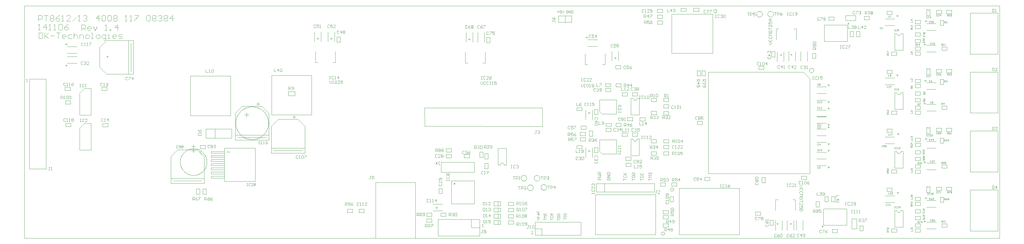
<source format=gto>
*%FSLAX23Y23*%
*%MOIN*%
G01*
D11*
X6651Y6941D02*
Y7051D01*
X6341D02*
Y6941D01*
X6451D02*
Y7051D01*
X6341D02*
X6651D01*
Y6941D02*
X6341D01*
X6354Y6653D02*
X6353Y6638D01*
X6351Y6623D01*
X6347Y6608D01*
X6342Y6594D01*
X6336Y6580D01*
X6328Y6567D01*
X6320Y6554D01*
X6310Y6543D01*
X6299Y6532D01*
X6287Y6523D01*
X6274Y6515D01*
X6260Y6508D01*
X6246Y6502D01*
X6232Y6498D01*
X6217Y6495D01*
X6201Y6494D01*
X6186D01*
X6171Y6495D01*
X6156Y6498D01*
X6142Y6502D01*
X6127Y6508D01*
X6114Y6515D01*
X6101Y6523D01*
X6089Y6532D01*
X6078Y6543D01*
X6068Y6554D01*
X6059Y6567D01*
X6052Y6580D01*
X6045Y6594D01*
X6040Y6608D01*
X6037Y6623D01*
X6035Y6638D01*
X6034Y6653D01*
X6035Y6669D01*
X6037Y6684D01*
X6040Y6698D01*
X6045Y6713D01*
X6052Y6727D01*
X6059Y6740D01*
X6068Y6752D01*
X6078Y6764D01*
X6089Y6774D01*
X6101Y6784D01*
X6114Y6792D01*
X6127Y6799D01*
X6142Y6805D01*
X6156Y6809D01*
X6171Y6812D01*
X6186Y6813D01*
X6201D01*
X6217Y6812D01*
X6232Y6809D01*
X6246Y6805D01*
X6260Y6799D01*
X6274Y6792D01*
X6287Y6784D01*
X6299Y6774D01*
X6310Y6764D01*
X6320Y6752D01*
X6328Y6740D01*
X6336Y6727D01*
X6342Y6713D01*
X6347Y6698D01*
X6351Y6684D01*
X6353Y6669D01*
X6354Y6653D01*
X6353Y6638D01*
X6351Y6623D01*
X6347Y6608D01*
X6342Y6594D01*
X6336Y6580D01*
X6328Y6567D01*
X6320Y6554D01*
X6310Y6543D01*
X6299Y6532D01*
X6287Y6523D01*
X6274Y6515D01*
X6260Y6508D01*
X6246Y6502D01*
X6232Y6498D01*
X6217Y6495D01*
X6201Y6494D01*
X6186D01*
X6171Y6495D01*
X6156Y6498D01*
X6142Y6502D01*
X6127Y6508D01*
X6114Y6515D01*
X6101Y6523D01*
X6089Y6532D01*
X6078Y6543D01*
X6068Y6554D01*
X6059Y6567D01*
X6052Y6580D01*
X6045Y6594D01*
X6040Y6608D01*
X6037Y6623D01*
X6035Y6638D01*
X6034Y6653D01*
X6035Y6669D01*
X6037Y6684D01*
X6040Y6698D01*
X6045Y6713D01*
X6052Y6727D01*
X6059Y6740D01*
X6068Y6752D01*
X6078Y6764D01*
X6089Y6774D01*
X6101Y6784D01*
X6114Y6792D01*
X6127Y6799D01*
X6142Y6805D01*
X6156Y6809D01*
X6171Y6812D01*
X6186Y6813D01*
X6201D01*
X6217Y6812D01*
X6232Y6809D01*
X6246Y6805D01*
X6260Y6799D01*
X6274Y6792D01*
X6287Y6784D01*
X6299Y6774D01*
X6310Y6764D01*
X6320Y6752D01*
X6328Y6740D01*
X6336Y6727D01*
X6342Y6713D01*
X6347Y6698D01*
X6351Y6684D01*
X6353Y6669D01*
X6354Y6653D01*
X6194Y6763D02*
Y6813D01*
X6169Y6788D02*
X6219D01*
X4162Y5737D02*
Y8532D01*
X15879D02*
Y5737D01*
X4162D01*
Y8532D02*
X15879D01*
D12*
X15008Y8403D02*
X15001D01*
X15004D02*
X15008D01*
X15004D02*
Y8383D01*
X15001D01*
X15008D01*
X15028Y8403D02*
X15031Y8400D01*
X15028Y8403D02*
X15021D01*
X15018Y8400D01*
Y8386D01*
X15021Y8383D01*
X15028D01*
X15031Y8386D01*
X15048Y8383D02*
Y8403D01*
X15038Y8393D01*
X15051D01*
X15251Y8408D02*
Y8428D01*
X15261D01*
X15264Y8425D01*
Y8418D01*
X15261Y8415D01*
X15251D01*
X15258D02*
X15264Y8408D01*
X15271D02*
X15284D01*
X15271D02*
X15284Y8421D01*
Y8425D01*
X15281Y8428D01*
X15274D01*
X15271Y8425D01*
X15291D02*
X15294Y8428D01*
X15301D01*
X15304Y8425D01*
Y8411D01*
X15301Y8408D01*
X15294D01*
X15291Y8411D01*
Y8425D01*
X15134D02*
X15131Y8428D01*
X15124D01*
X15121Y8425D01*
Y8411D01*
X15124Y8408D01*
X15131D01*
X15134Y8411D01*
X15141Y8408D02*
X15154D01*
X15141D02*
X15154Y8421D01*
Y8425D01*
X15151Y8428D01*
X15144D01*
X15141Y8425D01*
X15171Y8428D02*
Y8408D01*
X15161Y8418D02*
X15171Y8428D01*
X15174Y8418D02*
X15161D01*
X14476Y6855D02*
X14479Y6852D01*
X14476Y6855D02*
X14469D01*
X14466Y6852D01*
Y6838D01*
X14469Y6835D01*
X14476D01*
X14479Y6838D01*
X14486Y6855D02*
X14499D01*
X14486D02*
Y6845D01*
X14493Y6848D01*
X14496D01*
X14499Y6845D01*
Y6838D01*
X14496Y6835D01*
X14489D01*
X14486Y6838D01*
X14506Y6852D02*
X14509Y6855D01*
X14516D01*
X14519Y6852D01*
Y6848D01*
X14516Y6845D01*
X14519Y6842D01*
Y6838D01*
X14516Y6835D01*
X14509D01*
X14506Y6838D01*
Y6842D01*
X14509Y6845D01*
X14506Y6848D01*
Y6852D01*
X14509Y6845D02*
X14516D01*
X15131Y7010D02*
X15134Y7007D01*
X15131Y7010D02*
X15124D01*
X15121Y7007D01*
Y6993D01*
X15124Y6990D01*
X15131D01*
X15134Y6993D01*
X15141Y7010D02*
X15154D01*
X15141D02*
Y7000D01*
X15148Y7003D01*
X15151D01*
X15154Y7000D01*
Y6993D01*
X15151Y6990D01*
X15144D01*
X15141Y6993D01*
X15161Y7007D02*
X15164Y7010D01*
X15171D01*
X15174Y7007D01*
Y7003D01*
X15175D01*
X15174D02*
X15175D01*
X15174D02*
X15175D01*
X15174D02*
X15171Y7000D01*
X15168D01*
X15171D01*
X15174Y6997D01*
Y6993D01*
X15171Y6990D01*
X15164D01*
X15161Y6993D01*
X15251Y6990D02*
Y7010D01*
X15261D01*
X15264Y7007D01*
Y7000D01*
X15261Y6997D01*
X15251D01*
X15258D02*
X15264Y6990D01*
X15278Y7007D02*
X15284Y7010D01*
X15278Y7007D02*
X15271Y7000D01*
Y6993D01*
X15274Y6990D01*
X15281D01*
X15284Y6993D01*
Y6997D01*
X15281Y7000D01*
X15271D01*
X15291Y6990D02*
X15298D01*
X15294D01*
Y7010D01*
X15295D01*
X15294D02*
X15291Y7007D01*
X15008Y6985D02*
X15001D01*
X15004D02*
X15008D01*
X15004D02*
Y6965D01*
X15001D01*
X15008D01*
X15028Y6985D02*
X15031Y6982D01*
X15028Y6985D02*
X15021D01*
X15018Y6982D01*
Y6968D01*
X15021Y6965D01*
X15028D01*
X15031Y6968D01*
X15038Y6965D02*
X15051D01*
X15038D02*
X15051Y6978D01*
Y6982D01*
X15048Y6985D01*
X15041D01*
X15038Y6982D01*
X15058D02*
X15061Y6985D01*
X15068D01*
X15071Y6982D01*
Y6968D01*
X15068Y6965D01*
X15061D01*
X15058Y6968D01*
Y6982D01*
X14831Y6830D02*
X14811D01*
Y6840D01*
X14814Y6843D01*
X14821D01*
X14824Y6840D01*
Y6830D01*
Y6837D02*
X14831Y6843D01*
Y6850D02*
Y6863D01*
Y6850D02*
X14818Y6863D01*
X14814D01*
X14811Y6860D01*
Y6853D01*
X14814Y6850D01*
X14811Y6870D02*
Y6883D01*
X14814D01*
X14828Y6870D01*
X14831D01*
X15041Y6930D02*
X15044Y6927D01*
X15041Y6930D02*
X15034D01*
X15031Y6927D01*
Y6913D01*
X15034Y6910D01*
X15041D01*
X15044Y6913D01*
X15061Y6910D02*
Y6930D01*
X15051Y6920D01*
X15064D01*
X15081Y6930D02*
Y6910D01*
X15071Y6920D02*
X15081Y6930D01*
X15084Y6920D02*
X15071D01*
X15216Y6925D02*
Y6905D01*
Y6925D02*
X15226D01*
X15229Y6922D01*
Y6915D01*
X15226Y6912D01*
X15216D01*
X15223D02*
X15229Y6905D01*
X15236D02*
X15249D01*
X15236D02*
X15249Y6918D01*
Y6922D01*
X15246Y6925D01*
X15239D01*
X15236Y6922D01*
X15266Y6925D02*
Y6905D01*
X15256Y6915D02*
X15266Y6925D01*
X15269Y6915D02*
X15256D01*
X14831Y6915D02*
X14811D01*
X14831D02*
Y6928D01*
Y6935D02*
Y6942D01*
Y6938D01*
X14811D01*
X14812D01*
X14811D02*
X14814Y6935D01*
Y6952D02*
X14811Y6955D01*
Y6962D01*
X14814Y6965D01*
X14818D01*
X14819D01*
X14818D02*
X14819D01*
X14818D02*
X14819D01*
X14818D02*
X14821Y6962D01*
Y6958D01*
Y6962D01*
X14824Y6965D01*
X14828D01*
X14831Y6962D01*
Y6955D01*
X14828Y6952D01*
X14540Y7563D02*
X14537Y7566D01*
X14530D01*
X14527Y7563D01*
Y7549D01*
X14530Y7546D01*
X14537D01*
X14540Y7549D01*
X14547Y7546D02*
X14560D01*
X14547D02*
X14560Y7559D01*
Y7563D01*
X14557Y7566D01*
X14550D01*
X14547Y7563D01*
X14567Y7566D02*
X14580D01*
Y7563D01*
X14567Y7549D01*
Y7546D01*
X15131Y7718D02*
X15134Y7715D01*
X15131Y7718D02*
X15124D01*
X15121Y7715D01*
Y7701D01*
X15124Y7698D01*
X15131D01*
X15134Y7701D01*
X15141Y7698D02*
X15154D01*
X15141D02*
X15154Y7711D01*
Y7715D01*
X15151Y7718D01*
X15144D01*
X15141Y7715D01*
X15168D02*
X15174Y7718D01*
X15168Y7715D02*
X15161Y7708D01*
Y7701D01*
X15164Y7698D01*
X15171D01*
X15174Y7701D01*
Y7705D01*
X15171Y7708D01*
X15161D01*
X15251Y7718D02*
Y7698D01*
Y7718D02*
X15261D01*
X15264Y7715D01*
Y7708D01*
X15261Y7705D01*
X15251D01*
X15258D02*
X15264Y7698D01*
X15271D02*
X15284D01*
X15271D02*
X15284Y7711D01*
Y7715D01*
X15281Y7718D01*
X15274D01*
X15271Y7715D01*
X15291Y7698D02*
X15304D01*
X15291D02*
X15304Y7711D01*
Y7715D01*
X15301Y7718D01*
X15294D01*
X15291Y7715D01*
X15008Y7693D02*
X15001D01*
X15004D02*
X15008D01*
X15004D02*
Y7673D01*
X15001D01*
X15008D01*
X15028Y7693D02*
X15031Y7690D01*
X15028Y7693D02*
X15021D01*
X15018Y7690D01*
Y7676D01*
X15021Y7673D01*
X15028D01*
X15031Y7676D01*
X15038Y7693D02*
X15051D01*
Y7690D01*
X15038Y7676D01*
Y7673D01*
X14981Y7413D02*
X14961D01*
X14981D02*
Y7403D01*
X14978Y7400D01*
X14971D01*
X14968Y7403D01*
Y7413D01*
Y7406D02*
X14961Y7400D01*
X14978Y7393D02*
X14981Y7390D01*
Y7383D01*
X14978Y7380D01*
X14974D01*
X14971Y7383D01*
X14968Y7380D01*
X14964D01*
X14961Y7383D01*
Y7390D01*
X14964Y7393D01*
X14968D01*
X14971Y7390D01*
X14974Y7393D01*
X14978D01*
X14971Y7390D02*
Y7383D01*
X14896Y7358D02*
Y7338D01*
Y7358D02*
X14906D01*
X14909Y7355D01*
Y7348D01*
X14906Y7345D01*
X14896D01*
X14903D02*
X14909Y7338D01*
X14916Y7358D02*
X14929D01*
Y7355D01*
X14916Y7341D01*
Y7338D01*
X14831Y7238D02*
X14811D01*
X14831D02*
Y7251D01*
X14814Y7258D02*
X14811Y7261D01*
Y7268D01*
X14814Y7271D01*
X14818D01*
X14819D01*
X14818D02*
X14819D01*
X14818D02*
X14819D01*
X14818D02*
X14821Y7268D01*
Y7265D01*
Y7268D01*
X14824Y7271D01*
X14828D01*
X14831Y7268D01*
Y7261D01*
X14828Y7258D01*
X14831Y7538D02*
X14811D01*
Y7548D01*
X14814Y7551D01*
X14821D01*
X14824Y7548D01*
Y7538D01*
Y7545D02*
X14831Y7551D01*
X14814Y7565D02*
X14811Y7571D01*
X14814Y7565D02*
X14821Y7558D01*
X14828D01*
X14831Y7561D01*
Y7568D01*
X14828Y7571D01*
X14824D01*
X14821Y7568D01*
Y7558D01*
X14961Y7498D02*
X14981D01*
Y7488D01*
X14978Y7485D01*
X14971D01*
X14968Y7488D01*
Y7498D01*
Y7491D02*
X14961Y7485D01*
X14981Y7478D02*
Y7465D01*
Y7478D02*
X14971D01*
X14974Y7472D01*
Y7468D01*
X14971Y7465D01*
X14964D01*
X14961Y7468D01*
Y7475D01*
X14964Y7478D01*
X15044Y7635D02*
X15041Y7638D01*
X15034D01*
X15031Y7635D01*
Y7621D01*
X15034Y7618D01*
X15041D01*
X15044Y7621D01*
X15058Y7635D02*
X15064Y7638D01*
X15058Y7635D02*
X15051Y7628D01*
Y7621D01*
X15054Y7618D01*
X15061D01*
X15064Y7621D01*
Y7625D01*
X15061Y7628D01*
X15051D01*
X15056Y7378D02*
X15059Y7375D01*
X15056Y7378D02*
X15049D01*
X15046Y7375D01*
Y7361D01*
X15049Y7358D01*
X15056D01*
X15059Y7361D01*
X15066Y7378D02*
X15079D01*
X15066D02*
Y7368D01*
X15073Y7371D01*
X15076D01*
X15079Y7368D01*
Y7361D01*
X15076Y7358D01*
X15069D01*
X15066Y7361D01*
X15181Y7363D02*
Y7343D01*
Y7363D02*
X15191D01*
X15194Y7360D01*
Y7353D01*
X15191Y7350D01*
X15181D01*
X15188D02*
X15194Y7343D01*
X15211D02*
Y7363D01*
X15201Y7353D01*
X15214D01*
X15216Y7613D02*
Y7633D01*
X15226D01*
X15229Y7630D01*
Y7623D01*
X15226Y7620D01*
X15216D01*
X15223D02*
X15229Y7613D01*
X15236Y7630D02*
X15239Y7633D01*
X15246D01*
X15249Y7630D01*
Y7626D01*
X15250D01*
X15249D02*
X15250D01*
X15249D02*
X15250D01*
X15249D02*
X15246Y7623D01*
X15243D01*
X15246D01*
X15249Y7620D01*
Y7616D01*
X15246Y7613D01*
X15239D01*
X15236Y7616D01*
X14831Y7623D02*
X14811D01*
X14831D02*
Y7636D01*
Y7643D02*
Y7656D01*
Y7643D02*
X14818Y7656D01*
X14814D01*
X14811Y7653D01*
Y7646D01*
X14814Y7643D01*
X14811Y8333D02*
X14831D01*
Y8346D01*
Y8363D02*
X14811D01*
X14821Y8353D01*
Y8366D01*
X15216Y8343D02*
Y8323D01*
Y8343D02*
X15226D01*
X15229Y8340D01*
Y8333D01*
X15226Y8330D01*
X15216D01*
X15223D02*
X15229Y8323D01*
X15236D02*
X15249D01*
X15236D02*
X15249Y8336D01*
Y8340D01*
X15246Y8343D01*
X15239D01*
X15236Y8340D01*
X15181Y8073D02*
Y8053D01*
Y8073D02*
X15191D01*
X15194Y8070D01*
Y8063D01*
X15191Y8060D01*
X15181D01*
X15188D02*
X15194Y8053D01*
X15201D02*
X15208D01*
X15204D01*
Y8073D01*
X15205D01*
X15204D02*
X15201Y8070D01*
X15218Y8053D02*
X15224D01*
X15221D01*
Y8073D01*
X15222D01*
X15221D02*
X15218Y8070D01*
X15059Y8085D02*
X15056Y8088D01*
X15049D01*
X15046Y8085D01*
Y8071D01*
X15049Y8068D01*
X15056D01*
X15059Y8071D01*
X15066Y8068D02*
X15073D01*
X15069D01*
Y8088D01*
X15070D01*
X15069D02*
X15066Y8085D01*
X15083Y8071D02*
X15086Y8068D01*
X15093D01*
X15096Y8071D01*
Y8085D01*
X15093Y8088D01*
X15086D01*
X15083Y8085D01*
Y8081D01*
X15086Y8078D01*
X15096D01*
X15044Y8345D02*
X15041Y8348D01*
X15034D01*
X15031Y8345D01*
Y8331D01*
X15034Y8328D01*
X15041D01*
X15044Y8331D01*
X15051Y8328D02*
X15064D01*
X15051D02*
X15064Y8341D01*
Y8345D01*
X15061Y8348D01*
X15054D01*
X15051Y8345D01*
X15071D02*
X15074Y8348D01*
X15081D01*
X15084Y8345D01*
Y8331D01*
X15081Y8328D01*
X15074D01*
X15071Y8331D01*
Y8345D01*
X14981Y8212D02*
X14961D01*
X14981D02*
Y8202D01*
X14978Y8199D01*
X14971D01*
X14968Y8202D01*
Y8212D01*
Y8205D02*
X14961Y8199D01*
Y8192D02*
Y8185D01*
Y8189D01*
X14981D01*
X14982D01*
X14981D02*
X14978Y8192D01*
X14961Y8175D02*
Y8162D01*
Y8175D02*
X14974Y8162D01*
X14978D01*
X14981Y8165D01*
Y8172D01*
X14978Y8175D01*
X14831Y8248D02*
X14811D01*
Y8258D01*
X14814Y8261D01*
X14821D01*
X14824Y8258D01*
Y8248D01*
Y8255D02*
X14831Y8261D01*
Y8268D02*
Y8275D01*
Y8271D01*
X14811D01*
X14812D01*
X14811D02*
X14814Y8268D01*
Y8285D02*
X14811Y8288D01*
Y8295D01*
X14814Y8298D01*
X14818D01*
X14819D01*
X14818D02*
X14819D01*
X14818D02*
X14819D01*
X14818D02*
X14821Y8295D01*
Y8291D01*
Y8295D01*
X14824Y8298D01*
X14828D01*
X14831Y8295D01*
Y8288D01*
X14828Y8285D01*
X14831Y7948D02*
X14811D01*
X14831D02*
Y7961D01*
X14811Y7968D02*
Y7981D01*
Y7968D02*
X14821D01*
X14818Y7975D01*
Y7978D01*
X14821Y7981D01*
X14828D01*
X14831Y7978D01*
Y7971D01*
X14828Y7968D01*
X14868Y8053D02*
Y8073D01*
X14878D01*
X14881Y8070D01*
Y8063D01*
X14878Y8060D01*
X14868D01*
X14875D02*
X14881Y8053D01*
X14888D02*
X14895D01*
X14891D01*
Y8073D01*
X14892D01*
X14891D02*
X14888Y8070D01*
X14915Y8073D02*
Y8053D01*
X14905Y8063D02*
X14915Y8073D01*
X14918Y8063D02*
X14905D01*
X14955Y8137D02*
X14975D01*
Y8127D01*
X14972Y8124D01*
X14965D01*
X14962Y8127D01*
Y8137D01*
Y8130D02*
X14955Y8124D01*
Y8117D02*
Y8110D01*
Y8114D01*
X14975D01*
X14976D01*
X14975D02*
X14972Y8117D01*
X14975Y8100D02*
Y8087D01*
Y8100D02*
X14965D01*
X14968Y8094D01*
Y8090D01*
X14965Y8087D01*
X14958D01*
X14955Y8090D01*
Y8097D01*
X14958Y8100D01*
X14457Y8271D02*
X14454Y8274D01*
X14447D01*
X14444Y8271D01*
Y8257D01*
X14447Y8254D01*
X14454D01*
X14457Y8257D01*
X14464Y8254D02*
X14471D01*
X14467D01*
Y8274D01*
X14468D01*
X14467D02*
X14464Y8271D01*
X14522Y6147D02*
X14525Y6144D01*
X14522Y6147D02*
X14515D01*
X14512Y6144D01*
Y6130D01*
X14515Y6127D01*
X14522D01*
X14525Y6130D01*
X14532Y6147D02*
X14545D01*
Y6144D01*
X14532Y6130D01*
Y6127D01*
X14552D02*
X14565D01*
X14552D02*
X14565Y6140D01*
Y6144D01*
X14562Y6147D01*
X14555D01*
X14552Y6144D01*
X15131Y6301D02*
X15134Y6298D01*
X15131Y6301D02*
X15124D01*
X15121Y6298D01*
Y6284D01*
X15124Y6281D01*
X15131D01*
X15134Y6284D01*
X15141Y6301D02*
X15154D01*
Y6298D01*
X15141Y6284D01*
Y6281D01*
X15161D02*
X15168D01*
X15164D01*
Y6301D01*
X15165D01*
X15164D02*
X15161Y6298D01*
X15251Y6301D02*
Y6281D01*
Y6301D02*
X15261D01*
X15264Y6298D01*
Y6291D01*
X15261Y6288D01*
X15251D01*
X15258D02*
X15264Y6281D01*
X15271Y6301D02*
X15284D01*
Y6298D01*
X15271Y6284D01*
Y6281D01*
X15291Y6298D02*
X15294Y6301D01*
X15301D01*
X15304Y6298D01*
Y6294D01*
X15301Y6291D01*
X15304Y6288D01*
Y6284D01*
X15301Y6281D01*
X15294D01*
X15291Y6284D01*
Y6288D01*
X15294Y6291D01*
X15291Y6294D01*
Y6298D01*
X15294Y6291D02*
X15301D01*
X15020Y6281D02*
X15013D01*
X15016D02*
X15020D01*
X15016D02*
Y6261D01*
X15013D01*
X15020D01*
X15040Y6281D02*
X15043Y6278D01*
X15040Y6281D02*
X15033D01*
X15030Y6278D01*
Y6264D01*
X15033Y6261D01*
X15040D01*
X15043Y6264D01*
X15050Y6261D02*
X15063D01*
X15050D02*
X15063Y6274D01*
Y6278D01*
X15060Y6281D01*
X15053D01*
X15050Y6278D01*
X15070Y6281D02*
X15083D01*
X15070D02*
Y6271D01*
X15076Y6274D01*
X15080D01*
X15083Y6271D01*
Y6264D01*
X15080Y6261D01*
X15073D01*
X15070Y6264D01*
X14977Y6016D02*
X14957D01*
X14977D02*
Y6006D01*
X14974Y6003D01*
X14967D01*
X14964Y6006D01*
Y6016D01*
Y6009D02*
X14957Y6003D01*
X14977Y5996D02*
Y5983D01*
X14974D01*
X14960Y5996D01*
X14957D01*
X14977Y5976D02*
Y5963D01*
Y5976D02*
X14967D01*
X14970Y5969D01*
Y5966D01*
X14967Y5963D01*
X14960D01*
X14957Y5966D01*
Y5973D01*
X14960Y5976D01*
X14896Y5941D02*
Y5921D01*
Y5941D02*
X14906D01*
X14909Y5938D01*
Y5931D01*
X14906Y5928D01*
X14896D01*
X14903D02*
X14909Y5921D01*
X14916Y5941D02*
X14929D01*
Y5938D01*
X14916Y5924D01*
Y5921D01*
X14946D02*
Y5941D01*
X14936Y5931D01*
X14949D01*
X14831Y5821D02*
X14811D01*
X14831D02*
Y5834D01*
Y5841D02*
Y5854D01*
Y5841D02*
X14818Y5854D01*
X14814D01*
X14811Y5851D01*
Y5844D01*
X14814Y5841D01*
X14831Y5861D02*
Y5868D01*
Y5864D01*
X14811D01*
X14812D01*
X14811D02*
X14814Y5861D01*
X14811Y6121D02*
X14831D01*
X14811D02*
Y6131D01*
X14814Y6134D01*
X14821D01*
X14824Y6131D01*
Y6121D01*
Y6128D02*
X14831Y6134D01*
X14811Y6141D02*
Y6154D01*
X14814D01*
X14828Y6141D01*
X14831D01*
X14814Y6161D02*
X14811Y6164D01*
Y6171D01*
X14814Y6174D01*
X14818D01*
X14819D01*
X14818D02*
X14819D01*
X14818D02*
X14819D01*
X14818D02*
X14821Y6171D01*
Y6168D01*
Y6171D01*
X14824Y6174D01*
X14828D01*
X14831Y6171D01*
Y6164D01*
X14828Y6161D01*
X14957Y6091D02*
X14977D01*
Y6081D01*
X14974Y6078D01*
X14967D01*
X14964Y6081D01*
Y6091D01*
Y6084D02*
X14957Y6078D01*
X14977Y6071D02*
Y6058D01*
X14974D01*
X14960Y6071D01*
X14957D01*
Y6051D02*
Y6038D01*
Y6051D02*
X14970Y6038D01*
X14974D01*
X14977Y6041D01*
Y6048D01*
X14974Y6051D01*
X15044Y6218D02*
X15041Y6221D01*
X15034D01*
X15031Y6218D01*
Y6204D01*
X15034Y6201D01*
X15041D01*
X15044Y6204D01*
X15058Y6218D02*
X15064Y6221D01*
X15058Y6218D02*
X15051Y6211D01*
Y6204D01*
X15054Y6201D01*
X15061D01*
X15064Y6204D01*
Y6208D01*
X15061Y6211D01*
X15051D01*
X15071Y6218D02*
X15074Y6221D01*
X15081D01*
X15084Y6218D01*
Y6214D01*
X15085D01*
X15084D02*
X15085D01*
X15084D02*
X15085D01*
X15084D02*
X15081Y6211D01*
X15078D01*
X15081D01*
X15084Y6208D01*
Y6204D01*
X15081Y6201D01*
X15074D01*
X15071Y6204D01*
X15056Y5961D02*
X15059Y5958D01*
X15056Y5961D02*
X15049D01*
X15046Y5958D01*
Y5944D01*
X15049Y5941D01*
X15056D01*
X15059Y5944D01*
X15066Y5961D02*
X15079D01*
X15066D02*
Y5951D01*
X15073Y5954D01*
X15076D01*
X15079Y5951D01*
Y5944D01*
X15076Y5941D01*
X15069D01*
X15066Y5944D01*
X15086D02*
X15089Y5941D01*
X15096D01*
X15099Y5944D01*
Y5958D01*
X15096Y5961D01*
X15089D01*
X15086Y5958D01*
Y5954D01*
X15089Y5951D01*
X15099D01*
X15181Y5946D02*
Y5926D01*
Y5946D02*
X15191D01*
X15194Y5943D01*
Y5936D01*
X15191Y5933D01*
X15181D01*
X15188D02*
X15194Y5926D01*
X15201Y5946D02*
X15214D01*
Y5943D01*
X15201Y5929D01*
Y5926D01*
X15221D02*
X15228D01*
X15224D01*
Y5946D01*
X15225D01*
X15224D02*
X15221Y5943D01*
X15216Y6196D02*
Y6216D01*
X15226D01*
X15229Y6213D01*
Y6206D01*
X15226Y6203D01*
X15216D01*
X15223D02*
X15229Y6196D01*
X15243Y6213D02*
X15249Y6216D01*
X15243Y6213D02*
X15236Y6206D01*
Y6199D01*
X15239Y6196D01*
X15246D01*
X15249Y6199D01*
Y6203D01*
X15246Y6206D01*
X15236D01*
X15256Y6199D02*
X15259Y6196D01*
X15266D01*
X15269Y6199D01*
Y6213D01*
X15266Y6216D01*
X15259D01*
X15256Y6213D01*
Y6209D01*
X15259Y6206D01*
X15269D01*
X14831Y6206D02*
X14811D01*
X14831D02*
Y6219D01*
Y6226D02*
Y6233D01*
Y6229D01*
X14811D01*
X14812D01*
X14811D02*
X14814Y6226D01*
Y6243D02*
X14811Y6246D01*
Y6253D01*
X14814Y6256D01*
X14818D01*
X14821Y6253D01*
X14824Y6256D01*
X14828D01*
X14831Y6253D01*
Y6246D01*
X14828Y6243D01*
X14824D01*
X14821Y6246D01*
X14818Y6243D01*
X14814D01*
X14821Y6246D02*
Y6253D01*
X14957Y6727D02*
X14977D01*
Y6717D01*
X14974Y6714D01*
X14967D01*
X14964Y6717D01*
Y6727D01*
Y6720D02*
X14957Y6714D01*
X14977Y6707D02*
Y6694D01*
Y6707D02*
X14967D01*
X14970Y6700D01*
Y6697D01*
X14967Y6694D01*
X14960D01*
X14957Y6697D01*
Y6704D01*
X14960Y6707D01*
X14977Y6687D02*
Y6674D01*
Y6687D02*
X14967D01*
X14970Y6680D01*
Y6677D01*
X14967Y6674D01*
X14960D01*
X14957Y6677D01*
Y6684D01*
X14960Y6687D01*
X14896Y6650D02*
Y6630D01*
Y6650D02*
X14906D01*
X14909Y6647D01*
Y6640D01*
X14906Y6637D01*
X14896D01*
X14903D02*
X14909Y6630D01*
X14916Y6647D02*
X14919Y6650D01*
X14926D01*
X14929Y6647D01*
Y6643D01*
X14930D01*
X14929D02*
X14930D01*
X14929D02*
X14930D01*
X14929D02*
X14926Y6640D01*
X14923D01*
X14926D01*
X14929Y6637D01*
Y6633D01*
X14926Y6630D01*
X14919D01*
X14916Y6633D01*
X14936Y6630D02*
X14943D01*
X14939D01*
Y6650D01*
X14940D01*
X14939D02*
X14936Y6647D01*
X14831Y6526D02*
X14811D01*
X14831D02*
Y6539D01*
Y6546D02*
Y6553D01*
Y6549D01*
X14811D01*
X14812D01*
X14811D02*
X14814Y6546D01*
Y6569D02*
X14811Y6576D01*
X14814Y6569D02*
X14821Y6563D01*
X14828D01*
X14831Y6566D01*
Y6573D01*
X14828Y6576D01*
X14824D01*
X14821Y6573D01*
Y6563D01*
X14957Y6801D02*
X14977D01*
Y6791D01*
X14974Y6788D01*
X14967D01*
X14964Y6791D01*
Y6801D01*
Y6794D02*
X14957Y6788D01*
Y6781D02*
Y6768D01*
Y6781D02*
X14970Y6768D01*
X14974D01*
X14977Y6771D01*
Y6778D01*
X14974Y6781D01*
Y6754D02*
X14977Y6748D01*
X14974Y6754D02*
X14967Y6761D01*
X14960D01*
X14957Y6758D01*
Y6751D01*
X14960Y6748D01*
X14964D01*
X14967Y6751D01*
Y6761D01*
X15056Y6670D02*
X15059Y6667D01*
X15056Y6670D02*
X15049D01*
X15046Y6667D01*
Y6653D01*
X15049Y6650D01*
X15056D01*
X15059Y6653D01*
X15066Y6667D02*
X15069Y6670D01*
X15076D01*
X15079Y6667D01*
Y6663D01*
X15080D01*
X15079D02*
X15080D01*
X15079D02*
X15080D01*
X15079D02*
X15076Y6660D01*
X15073D01*
X15076D01*
X15079Y6657D01*
Y6653D01*
X15076Y6650D01*
X15069D01*
X15066Y6653D01*
X15086Y6670D02*
X15099D01*
Y6667D01*
X15086Y6653D01*
Y6650D01*
X15181Y6655D02*
Y6635D01*
Y6655D02*
X15191D01*
X15194Y6652D01*
Y6645D01*
X15191Y6642D01*
X15181D01*
X15188D02*
X15194Y6635D01*
X15201D02*
X15214D01*
X15201D02*
X15214Y6648D01*
Y6652D01*
X15211Y6655D01*
X15204D01*
X15201Y6652D01*
X15221Y6655D02*
X15234D01*
X15221D02*
Y6645D01*
X15228Y6648D01*
X15231D01*
X15234Y6645D01*
Y6638D01*
X15231Y6635D01*
X15224D01*
X15221Y6638D01*
X14541Y8393D02*
Y8413D01*
Y8393D02*
X14554D01*
X14561D02*
X14568D01*
X14564D01*
Y8413D01*
X14565D01*
X14564D02*
X14561Y8410D01*
X13701Y7313D02*
X13704Y7310D01*
X13701Y7313D02*
X13694D01*
X13691Y7310D01*
Y7296D01*
X13694Y7293D01*
X13701D01*
X13704Y7296D01*
X13711Y7293D02*
X13718D01*
X13714D01*
Y7313D01*
X13715D01*
X13714D02*
X13711Y7310D01*
X13728Y7293D02*
X13741D01*
X13728D02*
X13741Y7306D01*
Y7310D01*
X13738Y7313D01*
X13731D01*
X13728Y7310D01*
X13701Y7110D02*
X13704Y7107D01*
X13701Y7110D02*
X13694D01*
X13691Y7107D01*
Y7093D01*
X13694Y7090D01*
X13701D01*
X13704Y7093D01*
X13711Y7090D02*
X13718D01*
X13714D01*
Y7110D01*
X13715D01*
X13714D02*
X13711Y7107D01*
X13728Y7090D02*
X13734D01*
X13731D01*
Y7110D01*
X13732D01*
X13731D02*
X13728Y7107D01*
X13701Y7080D02*
X13704Y7077D01*
X13701Y7080D02*
X13694D01*
X13691Y7077D01*
Y7063D01*
X13694Y7060D01*
X13701D01*
X13704Y7063D01*
X13711Y7077D02*
X13714Y7080D01*
X13721D01*
X13724Y7077D01*
Y7073D01*
X13725D01*
X13724D02*
X13725D01*
X13724D02*
X13725D01*
X13724D02*
X13721Y7070D01*
X13718D01*
X13721D01*
X13724Y7067D01*
Y7063D01*
X13721Y7060D01*
X13714D01*
X13711Y7063D01*
X14541Y6995D02*
Y6975D01*
X14554D01*
X14561D02*
X14568D01*
X14564D01*
Y6995D01*
X14565D01*
X14564D02*
X14561Y6992D01*
X14578Y6995D02*
X14591D01*
Y6992D01*
X14578Y6978D01*
Y6975D01*
X14541Y7683D02*
Y7703D01*
Y7683D02*
X14554D01*
X14561Y7700D02*
X14564Y7703D01*
X14571D01*
X14574Y7700D01*
Y7696D01*
X14571Y7693D01*
X14574Y7690D01*
Y7686D01*
X14571Y7683D01*
X14564D01*
X14561Y7686D01*
Y7690D01*
X14564Y7693D01*
X14561Y7696D01*
Y7700D01*
X14564Y7693D02*
X14571D01*
X14546Y7228D02*
X14526D01*
Y7238D01*
X14529Y7241D01*
X14536D01*
X14539Y7238D01*
Y7228D01*
Y7235D02*
X14546Y7241D01*
Y7248D02*
Y7255D01*
Y7251D01*
X14526D01*
X14527D01*
X14526D02*
X14529Y7248D01*
Y7271D02*
X14526Y7278D01*
X14529Y7271D02*
X14536Y7265D01*
X14543D01*
X14546Y7268D01*
Y7275D01*
X14543Y7278D01*
X14539D01*
X14536Y7275D01*
Y7265D01*
X14616Y7538D02*
X14623D01*
X14619D01*
Y7518D01*
X14616D01*
X14623D01*
X14643Y7538D02*
X14646Y7535D01*
X14643Y7538D02*
X14636D01*
X14633Y7535D01*
Y7521D01*
X14636Y7518D01*
X14643D01*
X14646Y7521D01*
X14659Y7535D02*
X14666Y7538D01*
X14659Y7535D02*
X14653Y7528D01*
Y7521D01*
X14656Y7518D01*
X14663D01*
X14666Y7521D01*
Y7525D01*
X14663Y7528D01*
X14653D01*
X13704Y7590D02*
X13701Y7593D01*
X13694D01*
X13691Y7590D01*
Y7576D01*
X13694Y7573D01*
X13701D01*
X13704Y7576D01*
X13711D02*
X13714Y7573D01*
X13721D01*
X13724Y7576D01*
Y7590D01*
X13721Y7593D01*
X13714D01*
X13711Y7590D01*
Y7586D01*
X13714Y7583D01*
X13724D01*
X13701Y7383D02*
X13704Y7380D01*
X13701Y7383D02*
X13694D01*
X13691Y7380D01*
Y7366D01*
X13694Y7363D01*
X13701D01*
X13704Y7366D01*
X13711Y7363D02*
X13718D01*
X13714D01*
Y7383D01*
X13715D01*
X13714D02*
X13711Y7380D01*
X13728D02*
X13731Y7383D01*
X13738D01*
X13741Y7380D01*
Y7366D01*
X13738Y7363D01*
X13731D01*
X13728Y7366D01*
Y7380D01*
X13701Y6875D02*
X13704Y6872D01*
X13701Y6875D02*
X13694D01*
X13691Y6872D01*
Y6858D01*
X13694Y6855D01*
X13701D01*
X13704Y6858D01*
X13721Y6855D02*
Y6875D01*
X13711Y6865D01*
X13724D01*
X14616Y8248D02*
X14623D01*
X14619D01*
Y8228D01*
X14616D01*
X14623D01*
X14643Y8248D02*
X14646Y8245D01*
X14643Y8248D02*
X14636D01*
X14633Y8245D01*
Y8231D01*
X14636Y8228D01*
X14643D01*
X14646Y8231D01*
X14653Y8248D02*
X14666D01*
X14653D02*
Y8238D01*
X14659Y8241D01*
X14663D01*
X14666Y8238D01*
Y8231D01*
X14663Y8228D01*
X14656D01*
X14653Y8231D01*
X14546Y7938D02*
X14526D01*
Y7948D01*
X14529Y7951D01*
X14536D01*
X14539Y7948D01*
Y7938D01*
Y7945D02*
X14546Y7951D01*
Y7958D02*
Y7965D01*
Y7961D01*
X14526D01*
X14527D01*
X14526D02*
X14529Y7958D01*
X14526Y7975D02*
Y7988D01*
X14529D01*
X14543Y7975D01*
X14546D01*
X14541Y6286D02*
Y6266D01*
X14554D01*
X14561D02*
X14574D01*
X14561D02*
X14574Y6279D01*
Y6283D01*
X14571Y6286D01*
X14564D01*
X14561Y6283D01*
X14581Y6266D02*
X14594D01*
X14581D02*
X14594Y6279D01*
Y6283D01*
X14591Y6286D01*
X14584D01*
X14581Y6283D01*
X14546Y5811D02*
X14526D01*
Y5821D01*
X14529Y5824D01*
X14536D01*
X14539Y5821D01*
Y5811D01*
Y5818D02*
X14546Y5824D01*
X14526Y5831D02*
Y5844D01*
X14529D01*
X14543Y5831D01*
X14546D01*
X14529Y5858D02*
X14526Y5864D01*
X14529Y5858D02*
X14536Y5851D01*
X14543D01*
X14546Y5854D01*
Y5861D01*
X14543Y5864D01*
X14539D01*
X14536Y5861D01*
Y5851D01*
X14616Y6121D02*
X14623D01*
X14619D01*
Y6101D01*
X14616D01*
X14623D01*
X14643Y6121D02*
X14646Y6118D01*
X14643Y6121D02*
X14636D01*
X14633Y6118D01*
Y6104D01*
X14636Y6101D01*
X14643D01*
X14646Y6104D01*
X14653Y6101D02*
X14666D01*
X14653D02*
X14666Y6114D01*
Y6118D01*
X14663Y6121D01*
X14656D01*
X14653Y6118D01*
X14683Y6121D02*
Y6101D01*
X14673Y6111D02*
X14683Y6121D01*
X14686Y6111D02*
X14673D01*
X14546Y6520D02*
X14526D01*
Y6530D01*
X14529Y6533D01*
X14536D01*
X14539Y6530D01*
Y6520D01*
Y6527D02*
X14546Y6533D01*
X14526Y6540D02*
Y6553D01*
Y6540D02*
X14536D01*
X14533Y6547D01*
Y6550D01*
X14536Y6553D01*
X14543D01*
X14546Y6550D01*
Y6543D01*
X14543Y6540D01*
Y6560D02*
X14546Y6563D01*
Y6570D01*
X14543Y6573D01*
X14529D01*
X14526Y6570D01*
Y6563D01*
X14529Y6560D01*
X14533D01*
X14536Y6563D01*
Y6573D01*
X14616Y6830D02*
X14623D01*
X14619D01*
Y6810D01*
X14616D01*
X14623D01*
X14643Y6830D02*
X14646Y6827D01*
X14643Y6830D02*
X14636D01*
X14633Y6827D01*
Y6813D01*
X14636Y6810D01*
X14643D01*
X14646Y6813D01*
X14653Y6810D02*
X14659D01*
X14656D01*
Y6830D01*
X14657D01*
X14656D02*
X14653Y6827D01*
X14669Y6813D02*
X14673Y6810D01*
X14679D01*
X14683Y6813D01*
Y6827D01*
X14679Y6830D01*
X14673D01*
X14669Y6827D01*
Y6823D01*
X14673Y6820D01*
X14683D01*
X13704Y6593D02*
X13701Y6596D01*
X13694D01*
X13691Y6593D01*
Y6579D01*
X13694Y6576D01*
X13701D01*
X13704Y6579D01*
X13711Y6576D02*
X13724D01*
X13711D02*
X13724Y6589D01*
Y6593D01*
X13721Y6596D01*
X13714D01*
X13711Y6593D01*
X13704Y6803D02*
X13701Y6806D01*
X13694D01*
X13691Y6803D01*
Y6789D01*
X13694Y6786D01*
X13701D01*
X13704Y6789D01*
X13711Y6786D02*
X13718D01*
X13714D01*
Y6806D01*
X13715D01*
X13714D02*
X13711Y6803D01*
X13728D02*
X13731Y6806D01*
X13738D01*
X13741Y6803D01*
Y6799D01*
X13738Y6796D01*
X13741Y6793D01*
Y6789D01*
X13738Y6786D01*
X13731D01*
X13728Y6789D01*
Y6793D01*
X13731Y6796D01*
X13728Y6799D01*
Y6803D01*
X13731Y6796D02*
X13738D01*
X10736Y8334D02*
Y8412D01*
X10580D02*
Y8334D01*
X10659D02*
Y8412D01*
X10736Y8334D02*
X10580D01*
Y8412D02*
X10736D01*
X10379Y5851D02*
Y5773D01*
X10300D02*
Y5930D01*
X10849D02*
Y5773D01*
X10379Y5851D02*
X10300D01*
Y5773D02*
X10849D01*
Y5930D02*
X10300D01*
D13*
X8859Y5738D02*
Y6408D01*
X8383D02*
Y5738D01*
X8859D01*
Y6408D02*
X8383D01*
D14*
X6701Y7124D02*
X6701Y7108D01*
X6703Y7093D01*
X6706Y7077D01*
X6710Y7062D01*
X6715Y7047D01*
X6722Y7033D01*
X6730Y7019D01*
X6738Y7006D01*
X6748Y6993D01*
X6759Y6981D01*
X6770Y6971D01*
X6783Y6961D01*
X6796Y6952D01*
X6810Y6945D01*
X6824Y6938D01*
X6839Y6933D01*
X6854Y6929D01*
X6870Y6926D01*
X6886Y6924D01*
X6902Y6924D01*
X6917Y6925D01*
X6933Y6927D01*
X6948Y6930D01*
X6964Y6935D01*
X6978Y6941D01*
X6992Y6948D01*
X7006Y6956D01*
X7019Y6965D01*
X7031Y6976D01*
X7042Y6987D01*
X7052Y6999D01*
X7062Y7011D01*
X7070Y7025D01*
X7077Y7039D01*
X7083Y7054D01*
X7088Y7069D01*
X7091Y7084D01*
X7094Y7100D01*
X7095Y7116D01*
X7094Y7131D01*
X7093Y7147D01*
X7090Y7163D01*
X7086Y7178D01*
X7081Y7193D01*
X7075Y7207D01*
X7067Y7221D01*
X7059Y7235D01*
X7049Y7247D01*
X7038Y7259D01*
X7027Y7270D01*
X7014Y7279D01*
X7001Y7288D01*
X6987Y7296D01*
X6973Y7303D01*
X6958Y7308D01*
X6943Y7312D01*
X6928Y7315D01*
X6912Y7317D01*
X6896Y7318D01*
X6880Y7317D01*
X6865Y7315D01*
X6849Y7311D01*
X6834Y7307D01*
X6819Y7301D01*
X6805Y7294D01*
X6791Y7286D01*
X6778Y7277D01*
X6766Y7267D01*
X6755Y7256D01*
X6745Y7244D01*
X6735Y7231D01*
X6727Y7218D01*
X6720Y7204D01*
X6713Y7189D01*
X6708Y7174D01*
X6705Y7159D01*
X6702Y7143D01*
X6701Y7128D01*
D15*
X10946Y6798D02*
Y6774D01*
Y6786D01*
Y7231D02*
Y7255D01*
Y7243D02*
Y7231D01*
X10918Y8140D02*
Y8164D01*
X11261Y7916D02*
Y7892D01*
X4665Y7825D02*
Y7801D01*
X4663Y8057D02*
Y8080D01*
X9506Y8116D02*
Y8140D01*
X7687Y8149D02*
Y8126D01*
X7849Y8124D02*
Y8148D01*
X10946Y6786D02*
X10958D01*
X10934D01*
X10946Y7243D02*
X10958D01*
X10934D01*
X10930Y8152D02*
X10906D01*
X11249Y7904D02*
X11273D01*
X4677Y7813D02*
X4653D01*
X4652Y8069D02*
X4675D01*
X9494Y8128D02*
X9518D01*
X7698Y8138D02*
X7675D01*
X7837Y8136D02*
X7861D01*
X11462Y6455D02*
Y6432D01*
Y6443D02*
Y6455D01*
Y6443D02*
X11497D01*
Y6467D02*
X11462D01*
X11497D02*
Y6484D01*
X11491Y6490D01*
X11468D01*
X11462Y6484D01*
Y6467D01*
Y6508D02*
Y6519D01*
Y6508D02*
X11468Y6502D01*
X11491D01*
X11497Y6508D01*
Y6519D01*
X11491Y6525D01*
X11468D01*
X11462Y6519D01*
X11564Y6455D02*
Y6432D01*
Y6443D02*
Y6455D01*
Y6443D02*
X11599D01*
Y6467D02*
X11564D01*
X11599D02*
Y6484D01*
X11594Y6490D01*
X11570D01*
X11564Y6484D01*
Y6467D01*
Y6502D02*
Y6513D01*
Y6508D01*
X11599D01*
Y6502D01*
Y6513D01*
X11663Y6455D02*
Y6432D01*
Y6443D02*
Y6455D01*
Y6443D02*
X11698D01*
Y6467D02*
X11663D01*
X11674Y6478D01*
X11663Y6490D01*
X11698D01*
X11669Y6525D02*
X11663Y6519D01*
Y6508D01*
X11669Y6502D01*
X11674D01*
X11680Y6508D01*
Y6519D01*
X11686Y6525D01*
X11692D01*
X11698Y6519D01*
Y6508D01*
X11692Y6502D01*
X11360Y6455D02*
Y6432D01*
Y6443D02*
Y6455D01*
Y6443D02*
X11395D01*
X11360Y6484D02*
X11365Y6490D01*
X11360Y6484D02*
Y6473D01*
X11365Y6467D01*
X11389D01*
X11395Y6473D01*
Y6484D01*
X11389Y6490D01*
X11395Y6502D02*
X11360D01*
X11383D02*
X11395D01*
X11383D02*
X11360Y6525D01*
X11377Y6508D01*
X11395Y6525D01*
X11169Y6459D02*
X11163Y6453D01*
Y6441D01*
X11169Y6436D01*
X11192D01*
X11198Y6441D01*
Y6453D01*
X11192Y6459D01*
X11180D01*
Y6447D01*
X11198Y6471D02*
X11163D01*
X11198Y6494D01*
X11163D01*
Y6506D02*
X11198D01*
Y6523D01*
X11192Y6529D01*
X11169D01*
X11163Y6523D01*
Y6506D01*
X11088Y6440D02*
X11053D01*
Y6457D01*
X11058Y6463D01*
X11070D01*
X11076Y6457D01*
Y6440D01*
X11088Y6475D02*
X11053D01*
X11076Y6486D02*
X11088Y6475D01*
X11076Y6486D02*
X11088Y6498D01*
X11053D01*
Y6510D02*
X11088D01*
X11053D02*
Y6527D01*
X11058Y6533D01*
X11070D01*
X11076Y6527D01*
Y6510D01*
Y6521D02*
X11088Y6533D01*
X15012Y8487D02*
X15017Y8478D01*
X15027D01*
X15032Y8487D01*
X15001D02*
Y8413D01*
X15044D02*
Y8487D01*
Y8413D02*
X15001D01*
X15001Y8487D02*
X15012D01*
X15034D02*
X15044D01*
X15797Y7784D02*
X15808D01*
X15797D02*
X15791Y7778D01*
Y7755D01*
X15797Y7749D01*
X15808D01*
X15814Y7755D01*
Y7778D01*
X15808Y7784D01*
X15826Y7749D02*
X15849D01*
X15826D02*
X15849Y7772D01*
Y7778D01*
X15843Y7784D01*
X15832D01*
X15826Y7778D01*
X15808Y8493D02*
X15797D01*
X15791Y8487D01*
Y8464D01*
X15797Y8458D01*
X15808D01*
X15814Y8464D01*
Y8487D01*
X15808Y8493D01*
X15826Y8458D02*
X15838D01*
X15832D01*
Y8493D01*
X15833D01*
X15832D02*
X15826Y8487D01*
X15032Y7069D02*
X15027Y7060D01*
X15017D01*
X15012Y7069D01*
X15001D02*
Y6995D01*
X15044D02*
Y7069D01*
Y6995D02*
X15001D01*
X15001Y7069D02*
X15012D01*
X15034D02*
X15044D01*
X15032Y7777D02*
X15027Y7768D01*
X15017D01*
X15012Y7777D01*
X15044D02*
Y7703D01*
X15001D02*
Y7777D01*
X15034Y7777D02*
X15044D01*
X15012D02*
X15001D01*
X15001Y7703D02*
X15044D01*
X15797Y7075D02*
X15808D01*
X15797D02*
X15791Y7069D01*
Y7046D01*
X15797Y7040D01*
X15808D01*
X15814Y7046D01*
Y7069D01*
X15808Y7075D01*
X15826Y7069D02*
X15832Y7075D01*
X15843D01*
X15849Y7069D01*
Y7063D01*
X15850D01*
X15849D02*
X15850D01*
X15849D02*
X15850D01*
X15849D02*
X15843Y7057D01*
X15838D01*
X15843D01*
X15849Y7052D01*
Y7046D01*
X15843Y7040D01*
X15832D01*
X15826Y7046D01*
X15808Y6366D02*
X15797D01*
X15791Y6360D01*
Y6337D01*
X15797Y6331D01*
X15808D01*
X15814Y6337D01*
Y6360D01*
X15808Y6366D01*
X15843D02*
Y6331D01*
X15826Y6348D02*
X15843Y6366D01*
X15849Y6348D02*
X15826D01*
X15032Y6360D02*
X15027Y6351D01*
X15017D01*
X15012Y6360D01*
X15001D02*
Y6286D01*
X15044D02*
Y6360D01*
Y6286D02*
X15001D01*
X15001Y6360D02*
X15012D01*
X15034D02*
X15044D01*
X13198Y8451D02*
X13174D01*
X13186D02*
X13198D01*
X13186D02*
Y8416D01*
X13209D02*
Y8451D01*
X13227D01*
X13232Y8445D01*
Y8433D01*
X13227Y8428D01*
X13209D01*
X13256Y8445D02*
X13267Y8451D01*
X13256Y8445D02*
X13244Y8433D01*
Y8422D01*
X13250Y8416D01*
X13262D01*
X13267Y8422D01*
Y8428D01*
X13262Y8433D01*
X13244D01*
X14261Y8430D02*
Y8465D01*
X14278D01*
X14284Y8459D01*
Y8447D01*
X14278Y8441D01*
X14261D01*
X14272D02*
X14284Y8430D01*
X14296Y8459D02*
X14302Y8465D01*
X14313D01*
X14319Y8459D01*
Y8453D01*
X14320D01*
X14319D02*
X14320D01*
X14319D02*
X14320D01*
X14319D02*
X14313Y8447D01*
X14307D01*
X14313D01*
X14319Y8441D01*
Y8436D01*
X14313Y8430D01*
X14302D01*
X14296Y8436D01*
X14331Y8459D02*
X14337Y8465D01*
X14348D01*
X14354Y8459D01*
Y8453D01*
X14348Y8447D01*
X14354Y8441D01*
Y8436D01*
X14348Y8430D01*
X14337D01*
X14331Y8436D01*
Y8441D01*
X14337Y8447D01*
X14331Y8453D01*
Y8459D01*
X14337Y8447D02*
X14348D01*
X13643Y7683D02*
X13631D01*
X13637D02*
X13643D01*
X13637D02*
Y7648D01*
X13631D01*
X13643D01*
X13678Y7683D02*
X13683Y7677D01*
X13678Y7683D02*
X13666D01*
X13660Y7677D01*
Y7654D01*
X13666Y7648D01*
X13678D01*
X13683Y7654D01*
X13695Y7648D02*
X13707D01*
X13701D01*
Y7683D01*
X13702D01*
X13701D02*
X13695Y7677D01*
X13724Y7683D02*
X13748D01*
X13724D02*
Y7666D01*
X13736Y7672D01*
X13742D01*
X13748Y7666D01*
Y7654D01*
X13742Y7648D01*
X13730D01*
X13724Y7654D01*
X13672Y8007D02*
X13637D01*
Y8024D01*
X13643Y8030D01*
X13655D01*
X13661Y8024D01*
Y8007D01*
Y8018D02*
X13672Y8030D01*
X13643Y8042D02*
X13637Y8047D01*
Y8059D01*
X13643Y8065D01*
X13649D01*
X13655Y8059D01*
X13661Y8065D01*
X13666D01*
X13672Y8059D01*
Y8047D01*
X13666Y8042D01*
X13661D01*
X13655Y8047D01*
X13649Y8042D01*
X13643D01*
X13655Y8047D02*
Y8059D01*
X13643Y8077D02*
X13637Y8082D01*
Y8094D01*
X13643Y8100D01*
X13666D01*
X13672Y8094D01*
Y8082D01*
X13666Y8077D01*
X13643D01*
X14135Y8467D02*
X14140Y8461D01*
X14135Y8467D02*
X14123D01*
X14117Y8461D01*
Y8438D01*
X14123Y8432D01*
X14135D01*
X14140Y8438D01*
X14152Y8467D02*
X14175D01*
Y8461D01*
X14152Y8438D01*
Y8432D01*
X14187Y8461D02*
X14193Y8467D01*
X14205D01*
X14210Y8461D01*
Y8455D01*
X14211D01*
X14210D02*
X14211D01*
X14210D02*
X14211D01*
X14210D02*
X14205Y8449D01*
X14199D01*
X14205D01*
X14210Y8443D01*
Y8438D01*
X14205Y8432D01*
X14193D01*
X14187Y8438D01*
X14049Y8302D02*
Y8105D01*
X13771D02*
Y8302D01*
Y8105D02*
X14049D01*
X14048Y8302D02*
X13771D01*
X13962Y8057D02*
X13974D01*
X13968D01*
Y8022D01*
X13962D01*
X13974D01*
X14009Y8057D02*
X14014Y8051D01*
X14009Y8057D02*
X13997D01*
X13991Y8051D01*
Y8028D01*
X13997Y8022D01*
X14009D01*
X14014Y8028D01*
X14026Y8022D02*
X14049D01*
X14026D02*
X14049Y8045D01*
Y8051D01*
X14044Y8057D01*
X14032D01*
X14026Y8051D01*
X14061Y8057D02*
X14084D01*
Y8051D01*
X14061Y8028D01*
Y8022D01*
X14643Y7488D02*
X14646Y7476D01*
X14655Y7467D01*
X14668Y7463D01*
X14680Y7467D01*
X14690Y7476D01*
X14693Y7488D01*
X14718D02*
Y7288D01*
X14618D02*
Y7488D01*
Y7288D02*
X14718D01*
Y7488D02*
X14693D01*
X14643D02*
X14618D01*
X14643Y8198D02*
X14646Y8186D01*
X14655Y8177D01*
X14668Y8173D01*
X14680Y8177D01*
X14690Y8186D01*
X14693Y8198D01*
X14618D02*
Y7998D01*
X14718D02*
Y8198D01*
X14643D02*
X14618D01*
X14693D02*
X14718D01*
Y7998D02*
X14618D01*
X13512Y7803D02*
X13507Y7809D01*
X13495D01*
X13489Y7803D01*
Y7780D01*
X13495Y7774D01*
X13507D01*
X13512Y7780D01*
X13524Y7803D02*
X13530Y7809D01*
X13542D01*
X13547Y7803D01*
Y7798D01*
X13548D01*
X13547D02*
X13548D01*
X13547D02*
X13548D01*
X13547D02*
X13542Y7792D01*
X13536D01*
X13542D01*
X13547Y7786D01*
Y7780D01*
X13542Y7774D01*
X13530D01*
X13524Y7780D01*
X13559Y7774D02*
X13571D01*
X13565D01*
Y7809D01*
X13566D01*
X13565D02*
X13559Y7803D01*
X13363Y7807D02*
X13357Y7813D01*
X13345D01*
X13340Y7807D01*
Y7784D01*
X13345Y7778D01*
X13357D01*
X13363Y7784D01*
X13392Y7778D02*
Y7813D01*
X13375Y7796D01*
X13398D01*
X13410Y7778D02*
X13433D01*
X13410D02*
X13433Y7802D01*
Y7807D01*
X13427Y7813D01*
X13415D01*
X13410Y7807D01*
X13339Y8451D02*
X13328D01*
X13334D02*
X13339D01*
X13334D02*
Y8416D01*
X13328D01*
X13339D01*
X13374Y8451D02*
X13380Y8445D01*
X13374Y8451D02*
X13363D01*
X13357Y8445D01*
Y8422D01*
X13363Y8416D01*
X13374D01*
X13380Y8422D01*
X13392Y8416D02*
X13404D01*
X13398D01*
Y8451D01*
X13399D01*
X13398D02*
X13392Y8445D01*
X13421D02*
X13427Y8451D01*
X13439D01*
X13444Y8445D01*
Y8439D01*
X13445D01*
X13444D02*
X13445D01*
X13444D02*
X13445D01*
X13444D02*
X13439Y8433D01*
X13433D01*
X13439D01*
X13444Y8428D01*
Y8422D01*
X13439Y8416D01*
X13427D01*
X13421Y8422D01*
X13231Y7813D02*
X13237Y7807D01*
X13231Y7813D02*
X13219D01*
X13214Y7807D01*
Y7784D01*
X13219Y7778D01*
X13231D01*
X13237Y7784D01*
X13266Y7778D02*
Y7813D01*
X13249Y7796D01*
X13272D01*
X13284Y7778D02*
X13295D01*
X13289D01*
Y7813D01*
X13290D01*
X13289D02*
X13284Y7807D01*
X13126Y7969D02*
X13121Y7964D01*
X13126Y7969D02*
Y7981D01*
X13121Y7987D01*
X13097D01*
X13092Y7981D01*
Y7969D01*
X13097Y7964D01*
X13092Y7934D02*
X13126D01*
X13109Y7952D01*
Y7929D01*
X13121Y7917D02*
X13126Y7911D01*
Y7899D01*
X13121Y7894D01*
X13115D01*
X13116D01*
X13115D02*
X13116D01*
X13115D02*
X13116D01*
X13115D02*
X13109Y7899D01*
Y7905D01*
Y7899D01*
X13103Y7894D01*
X13097D01*
X13092Y7899D01*
Y7911D01*
X13097Y7917D01*
X14064Y8257D02*
Y8292D01*
Y8257D02*
X14087D01*
X14099Y8286D02*
X14105Y8292D01*
X14116D01*
X14122Y8286D01*
Y8280D01*
X14123D01*
X14122D02*
X14123D01*
X14122D02*
X14123D01*
X14122D02*
X14116Y8274D01*
X14111D01*
X14116D01*
X14122Y8268D01*
Y8262D01*
X14116Y8257D01*
X14105D01*
X14099Y8262D01*
X14134Y8286D02*
X14140Y8292D01*
X14151D01*
X14157Y8286D01*
Y8280D01*
X14151Y8274D01*
X14157Y8268D01*
Y8262D01*
X14151Y8257D01*
X14140D01*
X14134Y8262D01*
Y8268D01*
X14140Y8274D01*
X14134Y8280D01*
Y8286D01*
X14140Y8274D02*
X14151D01*
X14178Y8257D02*
Y8292D01*
Y8257D02*
X14201D01*
X14231D02*
Y8292D01*
X14213Y8274D01*
X14236D01*
X14248Y8257D02*
X14271D01*
X14248D02*
X14271Y8280D01*
Y8286D01*
X14266Y8292D01*
X14254D01*
X14248Y8286D01*
X13714Y8386D02*
X13709Y8392D01*
X13697D01*
X13691Y8386D01*
Y8363D01*
X13697Y8357D01*
X13709D01*
X13714Y8363D01*
X13726Y8392D02*
X13749D01*
Y8386D01*
X13726Y8363D01*
Y8357D01*
X13761Y8363D02*
X13767Y8357D01*
X13779D01*
X13784Y8363D01*
Y8386D01*
X13779Y8392D01*
X13767D01*
X13761Y8386D01*
Y8381D01*
X13767Y8375D01*
X13784D01*
X13682Y6288D02*
Y6253D01*
X13705D01*
X13717Y6282D02*
X13723Y6288D01*
X13735D01*
X13740Y6282D01*
Y6276D01*
X13741D01*
X13740D02*
X13741D01*
X13740D02*
X13741D01*
X13740D02*
X13735Y6270D01*
X13729D01*
X13735D01*
X13740Y6264D01*
Y6258D01*
X13735Y6253D01*
X13723D01*
X13717Y6258D01*
X13752D02*
X13758Y6253D01*
X13770D01*
X13775Y6258D01*
Y6282D01*
X13770Y6288D01*
X13758D01*
X13752Y6282D01*
Y6276D01*
X13758Y6270D01*
X13775D01*
X14042Y6091D02*
Y5894D01*
X13764D02*
Y6091D01*
X13765Y5894D02*
X14042D01*
Y6091D02*
X13764D01*
X14025Y6169D02*
X14036D01*
X14030D01*
Y6134D01*
X14025D01*
X14036D01*
X14071Y6169D02*
X14077Y6164D01*
X14071Y6169D02*
X14060D01*
X14054Y6164D01*
Y6140D01*
X14060Y6134D01*
X14071D01*
X14077Y6140D01*
X14089Y6134D02*
X14112D01*
X14089D02*
X14112Y6158D01*
Y6164D01*
X14106Y6169D01*
X14095D01*
X14089Y6164D01*
X14124Y6140D02*
X14130Y6134D01*
X14141D01*
X14147Y6140D01*
Y6164D01*
X14141Y6169D01*
X14130D01*
X14124Y6164D01*
Y6158D01*
X14130Y6152D01*
X14147D01*
X13639Y6081D02*
Y6046D01*
Y6081D02*
X13656D01*
X13662Y6075D01*
Y6063D01*
X13656Y6058D01*
X13639D01*
X13650D02*
X13662Y6046D01*
X13674Y6075D02*
X13680Y6081D01*
X13691D01*
X13697Y6075D01*
Y6069D01*
X13691Y6063D01*
X13697Y6058D01*
Y6052D01*
X13691Y6046D01*
X13680D01*
X13674Y6052D01*
Y6058D01*
X13680Y6063D01*
X13674Y6069D01*
Y6075D01*
X13680Y6063D02*
X13691D01*
X13709Y6081D02*
X13732D01*
X13709D02*
Y6063D01*
X13720Y6069D01*
X13726D01*
X13732Y6063D01*
Y6052D01*
X13726Y6046D01*
X13715D01*
X13709Y6052D01*
X14643Y6071D02*
X14646Y6059D01*
X14655Y6050D01*
X14668Y6046D01*
X14680Y6050D01*
X14690Y6059D01*
X14693Y6071D01*
X14618D02*
Y5871D01*
X14718D02*
Y6071D01*
X14643D02*
X14618D01*
X14693D02*
X14718D01*
Y5871D02*
X14618D01*
X14643Y6780D02*
X14646Y6768D01*
X14655Y6759D01*
X14668Y6755D01*
X14680Y6759D01*
X14690Y6768D01*
X14693Y6780D01*
X14618D02*
Y6580D01*
X14718D02*
Y6780D01*
X14643D02*
X14618D01*
X14693D02*
X14718D01*
Y6580D02*
X14618D01*
X13469Y5784D02*
X13463Y5790D01*
X13452D01*
X13446Y5784D01*
Y5760D01*
X13452Y5755D01*
X13463D01*
X13469Y5760D01*
X13498Y5755D02*
Y5790D01*
X13481Y5772D01*
X13504D01*
X13516Y5760D02*
X13522Y5755D01*
X13533D01*
X13539Y5760D01*
Y5784D01*
X13533Y5790D01*
X13522D01*
X13516Y5784D01*
Y5778D01*
X13522Y5772D01*
X13539D01*
X13198Y5782D02*
X13192Y5788D01*
X13180D01*
X13174Y5782D01*
Y5758D01*
X13180Y5753D01*
X13192D01*
X13198Y5758D01*
X13221Y5782D02*
X13232Y5788D01*
X13221Y5782D02*
X13209Y5770D01*
Y5758D01*
X13215Y5753D01*
X13227D01*
X13232Y5758D01*
Y5764D01*
X13227Y5770D01*
X13209D01*
X13244Y5782D02*
X13250Y5788D01*
X13262D01*
X13267Y5782D01*
Y5758D01*
X13262Y5753D01*
X13250D01*
X13244Y5758D01*
Y5782D01*
X13070Y5904D02*
X13064Y5898D01*
Y5887D01*
X13070Y5881D01*
X13093D01*
X13099Y5887D01*
Y5898D01*
X13093Y5904D01*
X13070Y5928D02*
X13064Y5939D01*
X13070Y5928D02*
X13082Y5916D01*
X13093D01*
X13099Y5922D01*
Y5933D01*
X13093Y5939D01*
X13087D01*
X13082Y5933D01*
Y5916D01*
X13099Y5951D02*
Y5963D01*
Y5957D01*
X13064D01*
X13065D01*
X13064D02*
X13070Y5951D01*
X13341Y5788D02*
X13347Y5782D01*
X13341Y5788D02*
X13330D01*
X13324Y5782D01*
Y5758D01*
X13330Y5753D01*
X13341D01*
X13347Y5758D01*
X13370Y5782D02*
X13382Y5788D01*
X13370Y5782D02*
X13359Y5770D01*
Y5758D01*
X13365Y5753D01*
X13376D01*
X13382Y5758D01*
Y5764D01*
X13376Y5770D01*
X13359D01*
X13394Y5753D02*
X13417D01*
X13394D02*
X13417Y5776D01*
Y5782D01*
X13411Y5788D01*
X13400D01*
X13394Y5782D01*
X13333Y6393D02*
X13321D01*
X13327D02*
X13333D01*
X13327D02*
Y6358D01*
X13321D01*
X13333D01*
X13368Y6393D02*
X13373Y6387D01*
X13368Y6393D02*
X13356D01*
X13350Y6387D01*
Y6364D01*
X13356Y6358D01*
X13368D01*
X13373Y6364D01*
X13385Y6358D02*
X13408D01*
X13385D02*
X13408Y6381D01*
Y6387D01*
X13403Y6393D01*
X13391D01*
X13385Y6387D01*
X13420Y6358D02*
X13432D01*
X13426D01*
Y6393D01*
X13427D01*
X13426D02*
X13420Y6387D01*
X13485Y6423D02*
X13491Y6417D01*
X13485Y6423D02*
X13474D01*
X13468Y6417D01*
Y6394D01*
X13474Y6388D01*
X13485D01*
X13491Y6394D01*
X13503Y6388D02*
X13515D01*
X13509D01*
Y6423D01*
X13510D01*
X13509D02*
X13503Y6417D01*
X13532D02*
X13538Y6423D01*
X13550D01*
X13555Y6417D01*
Y6394D01*
X13550Y6388D01*
X13538D01*
X13532Y6394D01*
Y6417D01*
X13579D02*
X13590Y6423D01*
X13579Y6417D02*
X13567Y6405D01*
Y6394D01*
X13573Y6388D01*
X13585D01*
X13590Y6394D01*
Y6400D01*
X13585Y6405D01*
X13567D01*
X13914Y6249D02*
X13949D01*
X13914D02*
Y6225D01*
Y6196D02*
X13949D01*
X13932Y6214D01*
Y6190D01*
X13914Y6179D02*
Y6167D01*
Y6173D01*
X13949D01*
X13950D01*
X13949D02*
X13943Y6179D01*
X14113Y6077D02*
X14119Y6071D01*
X14113Y6077D02*
X14101D01*
X14095Y6071D01*
Y6048D01*
X14101Y6042D01*
X14113D01*
X14119Y6048D01*
X14130Y6042D02*
X14142D01*
X14136D01*
Y6077D01*
X14137D01*
X14136D02*
X14130Y6071D01*
X14160Y6042D02*
X14171D01*
X14165D01*
Y6077D01*
X14166D01*
X14165D02*
X14160Y6071D01*
X14189Y6042D02*
X14200D01*
X14195D01*
Y6077D01*
X14196D01*
X14195D02*
X14189Y6071D01*
X14190Y5969D02*
Y5934D01*
Y5969D02*
X14207D01*
X14213Y5963D01*
Y5951D01*
X14207Y5945D01*
X14190D01*
X14202D02*
X14213Y5934D01*
X14225Y5963D02*
X14231Y5969D01*
X14242D01*
X14248Y5963D01*
Y5957D01*
X14249D01*
X14248D02*
X14249D01*
X14248D02*
X14249D01*
X14248D02*
X14242Y5951D01*
X14237D01*
X14242D01*
X14248Y5945D01*
Y5940D01*
X14242Y5934D01*
X14231D01*
X14225Y5940D01*
X14260Y5969D02*
X14283D01*
Y5963D01*
X14260Y5940D01*
Y5934D01*
X13740Y5829D02*
X13734Y5835D01*
X13722D01*
X13717Y5829D01*
Y5806D01*
X13722Y5800D01*
X13734D01*
X13740Y5806D01*
X13752Y5835D02*
X13775D01*
Y5829D01*
X13752Y5806D01*
Y5800D01*
X13798Y5829D02*
X13810Y5835D01*
X13798Y5829D02*
X13787Y5817D01*
Y5806D01*
X13792Y5800D01*
X13804D01*
X13810Y5806D01*
Y5812D01*
X13804Y5817D01*
X13787D01*
X12349Y8473D02*
X12343Y8479D01*
X12332D01*
X12326Y8473D01*
Y8449D01*
X12332Y8444D01*
X12343D01*
X12349Y8449D01*
X12361Y8479D02*
X12384D01*
Y8473D01*
X12361Y8449D01*
Y8444D01*
X12396Y8479D02*
X12419D01*
Y8473D01*
X12396Y8449D01*
Y8444D01*
X11885Y8457D02*
Y8492D01*
Y8457D02*
X11908D01*
X11937D02*
Y8492D01*
X11920Y8475D01*
X11943D01*
X11955Y8486D02*
X11961Y8492D01*
X11972D01*
X11978Y8486D01*
Y8481D01*
X11979D01*
X11978D02*
X11979D01*
X11978D02*
X11979D01*
X11978D02*
X11972Y8475D01*
X11966D01*
X11972D01*
X11978Y8469D01*
Y8463D01*
X11972Y8457D01*
X11961D01*
X11955Y8463D01*
X12849Y8447D02*
X12873D01*
X12861D01*
Y8412D01*
X12884D02*
Y8447D01*
X12902D01*
X12908Y8441D01*
Y8430D01*
X12902Y8424D01*
X12884D01*
X12919Y8447D02*
X12943D01*
X12919D02*
Y8430D01*
X12931Y8435D01*
X12937D01*
X12943Y8430D01*
Y8418D01*
X12937Y8412D01*
X12925D01*
X12919Y8418D01*
X11605Y8483D02*
X11599Y8488D01*
X11587D01*
X11582Y8483D01*
Y8459D01*
X11587Y8453D01*
X11599D01*
X11605Y8459D01*
X11617Y8453D02*
X11628D01*
X11622D01*
Y8488D01*
X11623D01*
X11622D02*
X11617Y8483D01*
X11646Y8453D02*
X11669D01*
X11646D02*
X11669Y8477D01*
Y8483D01*
X11663Y8488D01*
X11652D01*
X11646Y8483D01*
X11681Y8488D02*
X11704D01*
X11681D02*
Y8471D01*
X11692Y8477D01*
X11698D01*
X11704Y8471D01*
Y8459D01*
X11698Y8453D01*
X11687D01*
X11681Y8459D01*
X11552Y7133D02*
Y7098D01*
X11575D01*
X11587D02*
X11599D01*
X11593D01*
Y7133D01*
X11594D01*
X11593D02*
X11587Y7127D01*
X11634Y7133D02*
Y7098D01*
X11616Y7115D02*
X11634Y7133D01*
X11639Y7115D02*
X11616D01*
X12982Y7853D02*
X12988Y7847D01*
X12982Y7853D02*
X12971D01*
X12965Y7847D01*
Y7824D01*
X12971Y7818D01*
X12982D01*
X12988Y7824D01*
X13000Y7818D02*
X13012D01*
X13006D01*
Y7853D01*
X13007D01*
X13006D02*
X13000Y7847D01*
X13029D02*
X13035Y7853D01*
X13047D01*
X13052Y7847D01*
Y7824D01*
X13047Y7818D01*
X13035D01*
X13029Y7824D01*
Y7847D01*
X13082Y7853D02*
Y7818D01*
X13064Y7835D02*
X13082Y7853D01*
X13087Y7835D02*
X13064D01*
X12246Y7194D02*
X12240Y7200D01*
X12229D01*
X12223Y7194D01*
Y7171D01*
X12229Y7165D01*
X12240D01*
X12246Y7171D01*
X12258Y7194D02*
X12264Y7200D01*
X12275D01*
X12281Y7194D01*
Y7188D01*
X12275Y7182D01*
X12281Y7177D01*
Y7171D01*
X12275Y7165D01*
X12264D01*
X12258Y7171D01*
Y7177D01*
X12264Y7182D01*
X12258Y7188D01*
Y7194D01*
X12264Y7182D02*
X12275D01*
X12293Y7200D02*
X12316D01*
X12293D02*
Y7182D01*
X12305Y7188D01*
X12310D01*
X12316Y7182D01*
Y7171D01*
X12310Y7165D01*
X12299D01*
X12293Y7171D01*
X11481Y7051D02*
X11475Y7057D01*
X11463D01*
X11458Y7051D01*
Y7028D01*
X11463Y7022D01*
X11475D01*
X11481Y7028D01*
X11493Y7051D02*
X11498Y7057D01*
X11510D01*
X11516Y7051D01*
Y7046D01*
X11517D01*
X11516D02*
X11517D01*
X11516D02*
X11517D01*
X11516D02*
X11510Y7040D01*
X11504D01*
X11510D01*
X11516Y7034D01*
Y7028D01*
X11510Y7022D01*
X11498D01*
X11493Y7028D01*
X11528Y7057D02*
X11551D01*
X11528D02*
Y7040D01*
X11539Y7046D01*
X11545D01*
X11551Y7040D01*
Y7028D01*
X11545Y7022D01*
X11533D01*
X11528Y7028D01*
X11473Y7544D02*
X11467Y7549D01*
X11456D01*
X11450Y7544D01*
Y7520D01*
X11456Y7514D01*
X11467D01*
X11473Y7520D01*
X11485Y7544D02*
X11491Y7549D01*
X11502D01*
X11508Y7544D01*
Y7538D01*
X11509D01*
X11508D02*
X11509D01*
X11508D02*
X11509D01*
X11508D02*
X11502Y7532D01*
X11496D01*
X11502D01*
X11508Y7526D01*
Y7520D01*
X11502Y7514D01*
X11491D01*
X11485Y7520D01*
X11520Y7544D02*
X11526Y7549D01*
X11537D01*
X11543Y7544D01*
Y7538D01*
X11537Y7532D01*
X11543Y7526D01*
Y7520D01*
X11537Y7514D01*
X11526D01*
X11520Y7520D01*
Y7526D01*
X11526Y7532D01*
X11520Y7538D01*
Y7544D01*
X11526Y7532D02*
X11537D01*
X12241Y7648D02*
X12276D01*
Y7631D01*
X12270Y7625D01*
X12259D01*
X12253Y7631D01*
Y7648D01*
Y7637D02*
X12241Y7625D01*
Y7596D02*
X12276D01*
X12259Y7613D01*
Y7590D01*
X12276Y7578D02*
Y7555D01*
Y7578D02*
X12259D01*
X12264Y7567D01*
Y7561D01*
X12259Y7555D01*
X12247D01*
X12241Y7561D01*
Y7572D01*
X12247Y7578D01*
X12312Y7648D02*
X12347D01*
Y7631D01*
X12341Y7625D01*
X12329D01*
X12324Y7631D01*
Y7648D01*
Y7637D02*
X12312Y7625D01*
X12341Y7613D02*
X12347Y7607D01*
Y7596D01*
X12341Y7590D01*
X12335D01*
X12336D01*
X12335D02*
X12336D01*
X12335D02*
X12336D01*
X12335D02*
X12329Y7596D01*
Y7602D01*
Y7596D01*
X12324Y7590D01*
X12318D01*
X12312Y7596D01*
Y7607D01*
X12318Y7613D01*
Y7578D02*
X12312Y7572D01*
Y7561D01*
X12318Y7555D01*
X12341D01*
X12347Y7561D01*
Y7572D01*
X12341Y7578D01*
X12335D01*
X12329Y7572D01*
Y7555D01*
X11684Y7471D02*
Y7436D01*
Y7471D02*
X11701D01*
X11707Y7465D01*
Y7453D01*
X11701Y7448D01*
X11684D01*
X11696D02*
X11707Y7436D01*
X11719D02*
X11731D01*
X11725D01*
Y7471D01*
X11726D01*
X11725D02*
X11719Y7465D01*
X11748D02*
X11754Y7471D01*
X11766D01*
X11771Y7465D01*
Y7442D01*
X11766Y7436D01*
X11754D01*
X11748Y7442D01*
Y7465D01*
X11829Y7209D02*
Y7174D01*
Y7209D02*
X11846D01*
X11852Y7203D01*
Y7191D01*
X11846Y7186D01*
X11829D01*
X11841D02*
X11852Y7174D01*
X11864Y7203D02*
X11870Y7209D01*
X11881D01*
X11887Y7203D01*
Y7197D01*
X11888D01*
X11887D02*
X11888D01*
X11887D02*
X11888D01*
X11887D02*
X11881Y7191D01*
X11876D01*
X11881D01*
X11887Y7186D01*
Y7180D01*
X11881Y7174D01*
X11870D01*
X11864Y7180D01*
X11899Y7174D02*
X11922D01*
X11899D02*
X11922Y7197D01*
Y7203D01*
X11916Y7209D01*
X11905D01*
X11899Y7203D01*
X11950Y6922D02*
Y6887D01*
Y6922D02*
X11967D01*
X11973Y6916D01*
Y6904D01*
X11967Y6899D01*
X11950D01*
X11962D02*
X11973Y6887D01*
X11985D02*
X11997D01*
X11991D01*
Y6922D01*
X11992D01*
X11991D02*
X11985Y6916D01*
X12014D02*
X12020Y6922D01*
X12032D01*
X12037Y6916D01*
Y6893D01*
X12032Y6887D01*
X12020D01*
X12014Y6893D01*
Y6916D01*
X12067Y6922D02*
Y6887D01*
X12049Y6904D02*
X12067Y6922D01*
X12072Y6904D02*
X12049D01*
X11685Y7173D02*
Y7208D01*
X11702D01*
X11708Y7202D01*
Y7190D01*
X11702Y7185D01*
X11685D01*
X11697D02*
X11708Y7173D01*
X11720Y7202D02*
X11726Y7208D01*
X11737D01*
X11743Y7202D01*
Y7196D01*
X11744D01*
X11743D02*
X11744D01*
X11743D02*
X11744D01*
X11743D02*
X11737Y7190D01*
X11732D01*
X11737D01*
X11743Y7185D01*
Y7179D01*
X11737Y7173D01*
X11726D01*
X11720Y7179D01*
X11755Y7202D02*
X11761Y7208D01*
X11772D01*
X11778Y7202D01*
Y7196D01*
X11779D01*
X11778D02*
X11779D01*
X11778D02*
X11779D01*
X11778D02*
X11772Y7190D01*
X11767D01*
X11772D01*
X11778Y7185D01*
Y7179D01*
X11772Y7173D01*
X11761D01*
X11755Y7179D01*
X11679Y6850D02*
Y6815D01*
Y6850D02*
X11696D01*
X11702Y6844D01*
Y6832D01*
X11696Y6827D01*
X11679D01*
X11691D02*
X11702Y6815D01*
X11714Y6844D02*
X11720Y6850D01*
X11731D01*
X11737Y6844D01*
Y6838D01*
X11738D01*
X11737D02*
X11738D01*
X11737D02*
X11738D01*
X11737D02*
X11731Y6832D01*
X11726D01*
X11731D01*
X11737Y6827D01*
Y6821D01*
X11731Y6815D01*
X11720D01*
X11714Y6821D01*
X11766Y6815D02*
Y6850D01*
X11749Y6832D01*
X11772D01*
X11851Y7434D02*
Y7469D01*
X11868D01*
X11874Y7463D01*
Y7451D01*
X11868Y7446D01*
X11851D01*
X11863D02*
X11874Y7434D01*
X11886D02*
X11898D01*
X11892D01*
Y7469D01*
X11893D01*
X11892D02*
X11886Y7463D01*
X11954Y7331D02*
X11960Y7325D01*
X11954Y7331D02*
X11943D01*
X11937Y7325D01*
Y7302D01*
X11943Y7296D01*
X11954D01*
X11960Y7302D01*
X11972Y7296D02*
X11984D01*
X11978D01*
Y7331D01*
X11979D01*
X11978D02*
X11972Y7325D01*
X12001Y7296D02*
X12024D01*
X12001D02*
X12024Y7319D01*
Y7325D01*
X12019Y7331D01*
X12007D01*
X12001Y7325D01*
X12036Y7296D02*
X12048D01*
X12042D01*
Y7331D01*
X12043D01*
X12042D02*
X12036Y7325D01*
X11607Y8388D02*
Y8423D01*
X11625D01*
X11631Y8418D01*
Y8406D01*
X11625Y8400D01*
X11607D01*
X11619D02*
X11631Y8388D01*
X11660D02*
Y8423D01*
X11642Y8406D01*
X11666D01*
X11677Y8423D02*
X11701D01*
Y8418D01*
X11677Y8394D01*
Y8388D01*
X11609Y8351D02*
Y8316D01*
Y8351D02*
X11627D01*
X11633Y8345D01*
Y8333D01*
X11627Y8327D01*
X11609D01*
X11621D02*
X11633Y8316D01*
X11644Y8351D02*
X11668D01*
X11644D02*
Y8333D01*
X11656Y8339D01*
X11662D01*
X11668Y8333D01*
Y8321D01*
X11662Y8316D01*
X11650D01*
X11644Y8321D01*
X11679Y8345D02*
X11685Y8351D01*
X11697D01*
X11703Y8345D01*
Y8339D01*
X11697Y8333D01*
X11703Y8327D01*
Y8321D01*
X11697Y8316D01*
X11685D01*
X11679Y8321D01*
Y8327D01*
X11685Y8333D01*
X11679Y8339D01*
Y8345D01*
X11685Y8333D02*
X11697D01*
X12464Y8423D02*
X12475D01*
X12469D01*
Y8388D01*
X12464D01*
X12475D01*
X12510Y8423D02*
X12516Y8418D01*
X12510Y8423D02*
X12499D01*
X12493Y8418D01*
Y8394D01*
X12499Y8388D01*
X12510D01*
X12516Y8394D01*
X12528Y8418D02*
X12534Y8423D01*
X12545D01*
X12551Y8418D01*
Y8412D01*
X12552D01*
X12551D02*
X12552D01*
X12551D02*
X12552D01*
X12551D02*
X12545Y8406D01*
X12539D01*
X12545D01*
X12551Y8400D01*
Y8394D01*
X12545Y8388D01*
X12534D01*
X12528Y8394D01*
X12563Y8418D02*
X12569Y8423D01*
X12580D01*
X12586Y8418D01*
Y8394D01*
X12580Y8388D01*
X12569D01*
X12563Y8394D01*
Y8418D01*
X12222Y6465D02*
X12228Y6459D01*
X12222Y6465D02*
X12211D01*
X12205Y6459D01*
Y6436D01*
X12211Y6430D01*
X12222D01*
X12228Y6436D01*
X12240Y6459D02*
X12246Y6465D01*
X12257D01*
X12263Y6459D01*
Y6453D01*
X12257Y6447D01*
X12263Y6442D01*
Y6436D01*
X12257Y6430D01*
X12246D01*
X12240Y6436D01*
Y6442D01*
X12246Y6447D01*
X12240Y6453D01*
Y6459D01*
X12246Y6447D02*
X12257D01*
X12292Y6430D02*
Y6465D01*
X12275Y6447D01*
X12298D01*
X12945Y6398D02*
X12950Y6404D01*
X12945Y6398D02*
Y6386D01*
X12950Y6381D01*
X12974D01*
X12980Y6386D01*
Y6398D01*
X12974Y6404D01*
X12950Y6416D02*
X12945Y6421D01*
Y6433D01*
X12950Y6439D01*
X12956D01*
X12962Y6433D01*
X12968Y6439D01*
X12974D01*
X12980Y6433D01*
Y6421D01*
X12974Y6416D01*
X12968D01*
X12962Y6421D01*
X12956Y6416D01*
X12950D01*
X12962Y6421D02*
Y6433D01*
X12950Y6451D02*
X12945Y6456D01*
Y6468D01*
X12950Y6474D01*
X12974D01*
X12980Y6468D01*
Y6456D01*
X12974Y6451D01*
X12950D01*
X11947Y6457D02*
Y6422D01*
Y6457D02*
X11964D01*
X11970Y6451D01*
Y6439D01*
X11964Y6434D01*
X11947D01*
X11959D02*
X11970Y6422D01*
X11982Y6457D02*
X12005D01*
X11982D02*
Y6439D01*
X11994Y6445D01*
X11999D01*
X12005Y6439D01*
Y6428D01*
X11999Y6422D01*
X11988D01*
X11982Y6428D01*
X12034Y6422D02*
Y6457D01*
X12017Y6439D01*
X12040D01*
X11806Y6457D02*
Y6422D01*
Y6457D02*
X11824D01*
X11829Y6451D01*
Y6439D01*
X11824Y6434D01*
X11806D01*
X11818D02*
X11829Y6422D01*
X11841Y6457D02*
X11864D01*
X11841D02*
Y6439D01*
X11853Y6445D01*
X11859D01*
X11864Y6439D01*
Y6428D01*
X11859Y6422D01*
X11847D01*
X11841Y6428D01*
X11876Y6451D02*
X11882Y6457D01*
X11894D01*
X11899Y6451D01*
Y6445D01*
X11900D01*
X11899D02*
X11900D01*
X11899D02*
X11900D01*
X11899D02*
X11894Y6439D01*
X11888D01*
X11894D01*
X11899Y6434D01*
Y6428D01*
X11894Y6422D01*
X11882D01*
X11876Y6428D01*
X11851Y5794D02*
X11847Y5781D01*
X11835Y5775D01*
X11821Y5777D01*
X11813Y5787D01*
Y5801D01*
X11821Y5812D01*
X11835Y5814D01*
X11847Y5807D01*
X11851Y5794D01*
X11745Y5782D02*
Y6259D01*
X11021D02*
Y5782D01*
Y6259D02*
X11745D01*
Y5782D02*
X11021D01*
X10978Y6270D02*
Y6282D01*
Y6276D01*
X11013D01*
Y6270D01*
Y6282D01*
X10978Y6317D02*
X10984Y6323D01*
X10978Y6317D02*
Y6305D01*
X10984Y6299D01*
X11007D01*
X11013Y6305D01*
Y6317D01*
X11007Y6323D01*
X11013Y6334D02*
Y6358D01*
Y6334D02*
X10989Y6358D01*
X10984D01*
X10978Y6352D01*
Y6340D01*
X10984Y6334D01*
Y6369D02*
X10978Y6375D01*
Y6387D01*
X10984Y6393D01*
X10989D01*
X10990D01*
X10989D02*
X10990D01*
X10989D02*
X10990D01*
X10989D02*
X10995Y6387D01*
Y6381D01*
Y6387D01*
X11001Y6393D01*
X11007D01*
X11013Y6387D01*
Y6375D01*
X11007Y6369D01*
X11868Y6170D02*
X11873Y6176D01*
X11868Y6170D02*
Y6158D01*
X11873Y6152D01*
X11897D01*
X11903Y6158D01*
Y6170D01*
X11897Y6176D01*
X11903Y6187D02*
Y6199D01*
Y6193D01*
X11868D01*
X11869D01*
X11868D02*
X11873Y6187D01*
Y6216D02*
X11868Y6222D01*
Y6234D01*
X11873Y6240D01*
X11897D01*
X11903Y6234D01*
Y6222D01*
X11897Y6216D01*
X11873D01*
X11897Y6251D02*
X11903Y6257D01*
Y6269D01*
X11897Y6275D01*
X11873D01*
X11868Y6269D01*
Y6257D01*
X11873Y6251D01*
X11879D01*
X11885Y6257D01*
Y6275D01*
X12960Y5992D02*
X12966Y5986D01*
X12960Y5992D02*
X12949D01*
X12943Y5986D01*
Y5963D01*
X12949Y5957D01*
X12960D01*
X12966Y5963D01*
X12978Y5992D02*
X13001D01*
Y5986D01*
X12978Y5963D01*
Y5957D01*
X13013Y5986D02*
X13019Y5992D01*
X13030D01*
X13036Y5986D01*
Y5980D01*
X13030Y5974D01*
X13036Y5969D01*
Y5963D01*
X13030Y5957D01*
X13019D01*
X13013Y5963D01*
Y5969D01*
X13019Y5974D01*
X13013Y5980D01*
Y5986D01*
X13019Y5974D02*
X13030D01*
X11855Y5856D02*
Y5821D01*
Y5856D02*
X11873D01*
X11879Y5851D01*
Y5839D01*
X11873Y5833D01*
X11855D01*
X11867D02*
X11879Y5821D01*
X11908D02*
Y5856D01*
X11890Y5839D01*
X11914D01*
X11925Y5851D02*
X11931Y5856D01*
X11943D01*
X11949Y5851D01*
Y5845D01*
X11943Y5839D01*
X11949Y5833D01*
Y5827D01*
X11943Y5821D01*
X11931D01*
X11925Y5827D01*
Y5833D01*
X11931Y5839D01*
X11925Y5845D01*
Y5851D01*
X11931Y5839D02*
X11943D01*
X11875Y5920D02*
Y5955D01*
X11892D01*
X11898Y5949D01*
Y5937D01*
X11892Y5932D01*
X11875D01*
X11887D02*
X11898Y5920D01*
X11927D02*
Y5955D01*
X11910Y5937D01*
X11933D01*
X11945Y5926D02*
X11951Y5920D01*
X11962D01*
X11968Y5926D01*
Y5949D01*
X11962Y5955D01*
X11951D01*
X11945Y5949D01*
Y5943D01*
X11951Y5937D01*
X11968D01*
X11964Y6008D02*
X11929D01*
Y6026D01*
X11934Y6032D01*
X11946D01*
X11952Y6026D01*
Y6008D01*
Y6020D02*
X11964Y6032D01*
X11929Y6043D02*
Y6067D01*
Y6043D02*
X11946D01*
X11940Y6055D01*
Y6061D01*
X11946Y6067D01*
X11958D01*
X11964Y6061D01*
Y6049D01*
X11958Y6043D01*
X11934Y6078D02*
X11929Y6084D01*
Y6096D01*
X11934Y6102D01*
X11958D01*
X11964Y6096D01*
Y6084D01*
X11958Y6078D01*
X11934D01*
X11962Y6325D02*
X11957Y6312D01*
X11946Y6305D01*
X11932Y6308D01*
X11923Y6318D01*
Y6332D01*
X11932Y6342D01*
X11946Y6345D01*
X11957Y6338D01*
X11962Y6325D01*
X12753Y6338D02*
Y5782D01*
X12029D02*
Y6338D01*
Y5782D02*
X12753D01*
Y6338D02*
X12029D01*
X12521Y6384D02*
X12532D01*
X12526D01*
Y6349D01*
X12521D01*
X12532D01*
X12567Y6384D02*
X12573Y6378D01*
X12567Y6384D02*
X12556D01*
X12550Y6378D01*
Y6355D01*
X12556Y6349D01*
X12567D01*
X12573Y6355D01*
X12585Y6349D02*
X12596D01*
X12591D01*
Y6384D01*
X12592D01*
X12591D02*
X12585Y6378D01*
X12626D02*
X12637Y6384D01*
X12626Y6378D02*
X12614Y6367D01*
Y6355D01*
X12620Y6349D01*
X12631D01*
X12637Y6355D01*
Y6361D01*
X12631Y6367D01*
X12614D01*
X11947Y6740D02*
Y6775D01*
X11964D01*
X11970Y6769D01*
Y6757D01*
X11964Y6752D01*
X11947D01*
X11959D02*
X11970Y6740D01*
X11982D02*
X11994D01*
X11988D01*
Y6775D01*
X11989D01*
X11988D02*
X11982Y6769D01*
X12011D02*
X12017Y6775D01*
X12029D01*
X12034Y6769D01*
Y6746D01*
X12029Y6740D01*
X12017D01*
X12011Y6746D01*
Y6769D01*
X12046Y6775D02*
X12069D01*
X12046D02*
Y6757D01*
X12058Y6763D01*
X12064D01*
X12069Y6757D01*
Y6746D01*
X12064Y6740D01*
X12052D01*
X12046Y6746D01*
X11688Y6719D02*
Y6684D01*
Y6719D02*
X11705D01*
X11711Y6713D01*
Y6701D01*
X11705Y6696D01*
X11688D01*
X11700D02*
X11711Y6684D01*
X11723Y6713D02*
X11729Y6719D01*
X11740D01*
X11746Y6713D01*
Y6707D01*
X11747D01*
X11746D02*
X11747D01*
X11746D02*
X11747D01*
X11746D02*
X11740Y6701D01*
X11735D01*
X11740D01*
X11746Y6696D01*
Y6690D01*
X11740Y6684D01*
X11729D01*
X11723Y6690D01*
X11758Y6719D02*
X11781D01*
X11758D02*
Y6701D01*
X11770Y6707D01*
X11775D01*
X11781Y6701D01*
Y6690D01*
X11775Y6684D01*
X11764D01*
X11758Y6690D01*
X11963Y6853D02*
X11969Y6847D01*
X11963Y6853D02*
X11952D01*
X11946Y6847D01*
Y6824D01*
X11952Y6818D01*
X11963D01*
X11969Y6824D01*
X11981Y6818D02*
X11993D01*
X11987D01*
Y6853D01*
X11988D01*
X11987D02*
X11981Y6847D01*
X12010Y6818D02*
X12033D01*
X12010D02*
X12033Y6841D01*
Y6847D01*
X12028Y6853D01*
X12016D01*
X12010Y6847D01*
X12045Y6818D02*
X12068D01*
X12045D02*
X12068Y6841D01*
Y6847D01*
X12063Y6853D01*
X12051D01*
X12045Y6847D01*
X11323Y7179D02*
X11317Y7185D01*
X11305D01*
X11299Y7179D01*
Y7156D01*
X11305Y7150D01*
X11317D01*
X11323Y7156D01*
X11334Y7179D02*
X11340Y7185D01*
X11352D01*
X11357Y7179D01*
Y7174D01*
X11352Y7168D01*
X11357Y7162D01*
Y7156D01*
X11352Y7150D01*
X11340D01*
X11334Y7156D01*
Y7162D01*
X11340Y7168D01*
X11334Y7174D01*
Y7179D01*
X11340Y7168D02*
X11352D01*
X11369Y7150D02*
X11381D01*
X11375D01*
Y7185D01*
X11376D01*
X11375D02*
X11369Y7179D01*
X10503Y8343D02*
Y8355D01*
Y8349D02*
Y8343D01*
Y8349D02*
X10532D01*
X10538Y8343D01*
Y8338D01*
X10532Y8332D01*
X10509Y8378D02*
X10503Y8390D01*
X10509Y8378D02*
X10521Y8367D01*
X10532D01*
X10538Y8372D01*
Y8384D01*
X10532Y8390D01*
X10526D01*
X10521Y8384D01*
Y8367D01*
X11336Y7549D02*
Y7514D01*
X11359D01*
X11371D02*
X11382D01*
X11376D01*
Y7549D01*
X11377D01*
X11376D02*
X11371Y7544D01*
X11400Y7514D02*
X11423D01*
X11400D02*
X11423Y7538D01*
Y7544D01*
X11417Y7549D01*
X11406D01*
X11400Y7544D01*
X11347Y7057D02*
Y7022D01*
X11371D01*
X11382D02*
X11394D01*
X11388D01*
Y7057D01*
X11389D01*
X11388D02*
X11382Y7051D01*
X11412Y7022D02*
X11423D01*
X11417D01*
Y7057D01*
X11418D01*
X11417D02*
X11412Y7051D01*
X10914Y7359D02*
X10908Y7364D01*
X10897D01*
X10891Y7359D01*
Y7335D01*
X10897Y7329D01*
X10908D01*
X10914Y7335D01*
X10926Y7329D02*
X10937D01*
X10932D01*
Y7364D01*
X10933D01*
X10932D02*
X10926Y7359D01*
X10955Y7329D02*
X10967D01*
X10961D01*
Y7364D01*
X10962D01*
X10961D02*
X10955Y7359D01*
X10984Y7335D02*
X10990Y7329D01*
X11002D01*
X11007Y7335D01*
Y7359D01*
X11002Y7364D01*
X10990D01*
X10984Y7359D01*
Y7353D01*
X10990Y7347D01*
X11007D01*
X11386Y7803D02*
X11381Y7809D01*
X11369D01*
X11363Y7803D01*
Y7780D01*
X11369Y7774D01*
X11381D01*
X11386Y7780D01*
X11398Y7809D02*
X11421D01*
X11398D02*
Y7792D01*
X11410Y7798D01*
X11416D01*
X11421Y7792D01*
Y7780D01*
X11416Y7774D01*
X11404D01*
X11398Y7780D01*
X11445Y7803D02*
X11456Y7809D01*
X11445Y7803D02*
X11433Y7792D01*
Y7780D01*
X11439Y7774D01*
X11451D01*
X11456Y7780D01*
Y7786D01*
X11451Y7792D01*
X11433D01*
X11036Y7597D02*
Y7562D01*
X11060D01*
X11071Y7597D02*
X11095D01*
Y7591D01*
X11071Y7567D01*
Y7562D01*
X10792Y7364D02*
Y7329D01*
X10816D01*
X10839Y7359D02*
X10851Y7364D01*
X10839Y7359D02*
X10827Y7347D01*
Y7335D01*
X10833Y7329D01*
X10845D01*
X10851Y7335D01*
Y7341D01*
X10845Y7347D01*
X10827D01*
X11064Y7140D02*
Y7105D01*
X11087D01*
X11099Y7111D02*
X11105Y7105D01*
X11116D01*
X11122Y7111D01*
Y7134D01*
X11116Y7140D01*
X11105D01*
X11099Y7134D01*
Y7128D01*
X11105Y7122D01*
X11122D01*
X11024Y7532D02*
X11018Y7538D01*
X11007D01*
X11001Y7532D01*
Y7508D01*
X11007Y7503D01*
X11018D01*
X11024Y7508D01*
X11036Y7532D02*
X11042Y7538D01*
X11053D01*
X11059Y7532D01*
Y7526D01*
X11060D01*
X11059D02*
X11060D01*
X11059D02*
X11060D01*
X11059D02*
X11053Y7520D01*
X11048D01*
X11053D01*
X11059Y7514D01*
Y7508D01*
X11053Y7503D01*
X11042D01*
X11036Y7508D01*
X11071D02*
X11077Y7503D01*
X11088D01*
X11094Y7508D01*
Y7532D01*
X11088Y7538D01*
X11077D01*
X11071Y7532D01*
Y7526D01*
X11077Y7520D01*
X11094D01*
X11048Y7170D02*
X11042Y7164D01*
X11048Y7170D02*
Y7182D01*
X11042Y7188D01*
X11019D01*
X11013Y7182D01*
Y7170D01*
X11019Y7164D01*
X11013Y7135D02*
X11048D01*
X11030Y7153D01*
Y7129D01*
X11042Y7118D02*
X11048Y7112D01*
Y7100D01*
X11042Y7094D01*
X11019D01*
X11013Y7100D01*
Y7112D01*
X11019Y7118D01*
X11042D01*
X11295Y7250D02*
Y7261D01*
Y7255D01*
X11330D01*
Y7250D01*
Y7261D01*
X11295Y7296D02*
X11301Y7302D01*
X11295Y7296D02*
Y7285D01*
X11301Y7279D01*
X11324D01*
X11330Y7285D01*
Y7296D01*
X11324Y7302D01*
Y7314D02*
X11330Y7320D01*
Y7331D01*
X11324Y7337D01*
X11301D01*
X11295Y7331D01*
Y7320D01*
X11301Y7314D01*
X11306D01*
X11312Y7320D01*
Y7337D01*
X10969Y8177D02*
X10963Y8183D01*
X10952D01*
X10946Y8177D01*
Y8154D01*
X10952Y8148D01*
X10963D01*
X10969Y8154D01*
X10981Y8183D02*
X11004D01*
X10981D02*
Y8166D01*
X10992Y8172D01*
X10998D01*
X11004Y8166D01*
Y8154D01*
X10998Y8148D01*
X10987D01*
X10981Y8154D01*
X11033Y8148D02*
Y8183D01*
X11016Y8166D01*
X11039D01*
X11227Y8069D02*
X11233Y8063D01*
X11227Y8069D02*
X11215D01*
X11210Y8063D01*
Y8040D01*
X11215Y8034D01*
X11227D01*
X11233Y8040D01*
X11245Y8069D02*
X11268D01*
X11245D02*
Y8052D01*
X11256Y8057D01*
X11262D01*
X11268Y8052D01*
Y8040D01*
X11262Y8034D01*
X11250D01*
X11245Y8040D01*
X11280Y8069D02*
X11303D01*
X11280D02*
Y8052D01*
X11291Y8057D01*
X11297D01*
X11303Y8052D01*
Y8040D01*
X11297Y8034D01*
X11285D01*
X11280Y8040D01*
X11367Y7116D02*
Y7081D01*
Y7116D02*
X11385D01*
X11390Y7110D01*
Y7099D01*
X11385Y7093D01*
X11367D01*
X11379D02*
X11390Y7081D01*
X11420D02*
Y7116D01*
X11402Y7099D01*
X11425D01*
X11449Y7110D02*
X11460Y7116D01*
X11449Y7110D02*
X11437Y7099D01*
Y7087D01*
X11443Y7081D01*
X11455D01*
X11460Y7087D01*
Y7093D01*
X11455Y7099D01*
X11437D01*
X11367Y7558D02*
Y7593D01*
X11385D01*
X11390Y7587D01*
Y7575D01*
X11385Y7569D01*
X11367D01*
X11379D02*
X11390Y7558D01*
X11420D02*
Y7593D01*
X11402Y7575D01*
X11425D01*
X11455Y7558D02*
Y7593D01*
X11437Y7575D01*
X11460D01*
X10863Y7660D02*
X10851D01*
X10857D02*
X10863D01*
X10857D02*
Y7625D01*
X10851D01*
X10863D01*
X10898Y7660D02*
X10904Y7654D01*
X10898Y7660D02*
X10886D01*
X10881Y7654D01*
Y7630D01*
X10886Y7625D01*
X10898D01*
X10904Y7630D01*
X10915Y7625D02*
X10939D01*
X10915D02*
X10939Y7648D01*
Y7654D01*
X10933Y7660D01*
X10921D01*
X10915Y7654D01*
X10950Y7625D02*
X10974D01*
X10950D02*
X10974Y7648D01*
Y7654D01*
X10968Y7660D01*
X10956D01*
X10950Y7654D01*
X11474Y6929D02*
X11477Y6917D01*
X11486Y6908D01*
X11499Y6904D01*
X11511Y6908D01*
X11520Y6917D01*
X11524Y6929D01*
X11549D02*
Y6729D01*
X11449D02*
Y6929D01*
Y6729D02*
X11549D01*
Y6929D02*
X11524D01*
X11474D02*
X11449D01*
X11577Y6968D02*
X11589D01*
X11583D01*
Y6933D01*
X11577D01*
X11589D01*
X11624Y6968D02*
X11629Y6962D01*
X11624Y6968D02*
X11612D01*
X11606Y6962D01*
Y6939D01*
X11612Y6933D01*
X11624D01*
X11629Y6939D01*
X11641Y6933D02*
X11653D01*
X11647D01*
Y6968D01*
X11648D01*
X11647D02*
X11641Y6962D01*
X11670Y6933D02*
X11694D01*
X11670D02*
X11694Y6956D01*
Y6962D01*
X11688Y6968D01*
X11676D01*
X11670Y6962D01*
X11524Y7421D02*
X11520Y7409D01*
X11511Y7400D01*
X11499Y7396D01*
X11486Y7400D01*
X11477Y7409D01*
X11474Y7421D01*
X11549D02*
Y7221D01*
X11449D02*
Y7421D01*
Y7221D02*
X11549D01*
Y7421D02*
X11524D01*
X11474D02*
X11449D01*
X11549Y7451D02*
X11561D01*
X11555D01*
Y7416D01*
X11549D01*
X11561D01*
X11596Y7451D02*
X11601Y7445D01*
X11596Y7451D02*
X11584D01*
X11578Y7445D01*
Y7422D01*
X11584Y7416D01*
X11596D01*
X11601Y7422D01*
X11613Y7416D02*
X11625D01*
X11619D01*
Y7451D01*
X11620D01*
X11619D02*
X11613Y7445D01*
X11642D02*
X11648Y7451D01*
X11660D01*
X11666Y7445D01*
Y7422D01*
X11660Y7416D01*
X11648D01*
X11642Y7422D01*
Y7445D01*
X10946Y6935D02*
Y6900D01*
Y6935D02*
X10963D01*
X10969Y6929D01*
Y6918D01*
X10963Y6912D01*
X10946D01*
X10957D02*
X10969Y6900D01*
X10981Y6929D02*
X10987Y6935D01*
X10998D01*
X11004Y6929D01*
Y6924D01*
X11005D01*
X11004D02*
X11005D01*
X11004D02*
X11005D01*
X11004D02*
X10998Y6918D01*
X10992D01*
X10998D01*
X11004Y6912D01*
Y6906D01*
X10998Y6900D01*
X10987D01*
X10981Y6906D01*
X11027Y6929D02*
X11039Y6935D01*
X11027Y6929D02*
X11016Y6918D01*
Y6906D01*
X11022Y6900D01*
X11033D01*
X11039Y6906D01*
Y6912D01*
X11033Y6918D01*
X11016D01*
X10716Y7081D02*
X10710Y7087D01*
X10699D01*
X10693Y7081D01*
Y7058D01*
X10699Y7052D01*
X10710D01*
X10716Y7058D01*
X10728Y7087D02*
X10751D01*
X10728D02*
Y7069D01*
X10740Y7075D01*
X10745D01*
X10751Y7069D01*
Y7058D01*
X10745Y7052D01*
X10734D01*
X10728Y7058D01*
X10763Y7087D02*
X10786D01*
Y7081D01*
X10763Y7058D01*
Y7052D01*
X10698Y6943D02*
Y6908D01*
Y6943D02*
X10715D01*
X10721Y6937D01*
Y6925D01*
X10715Y6920D01*
X10698D01*
X10710D02*
X10721Y6908D01*
X10733Y6943D02*
X10756D01*
X10733D02*
Y6925D01*
X10745Y6931D01*
X10750D01*
X10756Y6925D01*
Y6914D01*
X10750Y6908D01*
X10739D01*
X10733Y6914D01*
X10768Y6943D02*
X10791D01*
Y6937D01*
X10768Y6914D01*
Y6908D01*
X10694Y6968D02*
Y7003D01*
X10711D01*
X10717Y6997D01*
Y6985D01*
X10711Y6980D01*
X10694D01*
X10706D02*
X10717Y6968D01*
X10729Y7003D02*
X10752D01*
X10729D02*
Y6985D01*
X10741Y6991D01*
X10746D01*
X10752Y6985D01*
Y6974D01*
X10746Y6968D01*
X10735D01*
X10729Y6974D01*
X10776Y6997D02*
X10787Y7003D01*
X10776Y6997D02*
X10764Y6985D01*
Y6974D01*
X10770Y6968D01*
X10781D01*
X10787Y6974D01*
Y6980D01*
X10781Y6985D01*
X10764D01*
X11258Y7060D02*
X11263Y7054D01*
X11258Y7060D02*
X11246D01*
X11240Y7054D01*
Y7031D01*
X11246Y7025D01*
X11258D01*
X11263Y7031D01*
X11275Y7054D02*
X11281Y7060D01*
X11293D01*
X11298Y7054D01*
Y7049D01*
X11299D01*
X11298D02*
X11299D01*
X11298D02*
X11299D01*
X11298D02*
X11293Y7043D01*
X11287D01*
X11293D01*
X11298Y7037D01*
Y7031D01*
X11293Y7025D01*
X11281D01*
X11275Y7031D01*
X11328Y7025D02*
Y7060D01*
X11310Y7043D01*
X11333D01*
X10076Y5925D02*
Y5890D01*
Y5925D02*
X10093D01*
X10099Y5920D01*
Y5908D01*
X10093Y5902D01*
X10076D01*
X10087D02*
X10099Y5890D01*
X10111D02*
X10122D01*
X10117D01*
Y5925D01*
X10118D01*
X10117D02*
X10111Y5920D01*
X10140D02*
X10146Y5925D01*
X10157D01*
X10163Y5920D01*
Y5896D01*
X10157Y5890D01*
X10146D01*
X10140Y5896D01*
Y5920D01*
X10175Y5896D02*
X10181Y5890D01*
X10192D01*
X10198Y5896D01*
Y5920D01*
X10192Y5925D01*
X10181D01*
X10175Y5920D01*
Y5914D01*
X10181Y5908D01*
X10198D01*
X10074Y5987D02*
Y6022D01*
X10091D01*
X10097Y6016D01*
Y6004D01*
X10091Y5999D01*
X10074D01*
X10085D02*
X10097Y5987D01*
X10109D02*
X10120D01*
X10115D01*
Y6022D01*
X10116D01*
X10115D02*
X10109Y6016D01*
X10138D02*
X10144Y6022D01*
X10155D01*
X10161Y6016D01*
Y5993D01*
X10155Y5987D01*
X10144D01*
X10138Y5993D01*
Y6016D01*
X10173D02*
X10179Y6022D01*
X10190D01*
X10196Y6016D01*
Y6010D01*
X10190Y6004D01*
X10196Y5999D01*
Y5993D01*
X10190Y5987D01*
X10179D01*
X10173Y5993D01*
Y5999D01*
X10179Y6004D01*
X10173Y6010D01*
Y6016D01*
X10179Y6004D02*
X10190D01*
X10078Y6064D02*
Y6099D01*
X10095D01*
X10101Y6093D01*
Y6081D01*
X10095Y6075D01*
X10078D01*
X10089D02*
X10101Y6064D01*
X10113D02*
X10124D01*
X10119D01*
Y6099D01*
X10120D01*
X10119D02*
X10113Y6093D01*
X10142D02*
X10148Y6099D01*
X10159D01*
X10165Y6093D01*
Y6069D01*
X10159Y6064D01*
X10148D01*
X10142Y6069D01*
Y6093D01*
X10177Y6099D02*
X10200D01*
Y6093D01*
X10177Y6069D01*
Y6064D01*
X10076Y6138D02*
Y6173D01*
X10093D01*
X10099Y6168D01*
Y6156D01*
X10093Y6150D01*
X10076D01*
X10087D02*
X10099Y6138D01*
X10111D02*
X10122D01*
X10117D01*
Y6173D01*
X10118D01*
X10117D02*
X10111Y6168D01*
X10140D02*
X10146Y6173D01*
X10157D01*
X10163Y6168D01*
Y6144D01*
X10157Y6138D01*
X10146D01*
X10140Y6144D01*
Y6168D01*
X10187D02*
X10198Y6173D01*
X10187Y6168D02*
X10175Y6156D01*
Y6144D01*
X10181Y6138D01*
X10192D01*
X10198Y6144D01*
Y6150D01*
X10192Y6156D01*
X10175D01*
X11490Y6581D02*
Y6616D01*
Y6581D02*
X11513D01*
X11525D02*
X11537D01*
X11531D01*
Y6616D01*
X11532D01*
X11531D02*
X11525Y6610D01*
X11554Y6616D02*
X11578D01*
X11554D02*
Y6599D01*
X11566Y6605D01*
X11572D01*
X11578Y6599D01*
Y6587D01*
X11572Y6581D01*
X11560D01*
X11554Y6587D01*
X11508Y6671D02*
X11502Y6676D01*
X11490D01*
X11484Y6671D01*
Y6647D01*
X11490Y6641D01*
X11502D01*
X11508Y6647D01*
X11519Y6671D02*
X11525Y6676D01*
X11537D01*
X11543Y6671D01*
Y6665D01*
X11537Y6659D01*
X11543Y6653D01*
Y6647D01*
X11537Y6641D01*
X11525D01*
X11519Y6647D01*
Y6653D01*
X11525Y6659D01*
X11519Y6665D01*
Y6671D01*
X11525Y6659D02*
X11537D01*
X11554Y6641D02*
X11578D01*
X11554D02*
X11578Y6665D01*
Y6671D01*
X11572Y6676D01*
X11560D01*
X11554Y6671D01*
X11292Y6746D02*
Y6757D01*
Y6752D01*
X11327D01*
Y6746D01*
Y6757D01*
X11292Y6792D02*
X11298Y6798D01*
X11292Y6792D02*
Y6781D01*
X11298Y6775D01*
X11321D01*
X11327Y6781D01*
Y6792D01*
X11321Y6798D01*
X11327Y6810D02*
Y6822D01*
Y6816D01*
X11292D01*
X11293D01*
X11292D02*
X11298Y6810D01*
X11327Y6839D02*
Y6851D01*
Y6845D01*
X11292D01*
X11293D01*
X11292D02*
X11298Y6839D01*
X11749Y6309D02*
X11760D01*
X11755D02*
X11749D01*
X11755D02*
Y6280D01*
X11749Y6274D01*
X11743D01*
X11737Y6280D01*
X11772Y6274D02*
X11795D01*
X11772D02*
X11795Y6298D01*
Y6303D01*
X11790Y6309D01*
X11778D01*
X11772Y6303D01*
X10788Y6766D02*
Y6801D01*
Y6766D02*
X10812D01*
X10823D02*
X10835D01*
X10829D01*
Y6801D01*
X10830D01*
X10829D02*
X10823Y6796D01*
X10852Y6772D02*
X10858Y6766D01*
X10870D01*
X10876Y6772D01*
Y6796D01*
X10870Y6801D01*
X10858D01*
X10852Y6796D01*
Y6790D01*
X10858Y6784D01*
X10876D01*
X10806Y6715D02*
X10812Y6709D01*
X10806Y6715D02*
X10794D01*
X10788Y6709D01*
Y6686D01*
X10794Y6680D01*
X10806D01*
X10812Y6686D01*
X10823Y6709D02*
X10829Y6715D01*
X10841D01*
X10847Y6709D01*
Y6703D01*
X10848D01*
X10847D02*
X10848D01*
X10847D02*
X10848D01*
X10847D02*
X10841Y6697D01*
X10835D01*
X10841D01*
X10847Y6691D01*
Y6686D01*
X10841Y6680D01*
X10829D01*
X10823Y6686D01*
X10858Y6709D02*
X10864Y6715D01*
X10876D01*
X10882Y6709D01*
Y6686D01*
X10876Y6680D01*
X10864D01*
X10858Y6686D01*
Y6709D01*
X11042Y6708D02*
X11048Y6713D01*
Y6725D01*
X11042Y6731D01*
X11019D01*
X11013Y6725D01*
Y6713D01*
X11019Y6708D01*
X11042Y6696D02*
X11048Y6690D01*
Y6678D01*
X11042Y6673D01*
X11036D01*
X11037D01*
X11036D02*
X11037D01*
X11036D02*
X11037D01*
X11036D02*
X11030Y6678D01*
Y6684D01*
Y6678D01*
X11024Y6673D01*
X11019D01*
X11013Y6678D01*
Y6690D01*
X11019Y6696D01*
X11042Y6661D02*
X11048Y6655D01*
Y6643D01*
X11042Y6638D01*
X11036D01*
X11037D01*
X11036D02*
X11037D01*
X11036D02*
X11037D01*
X11036D02*
X11030Y6643D01*
Y6649D01*
Y6643D01*
X11024Y6638D01*
X11019D01*
X11013Y6643D01*
Y6655D01*
X11019Y6661D01*
X9926Y6618D02*
X9922Y6631D01*
X9913Y6640D01*
X9901Y6643D01*
X9888Y6640D01*
X9879Y6631D01*
X9876Y6618D01*
X9851D02*
Y6818D01*
X9951D02*
Y6618D01*
Y6818D02*
X9851D01*
Y6618D02*
X9876D01*
X9926D02*
X9951D01*
X10009Y6616D02*
X10020D01*
X10015D01*
Y6581D01*
X10009D01*
X10020D01*
X10055Y6616D02*
X10061Y6610D01*
X10055Y6616D02*
X10044D01*
X10038Y6610D01*
Y6587D01*
X10044Y6581D01*
X10055D01*
X10061Y6587D01*
X10073Y6610D02*
X10079Y6616D01*
X10090D01*
X10096Y6610D01*
Y6605D01*
X10097D01*
X10096D02*
X10097D01*
X10096D02*
X10097D01*
X10096D02*
X10090Y6599D01*
X10085D01*
X10090D01*
X10096Y6593D01*
Y6587D01*
X10090Y6581D01*
X10079D01*
X10073Y6587D01*
X10450Y6368D02*
X10473D01*
X10461D01*
Y6333D01*
X10485D02*
Y6368D01*
X10502D01*
X10508Y6362D01*
Y6351D01*
X10502Y6345D01*
X10485D01*
X10537Y6333D02*
Y6368D01*
X10520Y6351D01*
X10543D01*
X10119Y6360D02*
X10095D01*
X10107D02*
X10119D01*
X10107D02*
Y6325D01*
X10130D02*
Y6360D01*
X10148D01*
X10154Y6355D01*
Y6343D01*
X10148Y6337D01*
X10130D01*
X10165Y6325D02*
X10189D01*
X10165D02*
X10189Y6349D01*
Y6355D01*
X10183Y6360D01*
X10171D01*
X10165Y6355D01*
X10056Y6479D02*
X10032D01*
X10044D02*
X10056D01*
X10044D02*
Y6444D01*
X10067D02*
Y6479D01*
X10085D01*
X10091Y6473D01*
Y6461D01*
X10085Y6455D01*
X10067D01*
X10102Y6444D02*
X10114D01*
X10108D01*
Y6479D01*
X10109D01*
X10108D02*
X10102Y6473D01*
X10367Y6479D02*
X10390D01*
X10379D01*
Y6444D01*
X10402D02*
Y6479D01*
X10420D01*
X10425Y6473D01*
Y6461D01*
X10420Y6455D01*
X10402D01*
X10437Y6473D02*
X10443Y6479D01*
X10455D01*
X10460Y6473D01*
Y6467D01*
X10461D01*
X10460D02*
X10461D01*
X10460D02*
X10461D01*
X10460D02*
X10455Y6461D01*
X10449D01*
X10455D01*
X10460Y6455D01*
Y6449D01*
X10455Y6444D01*
X10443D01*
X10437Y6449D01*
X10221Y5890D02*
X10209D01*
X10215D01*
Y5861D01*
X10209Y5855D01*
X10204D01*
X10198Y5861D01*
X10233Y5855D02*
X10244D01*
X10239D01*
Y5890D01*
X10240D01*
X10239D02*
X10233Y5884D01*
X10262D02*
X10268Y5890D01*
X10279D01*
X10285Y5884D01*
Y5861D01*
X10279Y5855D01*
X10268D01*
X10262Y5861D01*
Y5884D01*
X9740Y8215D02*
X9734Y8221D01*
X9723D01*
X9717Y8215D01*
Y8192D01*
X9723Y8186D01*
X9734D01*
X9740Y8192D01*
X9752Y8221D02*
X9775D01*
Y8215D01*
X9752Y8192D01*
Y8186D01*
X9787Y8221D02*
X9810D01*
X9787D02*
Y8203D01*
X9799Y8209D01*
X9804D01*
X9810Y8203D01*
Y8192D01*
X9804Y8186D01*
X9793D01*
X9787Y8192D01*
X9630Y8290D02*
X9624Y8296D01*
X9612D01*
X9607Y8290D01*
Y8267D01*
X9612Y8261D01*
X9624D01*
X9630Y8267D01*
X9653Y8290D02*
X9665Y8296D01*
X9653Y8290D02*
X9642Y8278D01*
Y8267D01*
X9647Y8261D01*
X9659D01*
X9665Y8267D01*
Y8272D01*
X9659Y8278D01*
X9642D01*
X9677Y8296D02*
X9700D01*
Y8290D01*
X9677Y8267D01*
Y8261D01*
X9484Y8290D02*
X9478Y8296D01*
X9467D01*
X9461Y8290D01*
Y8267D01*
X9467Y8261D01*
X9478D01*
X9484Y8267D01*
X9508Y8290D02*
X9519Y8296D01*
X9508Y8290D02*
X9496Y8278D01*
Y8267D01*
X9502Y8261D01*
X9513D01*
X9519Y8267D01*
Y8272D01*
X9513Y8278D01*
X9496D01*
X9531Y8290D02*
X9537Y8296D01*
X9548D01*
X9554Y8290D01*
Y8284D01*
X9548Y8278D01*
X9554Y8272D01*
Y8267D01*
X9548Y8261D01*
X9537D01*
X9531Y8267D01*
Y8272D01*
X9537Y8278D01*
X9531Y8284D01*
Y8290D01*
X9537Y8278D02*
X9548D01*
X9649Y7683D02*
X9661D01*
X9655D01*
Y7648D01*
X9649D01*
X9661D01*
X9696Y7683D02*
X9701Y7677D01*
X9696Y7683D02*
X9684D01*
X9678Y7677D01*
Y7654D01*
X9684Y7648D01*
X9696D01*
X9701Y7654D01*
X9713Y7648D02*
X9736D01*
X9713D02*
X9736Y7671D01*
Y7677D01*
X9731Y7683D01*
X9719D01*
X9713Y7677D01*
X9760D02*
X9771Y7683D01*
X9760Y7677D02*
X9748Y7665D01*
Y7654D01*
X9754Y7648D01*
X9766D01*
X9771Y7654D01*
Y7660D01*
X9766Y7665D01*
X9748D01*
X10304Y7030D02*
X10316D01*
X10310D02*
X10304D01*
X10310D02*
Y7001D01*
X10304Y6995D01*
X10298D01*
X10292Y7001D01*
X10327Y7024D02*
X10333Y7030D01*
X10345D01*
X10351Y7024D01*
Y7018D01*
X10352D01*
X10351D02*
X10352D01*
X10351D02*
X10352D01*
X10351D02*
X10345Y7012D01*
X10339D01*
X10345D01*
X10351Y7006D01*
Y7001D01*
X10345Y6995D01*
X10333D01*
X10327Y7001D01*
X9021Y6201D02*
X9015Y6207D01*
X9004D01*
X8998Y6201D01*
Y6178D01*
X9004Y6172D01*
X9015D01*
X9021Y6178D01*
X9033Y6172D02*
X9045D01*
X9039D01*
Y6207D01*
X9040D01*
X9039D02*
X9033Y6201D01*
X9062Y6172D02*
X9074D01*
X9068D01*
Y6207D01*
X9069D01*
X9068D02*
X9062Y6201D01*
X9109Y6207D02*
Y6172D01*
X9091Y6189D02*
X9109Y6207D01*
X9115Y6189D02*
X9091D01*
X9853Y6176D02*
Y6128D01*
X9803Y6128D02*
Y6176D01*
X9882D02*
Y6128D01*
X9882Y6176D02*
X9803D01*
Y6128D02*
X9882D01*
X9674Y6136D02*
Y6171D01*
Y6136D02*
X9691D01*
X9697Y6142D01*
Y6165D01*
X9691Y6171D01*
X9674D01*
X9709Y6136D02*
X9721D01*
X9715D01*
Y6171D01*
X9716D01*
X9715D02*
X9709Y6165D01*
X9738Y6136D02*
X9761D01*
X9738D02*
X9761Y6159D01*
Y6165D01*
X9756Y6171D01*
X9744D01*
X9738Y6165D01*
X9853Y6101D02*
Y6053D01*
X9803Y6053D02*
Y6101D01*
X9882D02*
Y6053D01*
X9882Y6101D02*
X9803D01*
Y6053D02*
X9882D01*
X9674Y6065D02*
Y6100D01*
Y6065D02*
X9691D01*
X9697Y6071D01*
Y6094D01*
X9691Y6100D01*
X9674D01*
X9709Y6065D02*
X9721D01*
X9715D01*
Y6100D01*
X9716D01*
X9715D02*
X9709Y6094D01*
X9738D02*
X9744Y6100D01*
X9756D01*
X9761Y6094D01*
Y6088D01*
X9762D01*
X9761D02*
X9762D01*
X9761D02*
X9762D01*
X9761D02*
X9756Y6082D01*
X9750D01*
X9756D01*
X9761Y6077D01*
Y6071D01*
X9756Y6065D01*
X9744D01*
X9738Y6071D01*
X9853Y5951D02*
Y5903D01*
X9803Y5903D02*
Y5951D01*
X9882D02*
Y5903D01*
X9882Y5951D02*
X9803D01*
Y5903D02*
X9882D01*
X9676Y5919D02*
Y5954D01*
Y5919D02*
X9693D01*
X9699Y5925D01*
Y5948D01*
X9693Y5954D01*
X9676D01*
X9711Y5919D02*
X9723D01*
X9717D01*
Y5954D01*
X9718D01*
X9717D02*
X9711Y5948D01*
X9740Y5954D02*
X9763D01*
X9740D02*
Y5936D01*
X9752Y5942D01*
X9758D01*
X9763Y5936D01*
Y5925D01*
X9758Y5919D01*
X9746D01*
X9740Y5925D01*
X9853Y5978D02*
Y6026D01*
X9803Y6026D02*
Y5978D01*
X9882D02*
Y6026D01*
X9882Y6026D02*
X9803D01*
Y5978D02*
X9882D01*
X9675Y5990D02*
Y6025D01*
Y5990D02*
X9692D01*
X9698Y5996D01*
Y6019D01*
X9692Y6025D01*
X9675D01*
X9710Y5990D02*
X9722D01*
X9716D01*
Y6025D01*
X9717D01*
X9716D02*
X9710Y6019D01*
X9757Y6025D02*
Y5990D01*
X9739Y6007D02*
X9757Y6025D01*
X9762Y6007D02*
X9739D01*
X9674Y6536D02*
X9668Y6542D01*
X9656D01*
X9651Y6536D01*
Y6512D01*
X9656Y6507D01*
X9668D01*
X9674Y6512D01*
X9686Y6507D02*
X9697D01*
X9691D01*
Y6542D01*
X9692D01*
X9691D02*
X9686Y6536D01*
X9715Y6542D02*
X9738D01*
Y6536D01*
X9715Y6512D01*
Y6507D01*
X9686Y6818D02*
Y6853D01*
X9703D01*
X9709Y6847D01*
Y6835D01*
X9703Y6829D01*
X9686D01*
X9698D02*
X9709Y6818D01*
X9721D02*
X9744D01*
X9721D02*
X9744Y6841D01*
Y6847D01*
X9738Y6853D01*
X9727D01*
X9721Y6847D01*
X9756Y6823D02*
X9762Y6818D01*
X9773D01*
X9779Y6823D01*
Y6847D01*
X9773Y6853D01*
X9762D01*
X9756Y6847D01*
Y6841D01*
X9762Y6835D01*
X9779D01*
X9127Y6621D02*
X9103Y6656D01*
X9127D02*
X9103Y6621D01*
X9138D02*
X9150D01*
X9144D01*
Y6656D01*
X9145D01*
X9144D02*
X9138Y6650D01*
X9568Y6814D02*
Y6849D01*
X9585D01*
X9591Y6843D01*
Y6831D01*
X9585Y6825D01*
X9568D01*
X9580D02*
X9591Y6814D01*
X9603Y6843D02*
X9609Y6849D01*
X9620D01*
X9626Y6843D01*
Y6837D01*
X9627D01*
X9626D02*
X9627D01*
X9626D02*
X9627D01*
X9626D02*
X9620Y6831D01*
X9615D01*
X9620D01*
X9626Y6825D01*
Y6819D01*
X9620Y6814D01*
X9609D01*
X9603Y6819D01*
X9638Y6843D02*
X9644Y6849D01*
X9655D01*
X9661Y6843D01*
Y6819D01*
X9655Y6814D01*
X9644D01*
X9638Y6819D01*
Y6843D01*
X9234Y6440D02*
Y6428D01*
Y6434D02*
Y6440D01*
Y6434D02*
X9269D01*
Y6428D01*
Y6440D01*
X9234Y6475D02*
X9239Y6480D01*
X9234Y6475D02*
Y6463D01*
X9239Y6457D01*
X9263D01*
X9269Y6463D01*
Y6475D01*
X9263Y6480D01*
X9239Y6492D02*
X9234Y6498D01*
Y6510D01*
X9239Y6515D01*
X9245D01*
X9251Y6510D01*
X9257Y6515D01*
X9263D01*
X9269Y6510D01*
Y6498D01*
X9263Y6492D01*
X9257D01*
X9251Y6498D01*
X9245Y6492D01*
X9239D01*
X9251Y6498D02*
Y6510D01*
X9446Y6780D02*
X9440Y6786D01*
X9429D01*
X9423Y6780D01*
Y6757D01*
X9429Y6751D01*
X9440D01*
X9446Y6757D01*
X9458Y6780D02*
X9464Y6786D01*
X9475D01*
X9481Y6780D01*
Y6774D01*
X9482D01*
X9481D02*
X9482D01*
X9481D02*
X9482D01*
X9481D02*
X9475Y6768D01*
X9470D01*
X9475D01*
X9481Y6763D01*
Y6757D01*
X9475Y6751D01*
X9464D01*
X9458Y6757D01*
X9505Y6780D02*
X9516Y6786D01*
X9505Y6780D02*
X9493Y6768D01*
Y6757D01*
X9499Y6751D01*
X9510D01*
X9516Y6757D01*
Y6763D01*
X9510Y6768D01*
X9493D01*
X9121Y6737D02*
X9115Y6743D01*
X9104D01*
X9098Y6737D01*
Y6714D01*
X9104Y6708D01*
X9115D01*
X9121Y6714D01*
X9133Y6708D02*
X9156D01*
X9133D02*
X9156Y6731D01*
Y6737D01*
X9150Y6743D01*
X9139D01*
X9133Y6737D01*
X9168D02*
X9174Y6743D01*
X9185D01*
X9191Y6737D01*
Y6731D01*
X9185Y6725D01*
X9191Y6720D01*
Y6714D01*
X9185Y6708D01*
X9174D01*
X9168Y6714D01*
Y6720D01*
X9174Y6725D01*
X9168Y6731D01*
Y6737D01*
X9174Y6725D02*
X9185D01*
X9103Y6778D02*
Y6813D01*
X9120D01*
X9126Y6807D01*
Y6795D01*
X9120Y6790D01*
X9103D01*
X9115D02*
X9126Y6778D01*
X9138Y6807D02*
X9144Y6813D01*
X9155D01*
X9161Y6807D01*
Y6801D01*
X9155Y6795D01*
X9161Y6790D01*
Y6784D01*
X9155Y6778D01*
X9144D01*
X9138Y6784D01*
Y6790D01*
X9144Y6795D01*
X9138Y6801D01*
Y6807D01*
X9144Y6795D02*
X9155D01*
X9173Y6807D02*
X9179Y6813D01*
X9190D01*
X9196Y6807D01*
Y6801D01*
X9190Y6795D01*
X9196Y6790D01*
Y6784D01*
X9190Y6778D01*
X9179D01*
X9173Y6784D01*
Y6790D01*
X9179Y6795D01*
X9173Y6801D01*
Y6807D01*
X9179Y6795D02*
X9190D01*
X8326Y6485D02*
X8315D01*
X8320D01*
Y6456D01*
X8315Y6450D01*
X8309D01*
X8303Y6456D01*
X8338Y6485D02*
X8361D01*
X8338D02*
Y6468D01*
X8350Y6474D01*
X8355D01*
X8361Y6468D01*
Y6456D01*
X8355Y6450D01*
X8344D01*
X8338Y6456D01*
X9142Y6383D02*
X9148Y6389D01*
X9142Y6383D02*
Y6372D01*
X9148Y6366D01*
X9171D01*
X9177Y6372D01*
Y6383D01*
X9171Y6389D01*
X9177Y6401D02*
Y6424D01*
Y6401D02*
X9154Y6424D01*
X9148D01*
X9142Y6418D01*
Y6407D01*
X9148Y6401D01*
X9171Y6436D02*
X9177Y6442D01*
Y6453D01*
X9171Y6459D01*
X9148D01*
X9142Y6453D01*
Y6442D01*
X9148Y6436D01*
X9154D01*
X9160Y6442D01*
Y6459D01*
X9132Y5965D02*
Y5765D01*
X9532Y5865D02*
Y5965D01*
X9632D02*
Y5765D01*
X9132D01*
Y5965D02*
X9632D01*
Y5865D02*
X9532D01*
X9660Y5835D02*
X9672D01*
X9666D02*
X9660D01*
X9666D02*
Y5806D01*
X9660Y5800D01*
X9654D01*
X9649Y5806D01*
X9684Y5829D02*
X9689Y5835D01*
X9701D01*
X9707Y5829D01*
Y5823D01*
X9701Y5817D01*
X9707Y5811D01*
Y5806D01*
X9701Y5800D01*
X9689D01*
X9684Y5806D01*
Y5811D01*
X9689Y5817D01*
X9684Y5823D01*
Y5829D01*
X9689Y5817D02*
X9701D01*
X8875Y6007D02*
Y6042D01*
X8892D01*
X8898Y6036D01*
Y6024D01*
X8892Y6018D01*
X8875D01*
X8887D02*
X8898Y6007D01*
X8910Y6036D02*
X8916Y6042D01*
X8927D01*
X8933Y6036D01*
Y6030D01*
X8927Y6024D01*
X8933Y6018D01*
Y6012D01*
X8927Y6007D01*
X8916D01*
X8910Y6012D01*
Y6018D01*
X8916Y6024D01*
X8910Y6030D01*
Y6036D01*
X8916Y6024D02*
X8927D01*
X8945Y6012D02*
X8951Y6007D01*
X8962D01*
X8968Y6012D01*
Y6036D01*
X8962Y6042D01*
X8951D01*
X8945Y6036D01*
Y6030D01*
X8951Y6024D01*
X8968D01*
X8977Y5906D02*
Y5871D01*
Y5906D02*
X8995D01*
X9001Y5900D01*
Y5888D01*
X8995Y5882D01*
X8977D01*
X8989D02*
X9001Y5871D01*
X9012Y5900D02*
X9018Y5906D01*
X9030D01*
X9036Y5900D01*
Y5894D01*
X9030Y5888D01*
X9036Y5882D01*
Y5877D01*
X9030Y5871D01*
X9018D01*
X9012Y5877D01*
Y5882D01*
X9018Y5888D01*
X9012Y5894D01*
Y5900D01*
X9018Y5888D02*
X9030D01*
X9047Y5906D02*
X9071D01*
Y5900D01*
X9047Y5877D01*
Y5871D01*
X9264Y6005D02*
Y6040D01*
X9281D01*
X9287Y6034D01*
Y6022D01*
X9281Y6016D01*
X9264D01*
X9275D02*
X9287Y6005D01*
X9299Y6010D02*
X9305Y6005D01*
X9316D01*
X9322Y6010D01*
Y6034D01*
X9316Y6040D01*
X9305D01*
X9299Y6034D01*
Y6028D01*
X9305Y6022D01*
X9322D01*
X9334Y6034D02*
X9340Y6040D01*
X9351D01*
X9357Y6034D01*
Y6010D01*
X9351Y6005D01*
X9340D01*
X9334Y6010D01*
Y6034D01*
X7943Y8226D02*
X7937Y8232D01*
X7925D01*
X7920Y8226D01*
Y8203D01*
X7925Y8197D01*
X7937D01*
X7943Y8203D01*
X7972Y8197D02*
Y8232D01*
X7955Y8214D01*
X7978D01*
X7990Y8226D02*
X7995Y8232D01*
X8007D01*
X8013Y8226D01*
Y8220D01*
X8007Y8214D01*
X8013Y8209D01*
Y8203D01*
X8007Y8197D01*
X7995D01*
X7990Y8203D01*
Y8209D01*
X7995Y8214D01*
X7990Y8220D01*
Y8226D01*
X7995Y8214D02*
X8007D01*
X7829Y8297D02*
X7823Y8303D01*
X7811D01*
X7805Y8297D01*
Y8274D01*
X7811Y8268D01*
X7823D01*
X7829Y8274D01*
X7840Y8303D02*
X7864D01*
X7840D02*
Y8285D01*
X7852Y8291D01*
X7858D01*
X7864Y8285D01*
Y8274D01*
X7858Y8268D01*
X7846D01*
X7840Y8274D01*
X7875Y8268D02*
X7899D01*
X7875D02*
X7899Y8291D01*
Y8297D01*
X7893Y8303D01*
X7881D01*
X7875Y8297D01*
X7663D02*
X7658Y8303D01*
X7646D01*
X7640Y8297D01*
Y8274D01*
X7646Y8268D01*
X7658D01*
X7663Y8274D01*
X7675Y8303D02*
X7698D01*
X7675D02*
Y8285D01*
X7687Y8291D01*
X7693D01*
X7698Y8285D01*
Y8274D01*
X7693Y8268D01*
X7681D01*
X7675Y8274D01*
X7710Y8268D02*
X7722D01*
X7716D01*
Y8303D01*
X7717D01*
X7716D02*
X7710Y8297D01*
X7825Y7685D02*
X7837D01*
X7831D01*
Y7650D01*
X7825D01*
X7837D01*
X7872Y7685D02*
X7877Y7679D01*
X7872Y7685D02*
X7860D01*
X7854Y7679D01*
Y7656D01*
X7860Y7650D01*
X7872D01*
X7877Y7656D01*
X7889Y7650D02*
X7901D01*
X7895D01*
Y7685D01*
X7896D01*
X7895D02*
X7889Y7679D01*
X7936Y7685D02*
Y7650D01*
X7918Y7667D02*
X7936Y7685D01*
X7942Y7667D02*
X7918D01*
X7162Y7739D02*
Y7774D01*
Y7739D02*
X7185D01*
X7214D02*
Y7774D01*
X7197Y7756D01*
X7220D01*
X7232Y7768D02*
X7238Y7774D01*
X7249D01*
X7255Y7768D01*
Y7745D01*
X7249Y7739D01*
X7238D01*
X7232Y7745D01*
Y7768D01*
X7443Y6731D02*
X7449Y6725D01*
X7443Y6731D02*
X7432D01*
X7426Y6725D01*
Y6702D01*
X7432Y6696D01*
X7443D01*
X7449Y6702D01*
X7461Y6696D02*
X7473D01*
X7467D01*
Y6731D01*
X7468D01*
X7467D02*
X7461Y6725D01*
X7490D02*
X7496Y6731D01*
X7508D01*
X7513Y6725D01*
Y6702D01*
X7508Y6696D01*
X7496D01*
X7490Y6702D01*
Y6725D01*
X7525Y6731D02*
X7548D01*
Y6725D01*
X7525Y6702D01*
Y6696D01*
X6999Y6895D02*
X6994Y6900D01*
X6984D01*
X6979Y6895D01*
Y6875D01*
X6984Y6870D01*
X6994D01*
X6999Y6875D01*
X7009Y6870D02*
X7019D01*
X7014D01*
Y6900D01*
X7015D01*
X7014D02*
X7009Y6895D01*
X7034Y6870D02*
X7044D01*
X7039D01*
Y6900D01*
X7040D01*
X7039D02*
X7034Y6895D01*
X7059D02*
X7064Y6900D01*
X7074D01*
X7079Y6895D01*
Y6890D01*
X7080D01*
X7079D02*
X7080D01*
X7079D02*
X7080D01*
X7079D02*
X7074Y6885D01*
X7069D01*
X7074D01*
X7079Y6880D01*
Y6875D01*
X7074Y6870D01*
X7064D01*
X7059Y6875D01*
X7337Y7523D02*
Y7558D01*
X7354D01*
X7360Y7552D01*
Y7540D01*
X7354Y7535D01*
X7337D01*
X7349D02*
X7360Y7523D01*
X7372Y7529D02*
X7378Y7523D01*
X7389D01*
X7395Y7529D01*
Y7552D01*
X7389Y7558D01*
X7378D01*
X7372Y7552D01*
Y7546D01*
X7378Y7540D01*
X7395D01*
X8017Y6165D02*
Y6130D01*
Y6165D02*
X8034D01*
X8040Y6159D01*
Y6148D01*
X8034Y6142D01*
X8017D01*
X8028D02*
X8040Y6130D01*
X8052Y6159D02*
X8058Y6165D01*
X8069D01*
X8075Y6159D01*
Y6154D01*
X8069Y6148D01*
X8075Y6142D01*
Y6136D01*
X8069Y6130D01*
X8058D01*
X8052Y6136D01*
Y6142D01*
X8058Y6148D01*
X8052Y6154D01*
Y6159D01*
X8058Y6148D02*
X8069D01*
X8098Y6159D02*
X8110Y6165D01*
X8098Y6159D02*
X8087Y6148D01*
Y6136D01*
X8093Y6130D01*
X8104D01*
X8110Y6136D01*
Y6142D01*
X8104Y6148D01*
X8087D01*
X8176Y6165D02*
X8182Y6159D01*
X8176Y6165D02*
X8164D01*
X8158Y6159D01*
Y6136D01*
X8164Y6130D01*
X8176D01*
X8182Y6136D01*
X8193Y6130D02*
X8205D01*
X8199D01*
Y6165D01*
X8200D01*
X8199D02*
X8193Y6159D01*
X8223Y6130D02*
X8234D01*
X8228D01*
Y6165D01*
X8229D01*
X8228D02*
X8223Y6159D01*
X8252Y6130D02*
X8275D01*
X8252D02*
X8275Y6154D01*
Y6159D01*
X8269Y6165D01*
X8258D01*
X8252Y6159D01*
X5403Y7670D02*
X5397Y7675D01*
X5386D01*
X5380Y7670D01*
Y7646D01*
X5386Y7640D01*
X5397D01*
X5403Y7646D01*
X5415Y7675D02*
X5438D01*
Y7670D01*
X5415Y7646D01*
Y7640D01*
X5467D02*
Y7675D01*
X5450Y7658D01*
X5473D01*
X6344Y7730D02*
Y7765D01*
Y7730D02*
X6368D01*
X6379D02*
X6391D01*
X6385D01*
Y7765D01*
X6386D01*
X6385D02*
X6379Y7759D01*
X6408D02*
X6414Y7765D01*
X6426D01*
X6432Y7759D01*
Y7736D01*
X6426Y7730D01*
X6414D01*
X6408Y7736D01*
Y7759D01*
X6834Y6398D02*
X6844D01*
X6839D01*
Y6368D01*
X6834D01*
X6844D01*
X6874Y6398D02*
X6879Y6393D01*
X6874Y6398D02*
X6864D01*
X6859Y6393D01*
Y6373D01*
X6864Y6368D01*
X6874D01*
X6879Y6373D01*
X6889Y6368D02*
X6909D01*
X6889D02*
X6909Y6388D01*
Y6393D01*
X6904Y6398D01*
X6894D01*
X6889Y6393D01*
X6919D02*
X6924Y6398D01*
X6934D01*
X6939Y6393D01*
Y6388D01*
X6934Y6383D01*
X6939Y6378D01*
Y6373D01*
X6934Y6368D01*
X6924D01*
X6919Y6373D01*
Y6378D01*
X6924Y6383D01*
X6919Y6388D01*
Y6393D01*
X6924Y6383D02*
X6934D01*
X6388Y6853D02*
X6383Y6858D01*
X6371D01*
X6365Y6853D01*
Y6829D01*
X6371Y6823D01*
X6383D01*
X6388Y6829D01*
X6400Y6853D02*
X6406Y6858D01*
X6418D01*
X6423Y6853D01*
Y6847D01*
X6418Y6841D01*
X6423Y6835D01*
Y6829D01*
X6418Y6823D01*
X6406D01*
X6400Y6829D01*
Y6835D01*
X6406Y6841D01*
X6400Y6847D01*
Y6853D01*
X6406Y6841D02*
X6418D01*
X6435Y6853D02*
X6441Y6858D01*
X6453D01*
X6458Y6853D01*
Y6847D01*
X6459D01*
X6458D02*
X6459D01*
X6458D02*
X6459D01*
X6458D02*
X6453Y6841D01*
X6447D01*
X6453D01*
X6458Y6835D01*
Y6829D01*
X6453Y6823D01*
X6441D01*
X6435Y6829D01*
X6181Y6229D02*
Y6194D01*
Y6229D02*
X6199D01*
X6204Y6223D01*
Y6211D01*
X6199Y6205D01*
X6181D01*
X6193D02*
X6204Y6194D01*
X6228Y6223D02*
X6239Y6229D01*
X6228Y6223D02*
X6216Y6211D01*
Y6199D01*
X6222Y6194D01*
X6234D01*
X6239Y6199D01*
Y6205D01*
X6234Y6211D01*
X6216D01*
X6251Y6229D02*
X6274D01*
Y6223D01*
X6251Y6199D01*
Y6194D01*
X6327Y6193D02*
Y6228D01*
X6344D01*
X6350Y6222D01*
Y6210D01*
X6344Y6204D01*
X6327D01*
X6338D02*
X6350Y6193D01*
X6373Y6222D02*
X6385Y6228D01*
X6373Y6222D02*
X6362Y6210D01*
Y6198D01*
X6368Y6193D01*
X6379D01*
X6385Y6198D01*
Y6204D01*
X6379Y6210D01*
X6362D01*
X6408Y6222D02*
X6420Y6228D01*
X6408Y6222D02*
X6397Y6210D01*
Y6198D01*
X6403Y6193D01*
X6414D01*
X6420Y6198D01*
Y6204D01*
X6414Y6210D01*
X6397D01*
X6008Y6846D02*
X6003Y6851D01*
X5993D01*
X5988Y6846D01*
Y6826D01*
X5993Y6821D01*
X6003D01*
X6008Y6826D01*
X6018D02*
X6023Y6821D01*
X6033D01*
X6038Y6826D01*
Y6846D01*
X6033Y6851D01*
X6023D01*
X6018Y6846D01*
Y6841D01*
X6023Y6836D01*
X6038D01*
X6048Y6846D02*
X6053Y6851D01*
X6063D01*
X6068Y6846D01*
Y6841D01*
X6063Y6836D01*
X6068Y6831D01*
Y6826D01*
X6063Y6821D01*
X6053D01*
X6048Y6826D01*
Y6831D01*
X6053Y6836D01*
X6048Y6841D01*
Y6846D01*
X6053Y6836D02*
X6063D01*
X4599Y7413D02*
Y7448D01*
X4616D01*
X4622Y7442D01*
Y7430D01*
X4616Y7425D01*
X4599D01*
X4611D02*
X4622Y7413D01*
X4634D02*
X4646D01*
X4640D01*
Y7448D01*
X4641D01*
X4640D02*
X4634Y7442D01*
X4663D02*
X4669Y7448D01*
X4681D01*
X4686Y7442D01*
Y7419D01*
X4681Y7413D01*
X4669D01*
X4663Y7419D01*
Y7442D01*
X4698D02*
X4704Y7448D01*
X4716D01*
X4721Y7442D01*
Y7436D01*
X4722D01*
X4721D02*
X4722D01*
X4721D02*
X4722D01*
X4721D02*
X4716Y7430D01*
X4710D01*
X4716D01*
X4721Y7425D01*
Y7419D01*
X4716Y7413D01*
X4704D01*
X4698Y7419D01*
X4827Y7591D02*
X4839D01*
X4833D01*
Y7556D01*
X4827D01*
X4839D01*
X4874Y7591D02*
X4879Y7585D01*
X4874Y7591D02*
X4862D01*
X4856Y7585D01*
Y7562D01*
X4862Y7556D01*
X4874D01*
X4879Y7562D01*
X4891Y7556D02*
X4903D01*
X4897D01*
Y7591D01*
X4898D01*
X4897D02*
X4891Y7585D01*
X4841Y7172D02*
X4829D01*
X4835D02*
X4841D01*
X4835D02*
Y7137D01*
X4829D01*
X4841D01*
X4876Y7172D02*
X4881Y7166D01*
X4876Y7172D02*
X4864D01*
X4858Y7166D01*
Y7143D01*
X4864Y7137D01*
X4876D01*
X4881Y7143D01*
X4893Y7137D02*
X4916D01*
X4893D02*
X4916Y7160D01*
Y7166D01*
X4911Y7172D01*
X4899D01*
X4893Y7166D01*
X4469Y6589D02*
X4457D01*
X4463D01*
Y6560D01*
X4457Y6554D01*
X4452D01*
X4446Y6560D01*
X4481Y6554D02*
X4492D01*
X4487D01*
Y6589D01*
X4488D01*
X4487D02*
X4481Y6583D01*
X4657Y7599D02*
X4651Y7605D01*
X4640D01*
X4634Y7599D01*
Y7576D01*
X4640Y7570D01*
X4651D01*
X4657Y7576D01*
X4669Y7570D02*
X4681D01*
X4675D01*
Y7605D01*
X4676D01*
X4675D02*
X4669Y7599D01*
X4698Y7570D02*
X4710D01*
X4704D01*
Y7605D01*
X4705D01*
X4704D02*
X4698Y7599D01*
X4739D02*
X4751Y7605D01*
X4739Y7599D02*
X4727Y7587D01*
Y7576D01*
X4733Y7570D01*
X4745D01*
X4751Y7576D01*
Y7582D01*
X4745Y7587D01*
X4727D01*
X4651Y7177D02*
X4657Y7171D01*
X4651Y7177D02*
X4640D01*
X4634Y7171D01*
Y7148D01*
X4640Y7142D01*
X4651D01*
X4657Y7148D01*
X4669Y7142D02*
X4681D01*
X4675D01*
Y7177D01*
X4676D01*
X4675D02*
X4669Y7171D01*
X4698Y7142D02*
X4710D01*
X4704D01*
Y7177D01*
X4705D01*
X4704D02*
X4698Y7171D01*
X4727D02*
X4733Y7177D01*
X4745D01*
X4751Y7171D01*
Y7165D01*
X4745Y7159D01*
X4751Y7154D01*
Y7148D01*
X4745Y7142D01*
X4733D01*
X4727Y7148D01*
Y7154D01*
X4733Y7159D01*
X4727Y7165D01*
Y7171D01*
X4733Y7159D02*
X4745D01*
X5104Y7177D02*
X5110Y7171D01*
X5104Y7177D02*
X5093D01*
X5087Y7171D01*
Y7148D01*
X5093Y7142D01*
X5104D01*
X5110Y7148D01*
X5122Y7142D02*
X5134D01*
X5128D01*
Y7177D01*
X5129D01*
X5128D02*
X5122Y7171D01*
X5169Y7177D02*
Y7142D01*
X5151Y7159D02*
X5169Y7177D01*
X5174Y7159D02*
X5151D01*
X5100Y7596D02*
X5094Y7602D01*
X5083D01*
X5077Y7596D01*
Y7573D01*
X5083Y7567D01*
X5094D01*
X5100Y7573D01*
X5112Y7567D02*
X5124D01*
X5118D01*
Y7602D01*
X5119D01*
X5118D02*
X5112Y7596D01*
X5141D02*
X5147Y7602D01*
X5159D01*
X5164Y7596D01*
Y7590D01*
X5165D01*
X5164D02*
X5165D01*
X5164D02*
X5165D01*
X5164D02*
X5159Y7584D01*
X5153D01*
X5159D01*
X5164Y7579D01*
Y7573D01*
X5159Y7567D01*
X5147D01*
X5141Y7573D01*
X4870Y8080D02*
X4864Y8086D01*
X4853D01*
X4847Y8080D01*
Y8057D01*
X4853Y8051D01*
X4864D01*
X4870Y8057D01*
X4882Y8051D02*
X4894D01*
X4888D01*
Y8086D01*
X4889D01*
X4888D02*
X4882Y8080D01*
X4911Y8051D02*
X4923D01*
X4917D01*
Y8086D01*
X4918D01*
X4917D02*
X4911Y8080D01*
X4940Y8086D02*
X4964D01*
Y8080D01*
X4940Y8057D01*
Y8051D01*
X4860Y7860D02*
X4866Y7854D01*
X4860Y7860D02*
X4849D01*
X4843Y7854D01*
Y7831D01*
X4849Y7825D01*
X4860D01*
X4866Y7831D01*
X4878Y7854D02*
X4884Y7860D01*
X4895D01*
X4901Y7854D01*
Y7848D01*
X4902D01*
X4901D02*
X4902D01*
X4901D02*
X4902D01*
X4901D02*
X4895Y7842D01*
X4890D01*
X4895D01*
X4901Y7837D01*
Y7831D01*
X4895Y7825D01*
X4884D01*
X4878Y7831D01*
X4913Y7825D02*
X4936D01*
X4913D02*
X4936Y7848D01*
Y7854D01*
X4930Y7860D01*
X4919D01*
X4913Y7854D01*
D16*
X6250Y6974D02*
X6290D01*
Y6994D01*
X6283Y7001D01*
X6257D01*
X6250Y6994D01*
Y6974D01*
X6257Y7027D02*
X6250Y7041D01*
X6257Y7027D02*
X6270Y7014D01*
X6283D01*
X6290Y7021D01*
Y7034D01*
X6283Y7041D01*
X6277D01*
X6270Y7034D01*
Y7014D01*
D18*
X12479Y8467D02*
X12475Y8455D01*
X12463Y8448D01*
X12450Y8450D01*
X12441Y8460D01*
Y8474D01*
X12450Y8484D01*
X12463Y8487D01*
X12475Y8480D01*
X12479Y8467D01*
X12432Y8432D02*
Y7959D01*
X11940D02*
Y8432D01*
X12432D01*
Y7959D02*
X11940D01*
D19*
X9647Y7619D02*
Y7596D01*
X9659Y7584D01*
X9670Y7596D01*
Y7619D01*
X9699D02*
X9705Y7613D01*
X9699Y7619D02*
X9688D01*
X9682Y7613D01*
Y7590D01*
X9688Y7584D01*
X9699D01*
X9705Y7590D01*
X9734Y7619D02*
X9740Y7613D01*
X9734Y7619D02*
X9723D01*
X9717Y7613D01*
Y7590D01*
X9723Y7584D01*
X9734D01*
X9740Y7590D01*
X9752Y7619D02*
X9764D01*
X9758D01*
Y7584D01*
X9752D01*
X9764D01*
X9781D02*
X9793D01*
X9787D01*
Y7619D01*
X9788D01*
X9787D02*
X9781Y7613D01*
X9810Y7619D02*
X9834D01*
X9810D02*
Y7601D01*
X9822Y7607D01*
X9828D01*
X9834Y7601D01*
Y7590D01*
X9828Y7584D01*
X9816D01*
X9810Y7590D01*
X7827Y7609D02*
Y7632D01*
Y7609D02*
X7839Y7597D01*
X7850Y7609D01*
Y7632D01*
X7862D02*
X7874D01*
X7868D01*
Y7597D01*
X7862D01*
X7874D01*
X7897Y7632D02*
X7909D01*
X7897D02*
X7891Y7626D01*
Y7603D01*
X7897Y7597D01*
X7909D01*
X7914Y7603D01*
Y7626D01*
X7909Y7632D01*
X7926Y7597D02*
X7949D01*
X7926D02*
X7949Y7620D01*
Y7626D01*
X7944Y7632D01*
X7932D01*
X7926Y7626D01*
X7961Y7632D02*
X7984D01*
X7961D02*
Y7614D01*
X7973Y7620D01*
X7979D01*
X7984Y7614D01*
Y7603D01*
X7979Y7597D01*
X7967D01*
X7961Y7603D01*
X13489Y6369D02*
X13512D01*
X13489D02*
X13477Y6357D01*
X13489Y6345D01*
X13512D01*
Y6316D02*
X13506Y6310D01*
X13512Y6316D02*
Y6328D01*
X13506Y6334D01*
X13483D01*
X13477Y6328D01*
Y6316D01*
X13483Y6310D01*
X13512Y6281D02*
X13506Y6275D01*
X13512Y6281D02*
Y6293D01*
X13506Y6299D01*
X13483D01*
X13477Y6293D01*
Y6281D01*
X13483Y6275D01*
X13477Y6264D02*
X13512D01*
X13501Y6252D01*
X13512Y6240D01*
X13477D01*
X13506Y6205D02*
X13512Y6211D01*
Y6223D01*
X13506Y6229D01*
X13483D01*
X13477Y6223D01*
Y6211D01*
X13483Y6205D01*
X13495D01*
Y6217D01*
X13512Y6194D02*
Y6170D01*
Y6182D01*
X13477D01*
Y6159D02*
Y6135D01*
Y6159D02*
X13501Y6135D01*
X13506D01*
X13512Y6141D01*
Y6153D01*
X13506Y6159D01*
X13512Y6124D02*
Y6100D01*
Y6124D02*
X13495D01*
X13501Y6112D01*
Y6106D01*
X13495Y6100D01*
X13483D01*
X13477Y6106D01*
Y6118D01*
X13483Y6124D01*
X13477Y6089D02*
X13512D01*
X13477D02*
Y6071D01*
X13483Y6065D01*
X13489D01*
X13495Y6071D01*
Y6089D01*
X13496D01*
X13495D02*
X13496D01*
X13495D02*
X13496D01*
X13495D02*
Y6071D01*
X13501Y6065D01*
X13506D01*
X13512Y6071D01*
Y6089D01*
X10851Y7566D02*
Y7590D01*
Y7566D02*
X10863Y7555D01*
X10875Y7566D01*
Y7590D01*
X10886D02*
X10898D01*
X10892D01*
Y7555D01*
X10886D01*
X10898D01*
X10921Y7590D02*
X10933D01*
X10921D02*
X10915Y7584D01*
Y7561D01*
X10921Y7555D01*
X10933D01*
X10939Y7561D01*
Y7584D01*
X10933Y7590D01*
X10950Y7555D02*
X10962D01*
X10956D01*
Y7590D01*
X10957D01*
X10956D02*
X10950Y7584D01*
X10980D02*
X10985Y7590D01*
X10997D01*
X11003Y7584D01*
Y7578D01*
X10997Y7572D01*
X11003Y7566D01*
Y7561D01*
X10997Y7555D01*
X10985D01*
X10980Y7561D01*
Y7566D01*
X10985Y7572D01*
X10980Y7578D01*
Y7584D01*
X10985Y7572D02*
X10997D01*
X10584Y8459D02*
X10564D01*
X10574Y8469D02*
Y8449D01*
X10594Y8474D02*
X10614D01*
X10594D02*
Y8459D01*
X10604Y8464D01*
X10609D01*
X10614Y8459D01*
Y8449D01*
X10609Y8444D01*
X10599D01*
X10594Y8449D01*
X10624Y8454D02*
Y8474D01*
Y8454D02*
X10634Y8444D01*
X10644Y8454D01*
Y8474D01*
X10689Y8474D02*
X10694Y8469D01*
X10689Y8474D02*
X10679D01*
X10674Y8469D01*
Y8449D01*
X10679Y8444D01*
X10689D01*
X10694Y8449D01*
Y8459D01*
X10684D01*
X10704Y8474D02*
Y8444D01*
X10724D02*
X10704Y8474D01*
X10724D02*
Y8444D01*
X10734D02*
Y8474D01*
Y8444D02*
X10749D01*
X10754Y8449D01*
Y8469D01*
X10749Y8474D01*
X10734D01*
X13106Y8070D02*
X13129D01*
X13141Y8081D01*
X13129Y8093D01*
X13106D01*
Y8122D02*
X13112Y8128D01*
X13106Y8122D02*
Y8110D01*
X13112Y8105D01*
X13135D01*
X13141Y8110D01*
Y8122D01*
X13135Y8128D01*
X13106Y8157D02*
X13112Y8163D01*
X13106Y8157D02*
Y8145D01*
X13112Y8139D01*
X13135D01*
X13141Y8145D01*
Y8157D01*
X13135Y8163D01*
X13141Y8174D02*
X13106D01*
X13117Y8186D01*
X13106Y8198D01*
X13141D01*
X13112Y8233D02*
X13106Y8227D01*
Y8215D01*
X13112Y8209D01*
X13135D01*
X13141Y8215D01*
Y8227D01*
X13135Y8233D01*
X13123D01*
Y8221D01*
X13106Y8244D02*
Y8268D01*
Y8256D01*
X13141D01*
Y8279D02*
Y8303D01*
Y8279D02*
X13117Y8303D01*
X13112D01*
X13106Y8297D01*
Y8285D01*
X13112Y8279D01*
X13106Y8314D02*
Y8338D01*
Y8314D02*
X13123D01*
X13117Y8326D01*
Y8332D01*
X13123Y8338D01*
X13135D01*
X13141Y8332D01*
Y8320D01*
X13135Y8314D01*
X13141Y8349D02*
X13117D01*
X13106Y8361D01*
X13117Y8373D01*
X13141D01*
X13123D01*
Y8349D01*
X15301Y8438D02*
Y8478D01*
X15240D02*
Y8438D01*
X15240Y8478D02*
X15301D01*
Y8438D02*
X15240D01*
X15120Y8438D02*
Y8478D01*
X15181D02*
Y8438D01*
X15181Y8438D02*
X15120D01*
Y8478D02*
X15181D01*
X15860Y7735D02*
Y7243D01*
X15525D02*
Y7735D01*
Y7243D02*
X15860D01*
Y7735D02*
X15525D01*
Y7952D02*
Y8444D01*
X15860D02*
Y7952D01*
Y8444D02*
X15525D01*
Y7952D02*
X15860D01*
X14616Y6955D02*
X14501D01*
Y6875D02*
X14616D01*
X15120Y7020D02*
Y7060D01*
X15181D02*
Y7020D01*
X15181Y7020D02*
X15120D01*
Y7060D02*
X15181D01*
X15301Y7060D02*
Y7020D01*
X15240D02*
Y7060D01*
X15240Y7060D02*
X15301D01*
Y7020D02*
X15240D01*
X14865Y6881D02*
Y6841D01*
X14926D02*
Y6881D01*
X14926Y6880D02*
X14865D01*
Y6840D02*
X14926D01*
X15001Y6900D02*
X15116D01*
Y6820D02*
X15001D01*
X15166Y6879D02*
Y6940D01*
X15206D02*
Y6879D01*
X15206Y6940D02*
X15166D01*
Y6879D02*
X15206D01*
X14865Y6901D02*
Y6941D01*
X14926D02*
Y6901D01*
X14926Y6940D02*
X14865D01*
Y6900D02*
X14926D01*
X14616Y7583D02*
X14501D01*
Y7663D02*
X14616D01*
X15181Y7728D02*
Y7768D01*
X15120D02*
Y7728D01*
X15120Y7768D02*
X15181D01*
Y7728D02*
X15120D01*
X15240Y7728D02*
Y7768D01*
X15301D02*
Y7728D01*
X15301Y7728D02*
X15240D01*
Y7768D02*
X15301D01*
X14926Y7418D02*
Y7378D01*
X14865D02*
Y7418D01*
X14865Y7418D02*
X14926D01*
Y7378D02*
X14865D01*
X14865Y7328D02*
Y7288D01*
X14926D02*
Y7328D01*
X14926Y7288D02*
X14865D01*
Y7328D02*
X14926D01*
X14865Y7268D02*
Y7228D01*
X14926D02*
Y7268D01*
X14926Y7228D02*
X14865D01*
Y7268D02*
X14926D01*
X14926Y7549D02*
Y7589D01*
X14865D02*
Y7549D01*
X14865Y7548D02*
X14926D01*
Y7588D02*
X14865D01*
X14926Y7498D02*
Y7458D01*
X14865D02*
Y7498D01*
X14865Y7498D02*
X14926D01*
Y7458D02*
X14865D01*
X15001Y7528D02*
X15116D01*
Y7608D02*
X15001D01*
Y7348D02*
X15116D01*
Y7268D02*
X15001D01*
X15185Y7288D02*
Y7328D01*
X15246D02*
Y7288D01*
X15246Y7288D02*
X15185D01*
Y7328D02*
X15246D01*
X15206Y7587D02*
Y7648D01*
X15166D02*
Y7587D01*
X15166Y7587D02*
X15206D01*
Y7648D02*
X15166D01*
X14926Y7649D02*
Y7609D01*
X14865D02*
Y7649D01*
X14865Y7608D02*
X14926D01*
Y7648D02*
X14865D01*
X14865Y8319D02*
Y8359D01*
X14926D02*
Y8319D01*
X14926Y8358D02*
X14865D01*
Y8318D02*
X14926D01*
X15166Y8297D02*
Y8358D01*
X15206D02*
Y8297D01*
X15206Y8358D02*
X15166D01*
Y8297D02*
X15206D01*
X15246Y8038D02*
Y7998D01*
X15185D02*
Y8038D01*
X15185Y8038D02*
X15246D01*
Y7998D02*
X15185D01*
X15116Y7978D02*
X15001D01*
Y8058D02*
X15116D01*
Y8318D02*
X15001D01*
Y8238D02*
X15116D01*
X14865Y8208D02*
Y8168D01*
X14926D02*
Y8208D01*
X14926Y8168D02*
X14865D01*
Y8208D02*
X14926D01*
X14865Y8259D02*
Y8299D01*
X14926D02*
Y8259D01*
X14926Y8298D02*
X14865D01*
Y8258D02*
X14926D01*
X14926Y7978D02*
Y7938D01*
X14865D02*
Y7978D01*
X14865Y7978D02*
X14926D01*
Y7938D02*
X14865D01*
X14926Y7998D02*
Y8038D01*
X14865D02*
Y7998D01*
X14865Y8038D02*
X14926D01*
Y7998D02*
X14865D01*
X14865Y8088D02*
Y8128D01*
X14926D02*
Y8088D01*
X14926Y8088D02*
X14865D01*
Y8128D02*
X14926D01*
X14616Y8373D02*
X14501D01*
Y8293D02*
X14616D01*
X15525Y7026D02*
Y6534D01*
X15860D02*
Y7026D01*
X15525D01*
Y6534D02*
X15860D01*
X15525Y6317D02*
Y5825D01*
X15860D02*
Y6317D01*
X15525D01*
Y5825D02*
X15860D01*
X14616Y6246D02*
X14501D01*
Y6166D02*
X14616D01*
X15120Y6311D02*
Y6351D01*
X15181D02*
Y6311D01*
X15181Y6311D02*
X15120D01*
Y6351D02*
X15181D01*
X15301Y6351D02*
Y6311D01*
X15240D02*
Y6351D01*
X15240Y6351D02*
X15301D01*
Y6311D02*
X15240D01*
X14865Y6001D02*
Y5961D01*
X14926D02*
Y6001D01*
X14926Y5961D02*
X14865D01*
Y6001D02*
X14926D01*
X14926Y5911D02*
Y5871D01*
X14865D02*
Y5911D01*
X14865Y5911D02*
X14926D01*
Y5871D02*
X14865D01*
X14926Y5851D02*
Y5811D01*
X14865D02*
Y5851D01*
X14865Y5851D02*
X14926D01*
Y5811D02*
X14865D01*
X14865Y6132D02*
Y6172D01*
X14926D02*
Y6132D01*
X14926Y6171D02*
X14865D01*
Y6131D02*
X14926D01*
X14865Y6081D02*
Y6041D01*
X14926D02*
Y6081D01*
X14926Y6041D02*
X14865D01*
Y6081D02*
X14926D01*
X15001Y6191D02*
X15116D01*
Y6111D02*
X15001D01*
Y5851D02*
X15116D01*
Y5931D02*
X15001D01*
X15246Y5911D02*
Y5871D01*
X15185D02*
Y5911D01*
X15185Y5911D02*
X15246D01*
Y5871D02*
X15185D01*
X15166Y6170D02*
Y6231D01*
X15206D02*
Y6170D01*
X15206Y6231D02*
X15166D01*
Y6170D02*
X15206D01*
X14865Y6192D02*
Y6232D01*
X14926D02*
Y6192D01*
X14926Y6231D02*
X14865D01*
Y6191D02*
X14926D01*
X14865Y6670D02*
Y6710D01*
X14926D02*
Y6670D01*
X14926Y6670D02*
X14865D01*
Y6710D02*
X14926D01*
X14926Y6620D02*
Y6580D01*
X14865D02*
Y6620D01*
X14865Y6620D02*
X14926D01*
Y6580D02*
X14865D01*
X14926Y6556D02*
Y6516D01*
X14865D02*
Y6556D01*
X14865Y6556D02*
X14926D01*
Y6516D02*
X14865D01*
X14865Y6750D02*
Y6790D01*
X14926D02*
Y6750D01*
X14926Y6750D02*
X14865D01*
Y6790D02*
X14926D01*
X15001Y6560D02*
X15116D01*
Y6640D02*
X15001D01*
X15246Y6620D02*
Y6580D01*
X15185D02*
Y6620D01*
X15185Y6620D02*
X15246D01*
Y6580D02*
X15185D01*
X14525Y8428D02*
Y8468D01*
X14586D02*
Y8428D01*
X14586Y8428D02*
X14525D01*
Y8468D02*
X14586D01*
X13162Y8432D02*
X13159Y8417D01*
X13150Y8406D01*
X13138Y8398D01*
X13123Y8397D01*
X13109Y8401D01*
X13099Y8411D01*
X13093Y8424D01*
Y8439D01*
X13099Y8452D01*
X13109Y8462D01*
X13123Y8467D01*
X13138Y8465D01*
X13150Y8458D01*
X13159Y8446D01*
X13162Y8432D01*
X14251Y8404D02*
Y8364D01*
X14312D02*
Y8404D01*
X14312Y8364D02*
X14251D01*
Y8404D02*
X14312D01*
X13796Y7198D02*
X13681D01*
Y7278D02*
X13796D01*
X13647Y7755D02*
X13643Y7741D01*
X13633Y7730D01*
X13619Y7727D01*
X13605Y7730D01*
X13595Y7741D01*
X13591Y7755D01*
X13595Y7768D01*
X13605Y7779D01*
X13619Y7782D01*
X13633Y7779D01*
X13643Y7768D01*
X13647Y7755D01*
X13599Y7656D02*
X13521Y7735D01*
X12379D02*
Y6514D01*
X13599D02*
Y7656D01*
Y6514D02*
X12379D01*
Y7735D02*
X13521D01*
X13630Y7901D02*
Y7962D01*
X13670D02*
Y7901D01*
X13670Y7962D02*
X13630D01*
Y7901D02*
X13670D01*
X14150Y8353D02*
Y8413D01*
X14030D02*
Y8353D01*
X14150D01*
Y8413D02*
X14030D01*
X14057Y8321D02*
Y8311D01*
X14067D02*
Y8321D01*
X14062D02*
Y8311D01*
X14057Y8321D02*
X14067D01*
Y8311D02*
X14057D01*
X13796Y7120D02*
X13681D01*
Y7200D02*
X13796D01*
Y6970D02*
X13681D01*
Y7050D02*
X13796D01*
X14525Y7050D02*
Y7010D01*
X14586D02*
Y7050D01*
X14586Y7010D02*
X14525D01*
Y7050D02*
X14586D01*
X14586Y7718D02*
Y7758D01*
X14525D02*
Y7718D01*
X14525Y7758D02*
X14586D01*
Y7718D02*
X14525D01*
X14641Y7268D02*
Y7228D01*
X14580D02*
Y7268D01*
X14580Y7268D02*
X14641D01*
Y7228D02*
X14580D01*
X13796Y7558D02*
X13681D01*
Y7478D02*
X13796D01*
X13681D01*
Y7398D02*
X13796D01*
Y6890D02*
X13681D01*
Y6970D02*
X13796D01*
X14580Y7938D02*
Y7978D01*
X14641D02*
Y7938D01*
X14641Y7938D02*
X14580D01*
Y7978D02*
X14641D01*
X13489Y7981D02*
Y7866D01*
X13569D02*
Y7981D01*
X13347D02*
Y7866D01*
X13427D02*
Y7981D01*
X13195Y8125D02*
Y8255D01*
X13435D02*
Y8125D01*
X13225Y8255D02*
X13195D01*
X13405D02*
X13435D01*
X13205Y7977D02*
Y7862D01*
X13285D02*
Y7977D01*
X13138Y7979D02*
Y7918D01*
X13178D02*
Y7979D01*
X13178Y7979D02*
X13138D01*
Y7918D02*
X13178D01*
X14081Y8162D02*
Y8223D01*
X14121D02*
Y8162D01*
X14121Y8223D02*
X14081D01*
Y8162D02*
X14121D01*
X14158Y8162D02*
Y8223D01*
X14198D02*
Y8162D01*
X14198Y8223D02*
X14158D01*
Y8162D02*
X14198D01*
X13827Y8357D02*
Y8397D01*
X13888D02*
Y8357D01*
X13888Y8357D02*
X13827D01*
Y8397D02*
X13888D01*
X13780Y6237D02*
Y6176D01*
X13820D02*
Y6237D01*
X13820Y6237D02*
X13780D01*
Y6176D02*
X13820D01*
X13751Y5885D02*
Y5875D01*
X13746D02*
Y5885D01*
X13756D02*
Y5875D01*
Y5885D02*
X13746D01*
Y5875D02*
X13756D01*
X13673Y6115D02*
Y6176D01*
X13713D02*
Y6115D01*
X13713Y6176D02*
X13673D01*
Y6115D02*
X13713D01*
X14525Y6301D02*
Y6341D01*
X14586D02*
Y6301D01*
X14586Y6301D02*
X14525D01*
Y6341D02*
X14586D01*
X14580Y5851D02*
Y5811D01*
X14641D02*
Y5851D01*
X14641Y5811D02*
X14580D01*
Y5851D02*
X14641D01*
X14580Y6520D02*
Y6560D01*
X14641D02*
Y6520D01*
X14641Y6520D02*
X14580D01*
Y6560D02*
X14641D01*
X13796Y6691D02*
X13681D01*
Y6611D02*
X13796D01*
Y6771D02*
X13681D01*
Y6691D02*
X13796D01*
X13435Y5949D02*
Y5834D01*
X13515D02*
Y5949D01*
X13187D02*
Y5834D01*
X13267D02*
Y5949D01*
X13119Y5955D02*
Y5894D01*
X13159D02*
Y5955D01*
X13158Y5955D02*
X13118D01*
Y5894D02*
X13158D01*
X13327Y5949D02*
Y5834D01*
X13407D02*
Y5949D01*
X13187Y6070D02*
Y6200D01*
X13427D02*
Y6070D01*
X13217Y6200D02*
X13187D01*
X13397D02*
X13427D01*
X13497Y6443D02*
Y6483D01*
X13558D02*
Y6443D01*
X13558Y6443D02*
X13497D01*
Y6483D02*
X13558D01*
X13859Y6237D02*
Y6176D01*
X13899D02*
Y6237D01*
X13899Y6237D02*
X13859D01*
Y6176D02*
X13899D01*
X14161Y5969D02*
Y5849D01*
X14101D02*
Y5969D01*
X14161D01*
Y5849D02*
X14101D01*
X14239Y5827D02*
Y5888D01*
X14199D02*
Y5827D01*
X14199Y5827D02*
X14239D01*
Y5888D02*
X14199D01*
X13930Y5846D02*
Y5806D01*
X13869D02*
Y5846D01*
X13869Y5845D02*
X13930D01*
Y5805D02*
X13869D01*
X12204Y8462D02*
Y8502D01*
X12265D02*
Y8462D01*
X12265Y8463D02*
X12204D01*
Y8503D02*
X12265D01*
X12111Y8498D02*
Y8467D01*
X12048D02*
Y8498D01*
X12048Y8467D02*
X12111D01*
Y8499D02*
X12048D01*
X13028Y8432D02*
X13025Y8417D01*
X13016Y8406D01*
X13004Y8398D01*
X12989Y8397D01*
X12976Y8401D01*
X12965Y8411D01*
X12959Y8424D01*
Y8439D01*
X12965Y8452D01*
X12976Y8462D01*
X12989Y8467D01*
X13004Y8465D01*
X13016Y8458D01*
X13025Y8446D01*
X13028Y8432D01*
X11767Y8449D02*
Y8489D01*
X11828D02*
Y8449D01*
X11828Y8449D02*
X11767D01*
Y8489D02*
X11828D01*
X11557Y7187D02*
Y7147D01*
X11618D02*
Y7187D01*
X11618Y7148D02*
X11557D01*
Y7188D02*
X11618D01*
X12986Y7766D02*
Y7806D01*
X13047D02*
Y7766D01*
X13047Y7766D02*
X12986D01*
Y7806D02*
X13047D01*
X12245Y7144D02*
Y7104D01*
X12306D02*
Y7144D01*
X12306Y7105D02*
X12245D01*
Y7145D02*
X12306D01*
X11467Y7003D02*
Y6963D01*
X11528D02*
Y7003D01*
X11528Y6963D02*
X11467D01*
Y7003D02*
X11528D01*
X11467Y7448D02*
Y7488D01*
X11528D02*
Y7448D01*
X11528Y7447D02*
X11467D01*
Y7487D02*
X11528D01*
X12285Y7689D02*
Y7750D01*
X12245D02*
Y7689D01*
X12244Y7689D02*
X12284D01*
Y7750D02*
X12244D01*
X12344Y7750D02*
Y7689D01*
X12304D02*
Y7750D01*
X12303Y7689D02*
X12343D01*
Y7750D02*
X12303D01*
X11755Y7420D02*
Y7380D01*
X11694D02*
Y7420D01*
X11694Y7420D02*
X11755D01*
Y7380D02*
X11694D01*
X11842Y7262D02*
Y7222D01*
X11903D02*
Y7262D01*
X11903Y7222D02*
X11842D01*
Y7262D02*
X11903D01*
X11842Y6924D02*
Y6884D01*
X11903D02*
Y6924D01*
X11903Y6884D02*
X11842D01*
Y6924D02*
X11903D01*
X11755Y7222D02*
Y7262D01*
X11694D02*
Y7222D01*
X11694Y7263D02*
X11755D01*
Y7223D02*
X11694D01*
X11755Y6924D02*
Y6884D01*
X11694D02*
Y6924D01*
X11694Y6924D02*
X11755D01*
Y6884D02*
X11694D01*
X11842Y7380D02*
Y7420D01*
X11903D02*
Y7380D01*
X11903Y7380D02*
X11842D01*
Y7420D02*
X11903D01*
X11842Y7343D02*
Y7303D01*
X11903D02*
Y7343D01*
X11903Y7303D02*
X11842D01*
Y7343D02*
X11903D01*
X11828Y8382D02*
Y8422D01*
X11767D02*
Y8382D01*
X11767Y8422D02*
X11828D01*
Y8382D02*
X11767D01*
X11830Y8349D02*
Y8309D01*
X11769D02*
Y8349D01*
X11769Y8349D02*
X11830D01*
Y8309D02*
X11769D01*
X12336Y6471D02*
Y6431D01*
X12397D02*
Y6471D01*
X12397Y6431D02*
X12336D01*
Y6471D02*
X12397D01*
X13064Y6466D02*
Y6405D01*
X13024D02*
Y6466D01*
X13025Y6405D02*
X13065D01*
Y6466D02*
X13025D01*
X11938Y6404D02*
Y6364D01*
X11999D02*
Y6404D01*
X11999Y6364D02*
X11938D01*
Y6404D02*
X11999D01*
X11801Y6404D02*
Y6364D01*
X11862D02*
Y6404D01*
X11862Y6364D02*
X11801D01*
Y6404D02*
X11862D01*
X11918Y6237D02*
Y6176D01*
X11958D02*
Y6237D01*
X11958Y6237D02*
X11918D01*
Y6176D02*
X11958D01*
X13007Y6054D02*
Y6014D01*
X12946D02*
Y6054D01*
X12946Y6054D02*
X13007D01*
Y6014D02*
X12946D01*
X11898Y5913D02*
Y5873D01*
X11837D02*
Y5913D01*
X11837Y5912D02*
X11898D01*
Y5872D02*
X11837D01*
X11898Y5971D02*
Y6011D01*
X11837D02*
Y5971D01*
X11837Y6011D02*
X11898D01*
Y5971D02*
X11837D01*
X11898Y6030D02*
Y6070D01*
X11837D02*
Y6030D01*
X11837Y6070D02*
X11898D01*
Y6030D02*
X11837D01*
X11842Y6737D02*
Y6777D01*
X11903D02*
Y6737D01*
X11903Y6737D02*
X11842D01*
Y6777D02*
X11903D01*
X11755Y6777D02*
Y6737D01*
X11694D02*
Y6777D01*
X11694Y6777D02*
X11755D01*
Y6737D02*
X11694D01*
X11842Y6814D02*
Y6854D01*
X11903D02*
Y6814D01*
X11903Y6814D02*
X11842D01*
Y6854D02*
X11903D01*
X11407Y7148D02*
Y7188D01*
X11468D02*
Y7148D01*
X11468Y7149D02*
X11407D01*
Y7189D02*
X11468D01*
X11344Y7447D02*
Y7487D01*
X11405D02*
Y7447D01*
X11405Y7447D02*
X11344D01*
Y7487D02*
X11405D01*
X11344Y7002D02*
Y6962D01*
X11405D02*
Y7002D01*
X11405Y6963D02*
X11344D01*
Y7003D02*
X11405D01*
X10906Y7165D02*
Y7280D01*
X10986D02*
Y7165D01*
X11326Y7773D02*
Y7813D01*
X11265D02*
Y7773D01*
X11265Y7814D02*
X11326D01*
Y7774D02*
X11265D01*
X11206Y7593D02*
Y7561D01*
X11143D02*
Y7593D01*
X11143Y7561D02*
X11206D01*
Y7593D02*
X11143D01*
X10863Y7306D02*
Y7275D01*
X10800D02*
Y7306D01*
X10800Y7274D02*
X10863D01*
Y7306D02*
X10800D01*
X11213Y7116D02*
Y7085D01*
X11150D02*
Y7116D01*
X11151Y7085D02*
X11214D01*
Y7117D02*
X11151D01*
X11145Y7499D02*
Y7539D01*
X11206D02*
Y7499D01*
X11206Y7499D02*
X11145D01*
Y7539D02*
X11206D01*
X11051Y7284D02*
Y7223D01*
X11011D02*
Y7284D01*
X11010Y7223D02*
X11050D01*
Y7284D02*
X11010D01*
X11045Y8044D02*
X10930D01*
Y8124D02*
X11045D01*
X11300Y7984D02*
Y7869D01*
X11220D02*
Y7984D01*
X11269Y7121D02*
Y7081D01*
X11330D02*
Y7121D01*
X11330Y7081D02*
X11269D01*
Y7121D02*
X11330D01*
X11269Y7557D02*
Y7597D01*
X11330D02*
Y7557D01*
X11330Y7557D02*
X11269D01*
Y7597D02*
X11330D01*
X10900Y7824D02*
Y7954D01*
X11140D02*
Y7824D01*
X10930D02*
X10900D01*
X11110D02*
X11140D01*
X10949Y7026D02*
Y6965D01*
X10989D02*
Y7026D01*
X10989Y7026D02*
X10949D01*
Y6965D02*
X10989D01*
X10910Y7046D02*
Y7086D01*
X10849D02*
Y7046D01*
X10849Y7086D02*
X10910D01*
Y7046D02*
X10849D01*
X10901Y6947D02*
Y6907D01*
X10840D02*
Y6947D01*
X10840Y6948D02*
X10901D01*
Y6908D02*
X10840D01*
X10901Y6970D02*
Y7010D01*
X10840D02*
Y6970D01*
X10840Y7011D02*
X10901D01*
Y6971D02*
X10840D01*
X11148Y7022D02*
Y7062D01*
X11209D02*
Y7022D01*
X11209Y7022D02*
X11148D01*
Y7062D02*
X11209D01*
X10038Y5947D02*
Y5907D01*
X9977D02*
Y5947D01*
X9977Y5947D02*
X10038D01*
Y5907D02*
X9977D01*
X10038Y5982D02*
Y6022D01*
X9977D02*
Y5982D01*
X9977Y6022D02*
X10038D01*
Y5982D02*
X9977D01*
X10038Y6057D02*
Y6097D01*
X9977D02*
Y6057D01*
X9977Y6097D02*
X10038D01*
Y6057D02*
X9977D01*
X10038Y6132D02*
Y6172D01*
X9977D02*
Y6132D01*
X9977Y6172D02*
X10038D01*
Y6132D02*
X9977D01*
X11388Y6601D02*
Y6641D01*
X11449D02*
Y6601D01*
X11449Y6602D02*
X11388D01*
Y6642D02*
X11449D01*
X11387Y6672D02*
Y6712D01*
X11448D02*
Y6672D01*
X11448Y6673D02*
X11387D01*
Y6713D02*
X11448D01*
X10863Y6818D02*
Y6849D01*
X10800D02*
Y6818D01*
X10800Y6817D02*
X10863D01*
Y6849D02*
X10800D01*
X10986Y6823D02*
Y6708D01*
X10906D02*
Y6823D01*
X11051Y6827D02*
Y6766D01*
X11011D02*
Y6827D01*
X11010Y6766D02*
X11050D01*
Y6827D02*
X11010D01*
X10438Y6349D02*
X10435Y6335D01*
X10426Y6323D01*
X10413Y6316D01*
X10399Y6314D01*
X10385Y6319D01*
X10374Y6328D01*
X10368Y6342D01*
Y6356D01*
X10374Y6370D01*
X10385Y6379D01*
X10399Y6384D01*
X10413Y6382D01*
X10426Y6375D01*
X10435Y6363D01*
X10438Y6349D01*
X10276Y6345D02*
X10273Y6331D01*
X10265Y6319D01*
X10252Y6312D01*
X10237Y6310D01*
X10224Y6315D01*
X10213Y6325D01*
X10207Y6338D01*
Y6352D01*
X10213Y6366D01*
X10224Y6375D01*
X10237Y6380D01*
X10252Y6378D01*
X10265Y6371D01*
X10273Y6359D01*
X10276Y6345D01*
X10197Y6459D02*
X10194Y6445D01*
X10186Y6433D01*
X10173Y6426D01*
X10159Y6424D01*
X10145Y6429D01*
X10134Y6439D01*
X10128Y6452D01*
Y6467D01*
X10134Y6480D01*
X10145Y6490D01*
X10159Y6494D01*
X10173Y6493D01*
X10186Y6485D01*
X10194Y6474D01*
X10197Y6459D01*
X10355D02*
X10352Y6445D01*
X10343Y6433D01*
X10331Y6426D01*
X10316Y6424D01*
X10302Y6429D01*
X10292Y6439D01*
X10286Y6452D01*
Y6467D01*
X10292Y6480D01*
X10302Y6490D01*
X10316Y6494D01*
X10331Y6493D01*
X10343Y6485D01*
X10352Y6474D01*
X10355Y6459D01*
X9717Y8088D02*
Y8149D01*
X9757D02*
Y8088D01*
X9757Y8149D02*
X9717D01*
Y8088D02*
X9757D01*
X9610Y8094D02*
Y8209D01*
X9690D02*
Y8094D01*
X9468D02*
Y8209D01*
X9548D02*
Y8094D01*
X9460Y7973D02*
Y7843D01*
X9700D02*
Y7973D01*
X9490Y7843D02*
X9460D01*
X9670D02*
X9700D01*
X8970Y7303D02*
X8971Y7083D01*
X10387Y7082D01*
Y7303D02*
X8970Y7303D01*
X10387Y7303D02*
Y7082D01*
X9187Y6068D02*
X9072D01*
Y6148D02*
X9187D01*
X9734Y6575D02*
Y6636D01*
X9694D02*
Y6575D01*
X9693Y6575D02*
X9733D01*
Y6636D02*
X9693D01*
X9694Y6692D02*
Y6753D01*
X9734D02*
Y6692D01*
X9734Y6753D02*
X9694D01*
Y6692D02*
X9734D01*
X9634Y6712D02*
Y6773D01*
X9674D02*
Y6712D01*
X9674Y6773D02*
X9634D01*
Y6712D02*
X9674D01*
X9336Y6393D02*
X9322Y6385D01*
Y6401D01*
X9336Y6393D01*
X9293Y6427D02*
Y6152D01*
X9569D02*
Y6427D01*
X9293D01*
Y6152D02*
X9569D01*
X9447Y6704D02*
Y6744D01*
X9508D02*
Y6704D01*
X9508Y6703D02*
X9447D01*
Y6743D02*
X9508D01*
X9291Y6743D02*
Y6703D01*
X9230D02*
Y6743D01*
X9230Y6743D02*
X9291D01*
Y6703D02*
X9230D01*
X9230Y6774D02*
Y6814D01*
X9291D02*
Y6774D01*
X9291Y6774D02*
X9230D01*
Y6814D02*
X9291D01*
X9182Y6335D02*
Y6274D01*
X9142D02*
Y6335D01*
X9142Y6274D02*
X9182D01*
Y6335D02*
X9142D01*
X8995Y6041D02*
Y6001D01*
X9056D02*
Y6041D01*
X9056Y6001D02*
X8995D01*
Y6041D02*
X9056D01*
X8996Y5969D02*
Y5929D01*
X9057D02*
Y5969D01*
X9057Y5929D02*
X8996D01*
Y5969D02*
X9057D01*
X9165Y6001D02*
Y6041D01*
X9226D02*
Y6001D01*
X9226Y6001D02*
X9165D01*
Y6041D02*
X9226D01*
X7915Y8095D02*
Y8156D01*
X7955D02*
Y8095D01*
X7956Y8156D02*
X7916D01*
Y8095D02*
X7956D01*
X7809Y8101D02*
Y8216D01*
X7889D02*
Y8101D01*
X7647D02*
Y8216D01*
X7727D02*
Y8101D01*
X7658Y7980D02*
Y7850D01*
X7898D02*
Y7980D01*
X7688Y7850D02*
X7658D01*
X7868D02*
X7898D01*
X7131Y7559D02*
Y7350D01*
X7613D02*
Y7561D01*
X7131Y7537D02*
Y7693D01*
X7613D02*
Y7553D01*
X7131Y7356D02*
Y7219D01*
X7613D02*
Y7356D01*
X7290Y7693D02*
X7131D01*
X7285D02*
X7461D01*
X7455D02*
X7613D01*
X7287Y7219D02*
X7131D01*
X7284D02*
X7462D01*
X7458D02*
X7612D01*
X7613D02*
X7604D01*
X7412Y7449D02*
Y7499D01*
X7332D02*
Y7449D01*
Y7499D02*
X7412D01*
Y7449D02*
X7332D01*
X8041Y6085D02*
Y6045D01*
X8102D02*
Y6085D01*
X8102Y6046D02*
X8041D01*
Y6086D02*
X8102D01*
X8182Y6085D02*
Y6045D01*
X8243D02*
Y6085D01*
X8243Y6046D02*
X8182D01*
Y6086D02*
X8243D01*
X6156Y7343D02*
Y7552D01*
X6638Y7554D02*
Y7343D01*
X6156Y7530D02*
Y7686D01*
X6638D02*
Y7546D01*
X6156Y7349D02*
Y7212D01*
X6638D02*
Y7349D01*
X6315Y7686D02*
X6156D01*
X6310D02*
X6486D01*
X6480D02*
X6638D01*
X6312Y7212D02*
X6156D01*
X6309D02*
X6487D01*
X6483D02*
X6637D01*
X6638D02*
X6629D01*
X6336Y6855D02*
Y6815D01*
X6275D02*
Y6855D01*
X6275Y6855D02*
X6336D01*
Y6815D02*
X6275D01*
X6269Y6329D02*
Y6268D01*
X6229D02*
Y6329D01*
X6229Y6268D02*
X6269D01*
Y6329D02*
X6229D01*
X6346Y6329D02*
Y6268D01*
X6306D02*
Y6329D01*
X6305Y6268D02*
X6345D01*
Y6329D02*
X6305D01*
X4716Y7349D02*
Y7389D01*
X4655D02*
Y7349D01*
X4655Y7389D02*
X4716D01*
Y7349D02*
X4655D01*
X4827Y7482D02*
X4883Y7537D01*
X4827Y7482D02*
Y7216D01*
X4961D02*
Y7537D01*
X4957D01*
X4961D02*
X4883D01*
X4827Y7216D02*
X4961D01*
X4883Y7117D02*
X4827Y7062D01*
Y7062D02*
Y6796D01*
X4961D02*
Y7117D01*
X4957D01*
X4961D02*
X4883D01*
X4827Y6796D02*
X4961D01*
X4650Y7513D02*
Y7553D01*
X4711D02*
Y7513D01*
X4711Y7513D02*
X4650D01*
Y7553D02*
X4711D01*
X4659Y7120D02*
Y7080D01*
X4720D02*
Y7120D01*
X4720Y7080D02*
X4659D01*
Y7120D02*
X4720D01*
X5165Y7118D02*
Y7078D01*
X5104D02*
Y7118D01*
X5104Y7118D02*
X5165D01*
Y7078D02*
X5104D01*
X5152Y7513D02*
Y7553D01*
X5091D02*
Y7513D01*
X5091Y7553D02*
X5152D01*
Y7513D02*
X5091D01*
X4791Y8040D02*
X4676D01*
Y7960D02*
X4791D01*
Y7922D02*
X4676D01*
Y7842D02*
X4791D01*
D20*
X7448Y7166D02*
X7531Y7083D01*
X7212Y7166D02*
X7129Y7083D01*
Y6760D01*
X7531D02*
Y7083D01*
X7129Y7079D02*
Y6886D01*
X7212Y7166D02*
X7421D01*
X7531Y6819D02*
X7129D01*
Y6760D02*
X7236D01*
X7204D02*
X7531D01*
X7448Y7166D02*
X7417D01*
X7381Y6760D02*
X7239D01*
X7099Y7241D02*
X7016Y7324D01*
X6780D02*
X6697Y7241D01*
Y6918D01*
X7099D02*
Y7241D01*
X6697Y7237D02*
Y7044D01*
X6780Y7324D02*
X6989D01*
X7099Y6977D02*
X6697D01*
Y6918D02*
X6804D01*
X6772D02*
X7099D01*
X7016Y7324D02*
X6985D01*
X6949Y6918D02*
X6807D01*
X5150Y7711D02*
X5067Y7794D01*
Y8030D02*
X5150Y8113D01*
X5472Y7963D02*
Y7821D01*
X5067Y7999D02*
Y8030D01*
X5472Y8113D02*
Y7786D01*
Y7818D02*
Y7711D01*
X5413D02*
Y8113D01*
X5067Y8003D02*
Y7794D01*
X5154Y7711D02*
X5346D01*
X5472Y8113D02*
X5150D01*
Y7711D02*
X5472D01*
X6240Y6802D02*
X6323Y6719D01*
X6004Y6802D02*
X5921Y6719D01*
Y6396D01*
X6323D02*
Y6719D01*
X5921Y6715D02*
Y6522D01*
X6004Y6802D02*
X6213D01*
X6323Y6455D02*
X5921D01*
Y6396D02*
X6028D01*
X5996D02*
X6323D01*
X6240Y6802D02*
X6209D01*
X6173Y6396D02*
X6031D01*
D21*
X5056Y8347D02*
Y8417D01*
X5021Y8382D01*
X5067D01*
X5091Y8405D02*
X5102Y8417D01*
X5126D01*
X5137Y8405D01*
Y8359D01*
X5126Y8347D01*
X5102D01*
X5091Y8359D01*
Y8405D01*
X5161D02*
X5172Y8417D01*
X5196D01*
X5207Y8405D01*
Y8359D01*
X5196Y8347D01*
X5172D01*
X5161Y8359D01*
Y8405D01*
X5231D02*
X5242Y8417D01*
X5266D01*
X5277Y8405D01*
Y8394D01*
X5266Y8382D01*
X5277Y8370D01*
Y8359D01*
X5266Y8347D01*
X5242D01*
X5231Y8359D01*
Y8370D01*
X5242Y8382D01*
X5231Y8394D01*
Y8405D01*
X5242Y8382D02*
X5266D01*
X5371Y8347D02*
X5394D01*
X5382D01*
Y8417D01*
X5383D01*
X5382D02*
X5371Y8405D01*
X5429Y8347D02*
X5452D01*
X5441D01*
Y8417D01*
X5442D01*
X5441D02*
X5429Y8405D01*
X5487Y8417D02*
X5534D01*
Y8405D01*
X5487Y8359D01*
Y8347D01*
X5627Y8405D02*
X5639Y8417D01*
X5662D01*
X5674Y8405D01*
Y8359D01*
X5662Y8347D01*
X5639D01*
X5627Y8359D01*
Y8405D01*
X5697D02*
X5709Y8417D01*
X5732D01*
X5744Y8405D01*
Y8394D01*
X5732Y8382D01*
X5744Y8370D01*
Y8359D01*
X5732Y8347D01*
X5709D01*
X5697Y8359D01*
Y8370D01*
X5709Y8382D01*
X5697Y8394D01*
Y8405D01*
X5709Y8382D02*
X5732D01*
X5767Y8405D02*
X5779Y8417D01*
X5802D01*
X5814Y8405D01*
Y8394D01*
X5815D01*
X5814D02*
X5815D01*
X5814D02*
X5815D01*
X5814D02*
X5802Y8382D01*
X5790D01*
X5802D01*
X5814Y8370D01*
Y8359D01*
X5802Y8347D01*
X5779D01*
X5767Y8359D01*
X5837Y8405D02*
X5849Y8417D01*
X5872D01*
X5884Y8405D01*
Y8394D01*
X5872Y8382D01*
X5884Y8370D01*
Y8359D01*
X5872Y8347D01*
X5849D01*
X5837Y8359D01*
Y8370D01*
X5849Y8382D01*
X5837Y8394D01*
Y8405D01*
X5849Y8382D02*
X5872D01*
X5942Y8347D02*
Y8417D01*
X5907Y8382D01*
X5954D01*
X4330Y8417D02*
Y8347D01*
Y8417D02*
X4365D01*
X4377Y8405D01*
Y8382D01*
X4365Y8370D01*
X4330D01*
X4400Y8417D02*
X4447D01*
X4423D01*
Y8347D01*
X4470Y8405D02*
X4482Y8417D01*
X4505D01*
X4517Y8405D01*
Y8394D01*
X4505Y8382D01*
X4517Y8370D01*
Y8359D01*
X4505Y8347D01*
X4482D01*
X4470Y8359D01*
Y8370D01*
X4482Y8382D01*
X4470Y8394D01*
Y8405D01*
X4482Y8382D02*
X4505D01*
X4563Y8405D02*
X4587Y8417D01*
X4563Y8405D02*
X4540Y8382D01*
Y8359D01*
X4552Y8347D01*
X4575D01*
X4587Y8359D01*
Y8370D01*
X4575Y8382D01*
X4540D01*
X4610Y8347D02*
X4633D01*
X4622D01*
Y8417D01*
X4623D01*
X4622D02*
X4610Y8405D01*
X4668Y8347D02*
X4715D01*
X4668D02*
X4715Y8394D01*
Y8405D01*
X4703Y8417D01*
X4680D01*
X4668Y8405D01*
X4738Y8347D02*
X4785Y8394D01*
X4808Y8347D02*
X4832D01*
X4820D01*
Y8417D01*
X4821D01*
X4820D02*
X4808Y8405D01*
X4866D02*
X4878Y8417D01*
X4901D01*
X4913Y8405D01*
Y8394D01*
X4914D01*
X4913D02*
X4914D01*
X4913D02*
X4914D01*
X4913D02*
X4901Y8382D01*
X4890D01*
X4901D01*
X4913Y8370D01*
Y8359D01*
X4901Y8347D01*
X4878D01*
X4866Y8359D01*
X4850Y8305D02*
Y8235D01*
Y8305D02*
X4885D01*
X4897Y8293D01*
Y8270D01*
X4885Y8258D01*
X4850D01*
X4873D02*
X4897Y8235D01*
X4932D02*
X4955D01*
X4932D02*
X4920Y8247D01*
Y8270D01*
X4932Y8282D01*
X4955D01*
X4967Y8270D01*
Y8258D01*
X4920D01*
X4990Y8282D02*
X5013Y8235D01*
X5037Y8282D01*
X5130Y8235D02*
X5153D01*
X5142D01*
Y8305D01*
X5143D01*
X5142D02*
X5130Y8293D01*
X5188Y8247D02*
Y8235D01*
Y8247D02*
X5200D01*
Y8235D01*
X5188D01*
X5282D02*
Y8305D01*
X5247Y8270D01*
X5293D01*
X4351Y8239D02*
X4328D01*
X4339D02*
X4351D01*
X4339D02*
Y8309D01*
X4340D01*
X4339D02*
X4328Y8297D01*
X4421Y8309D02*
Y8239D01*
X4386Y8274D02*
X4421Y8309D01*
X4433Y8274D02*
X4386D01*
X4456Y8239D02*
X4479D01*
X4468D01*
Y8309D01*
X4469D01*
X4468D02*
X4456Y8297D01*
X4514Y8239D02*
X4538D01*
X4526D01*
Y8309D01*
X4527D01*
X4526D02*
X4514Y8297D01*
X4573D02*
X4584Y8309D01*
X4608D01*
X4619Y8297D01*
Y8250D01*
X4608Y8239D01*
X4584D01*
X4573Y8250D01*
Y8297D01*
X4666D02*
X4689Y8309D01*
X4666Y8297D02*
X4643Y8274D01*
Y8250D01*
X4654Y8239D01*
X4678D01*
X4689Y8250D01*
Y8262D01*
X4678Y8274D01*
X4643D01*
X10484Y5978D02*
Y5958D01*
Y5968D02*
Y5978D01*
Y5968D02*
X10514D01*
X10484Y6003D02*
X10489Y6008D01*
X10484Y6003D02*
Y5993D01*
X10489Y5988D01*
X10509D01*
X10514Y5993D01*
Y6003D01*
X10509Y6008D01*
X10514Y6018D02*
X10484D01*
X10504D02*
X10514D01*
X10504D02*
X10484Y6038D01*
X10499Y6023D01*
X10514Y6038D01*
X10566Y5971D02*
Y5951D01*
Y5961D02*
Y5971D01*
Y5961D02*
X10596D01*
Y5981D02*
X10566D01*
X10596D02*
Y5996D01*
X10591Y6001D01*
X10571D01*
X10566Y5996D01*
Y5981D01*
Y6016D02*
Y6026D01*
Y6016D02*
X10571Y6011D01*
X10591D01*
X10596Y6016D01*
Y6026D01*
X10591Y6031D01*
X10571D01*
X10566Y6026D01*
X4336Y8137D02*
Y8207D01*
Y8137D02*
X4371D01*
X4382Y8149D01*
Y8196D01*
X4371Y8207D01*
X4336D01*
X4406D02*
Y8137D01*
Y8161D01*
X4452Y8207D01*
X4417Y8172D01*
X4452Y8137D01*
X4476Y8172D02*
X4522D01*
X4546Y8207D02*
X4592D01*
X4569D01*
Y8137D01*
X4627D02*
X4650D01*
X4627D02*
X4616Y8149D01*
Y8172D01*
X4627Y8184D01*
X4650D01*
X4662Y8172D01*
Y8161D01*
X4616D01*
X4697Y8184D02*
X4732D01*
X4697D02*
X4685Y8172D01*
Y8149D01*
X4697Y8137D01*
X4732D01*
X4755D02*
Y8207D01*
Y8172D02*
Y8137D01*
Y8172D02*
X4767Y8184D01*
X4790D01*
X4802Y8172D01*
Y8137D01*
X4825D02*
Y8184D01*
X4860D01*
X4872Y8172D01*
Y8137D01*
X4907D02*
X4930D01*
X4942Y8149D01*
Y8172D01*
X4930Y8184D01*
X4907D01*
X4895Y8172D01*
Y8149D01*
X4907Y8137D01*
X4965D02*
X4989D01*
X4977D01*
Y8207D01*
X4965D01*
X5035Y8137D02*
X5059D01*
X5070Y8149D01*
Y8172D01*
X5059Y8184D01*
X5035D01*
X5024Y8172D01*
Y8149D01*
X5035Y8137D01*
X5117Y8114D02*
X5129D01*
X5140Y8126D01*
Y8184D01*
X5105D01*
X5094Y8172D01*
Y8149D01*
X5105Y8137D01*
X5140D01*
X5164D02*
X5187D01*
X5175D01*
Y8184D01*
X5164D01*
X5175Y8207D02*
X5176D01*
X5234Y8137D02*
X5257D01*
X5234D02*
X5222Y8149D01*
Y8172D01*
X5234Y8184D01*
X5257D01*
X5269Y8172D01*
Y8161D01*
X5222D01*
X5292Y8137D02*
X5327D01*
X5339Y8149D01*
X5327Y8161D01*
X5304D01*
X5292Y8172D01*
X5304Y8184D01*
X5339D01*
X13811Y6791D02*
X13838D01*
X13824Y6778D02*
Y6804D01*
X13811Y6591D02*
X13838D01*
X13824Y6578D02*
Y6604D01*
X13811Y6870D02*
X13838D01*
X13824Y6857D02*
Y6883D01*
X13811Y7070D02*
X13838D01*
X13824Y7057D02*
Y7083D01*
X13811Y7100D02*
X13838D01*
X13824Y7087D02*
Y7113D01*
X13811Y7298D02*
X13838D01*
X13824Y7285D02*
Y7311D01*
X13811Y7378D02*
X13838D01*
X13824Y7365D02*
Y7391D01*
X13811Y7578D02*
X13838D01*
X13824Y7565D02*
Y7591D01*
X13379Y5911D02*
X13359D01*
X13369Y5921D02*
Y5901D01*
X13218Y5911D02*
X13198D01*
X13208Y5921D02*
Y5901D01*
X13367Y7943D02*
X13387D01*
X13377Y7953D02*
Y7933D01*
X13261Y7939D02*
X13241D01*
X13251Y7949D02*
Y7929D01*
X10644Y5984D02*
Y5964D01*
Y5974D02*
Y5984D01*
Y5974D02*
X10674D01*
Y5994D02*
X10644D01*
X10674D02*
Y6009D01*
X10669Y6014D01*
X10649D01*
X10644Y6009D01*
Y5994D01*
Y6024D02*
Y6034D01*
Y6029D01*
X10674D01*
Y6024D01*
Y6034D01*
X10402Y5973D02*
Y5953D01*
Y5963D02*
Y5973D01*
Y5963D02*
X10432D01*
Y5983D02*
X10402D01*
X10412Y5993D01*
X10402Y6003D01*
X10432D01*
X10407Y6033D02*
X10402Y6028D01*
Y6018D01*
X10407Y6013D01*
X10412D01*
X10417Y6018D01*
Y6028D01*
X10422Y6033D01*
X10427D01*
X10432Y6028D01*
Y6018D01*
X10427Y6013D01*
X10339Y5957D02*
X10319D01*
X10339D02*
X10349Y5967D01*
X10339Y5977D01*
X10319D01*
X10329Y5987D02*
X10349D01*
X10339D01*
X10334Y5992D01*
X10329Y5997D01*
Y6002D01*
X10349Y6022D02*
Y6032D01*
Y6022D02*
X10344Y6017D01*
X10334D01*
X10329Y6022D01*
Y6032D01*
X10334Y6037D01*
X10339D01*
Y6017D01*
X10349Y6052D02*
X10324D01*
X10334D01*
Y6047D01*
Y6057D01*
Y6052D01*
X10324D01*
X10319Y6057D01*
X9674Y5875D02*
X9664D01*
X9669D02*
X9674D01*
X9669D02*
Y5905D01*
X9670D01*
X9669D02*
X9664Y5900D01*
X14646Y6990D02*
X14673D01*
X14660Y7003D02*
Y6977D01*
X14981Y6930D02*
X15008D01*
X14994Y6917D02*
Y6943D01*
X14662Y7698D02*
X14635D01*
X14649Y7711D02*
Y7685D01*
X14974Y7629D02*
X15001D01*
X14987Y7616D02*
Y7642D01*
X14993Y7358D02*
X14966D01*
X14979Y7345D02*
Y7371D01*
X14966Y8068D02*
X14993D01*
X14979Y8055D02*
Y8081D01*
X14981Y8348D02*
X15008D01*
X14994Y8335D02*
Y8361D01*
X14664Y8411D02*
X14637D01*
X14651Y8424D02*
Y8398D01*
X14643Y6285D02*
X14670D01*
X14657Y6298D02*
Y6272D01*
X14981Y6221D02*
X15008D01*
X14994Y6208D02*
Y6234D01*
X14993Y5941D02*
X14966D01*
X14979Y5928D02*
Y5954D01*
X14966Y6650D02*
X14993D01*
X14979Y6637D02*
Y6663D01*
X11134Y6395D02*
Y6295D01*
X11034D02*
Y6395D01*
X11734D02*
Y6295D01*
Y6395D02*
X11034D01*
Y6295D02*
X11734D01*
X10268Y5788D02*
X10255D01*
X10262D02*
X10268D01*
X10262D02*
Y5828D01*
X10263D01*
X10262D02*
X10255Y5821D01*
X9130Y6104D02*
X9103D01*
X9116Y6091D02*
Y6117D01*
X7423Y7193D02*
X7383D01*
X7403Y7173D02*
Y7213D01*
X6988Y7352D02*
X6948D01*
X6968Y7332D02*
Y7372D01*
X6832Y7248D02*
Y7195D01*
X6859Y7221D02*
X6805D01*
X5160Y7908D02*
Y7931D01*
X5172Y7919D02*
X5149D01*
X6598Y6780D02*
Y6770D01*
Y6775D01*
X6628D01*
X6629D01*
X6628D02*
X6623Y6780D01*
X6407Y6483D02*
Y6459D01*
Y6509D02*
Y6533D01*
Y6559D02*
Y6583D01*
Y6609D02*
Y6633D01*
Y6659D02*
Y6683D01*
Y6709D02*
Y6731D01*
Y6760D02*
Y6780D01*
X6567Y6820D02*
Y6420D01*
X6937D02*
Y6820D01*
X6567Y6459D02*
X6407D01*
Y6483D02*
X6567D01*
Y6509D02*
X6407D01*
Y6533D02*
X6567D01*
Y6559D02*
X6407D01*
Y6583D02*
X6567D01*
Y6609D02*
X6407D01*
Y6633D02*
X6567D01*
Y6659D02*
X6407D01*
Y6683D02*
X6567D01*
Y6709D02*
X6407D01*
Y6731D02*
X6567D01*
Y6760D02*
X6407D01*
Y6780D02*
X6567D01*
Y6820D02*
X6937D01*
Y6420D02*
X6567D01*
X6214Y6840D02*
X6174D01*
X6194Y6820D02*
Y6860D01*
X4197Y7617D02*
X4185D01*
X4191D02*
X4197D01*
X4191D02*
Y7652D01*
X4192D01*
X4191D02*
X4185Y7646D01*
D22*
X11074Y7260D02*
X11104Y7230D01*
X11074Y7260D02*
Y7400D01*
X11276D02*
Y7230D01*
X11104D01*
X11074Y7400D02*
X11276D01*
X11074Y6782D02*
X11104Y6752D01*
X11074Y6782D02*
Y6922D01*
X11276D02*
Y6752D01*
X11104D01*
X11074Y6922D02*
X11276D01*
X9169Y6652D02*
Y6532D01*
X9569D02*
Y6652D01*
Y6532D02*
X9169D01*
Y6652D02*
X9569D01*
X4221Y6571D02*
Y7649D01*
X4423D02*
Y6571D01*
X4221D01*
Y7649D02*
X4423D01*
D122*
X7159Y6790D02*
X7501D01*
X7069Y6948D02*
X6727D01*
X5443Y7741D02*
Y8083D01*
X5951Y6426D02*
X6293D01*
D02*
M02*

</source>
